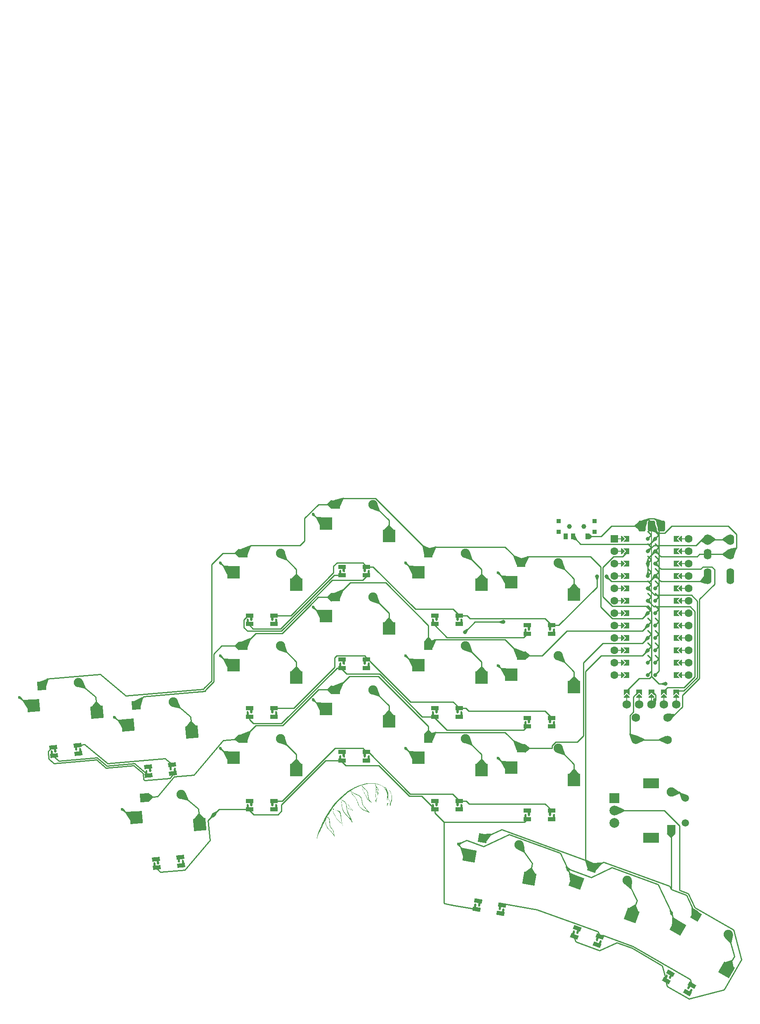
<source format=gbr>
%TF.GenerationSoftware,KiCad,Pcbnew,7.0.6-0*%
%TF.CreationDate,2023-08-12T20:04:25+02:00*%
%TF.ProjectId,jwe,6a77652e-6b69-4636-9164-5f7063625858,v1.0.0*%
%TF.SameCoordinates,Original*%
%TF.FileFunction,Copper,L1,Top*%
%TF.FilePolarity,Positive*%
%FSLAX46Y46*%
G04 Gerber Fmt 4.6, Leading zero omitted, Abs format (unit mm)*
G04 Created by KiCad (PCBNEW 7.0.6-0) date 2023-08-12 20:04:25*
%MOMM*%
%LPD*%
G01*
G04 APERTURE LIST*
G04 Aperture macros list*
%AMRoundRect*
0 Rectangle with rounded corners*
0 $1 Rounding radius*
0 $2 $3 $4 $5 $6 $7 $8 $9 X,Y pos of 4 corners*
0 Add a 4 corners polygon primitive as box body*
4,1,4,$2,$3,$4,$5,$6,$7,$8,$9,$2,$3,0*
0 Add four circle primitives for the rounded corners*
1,1,$1+$1,$2,$3*
1,1,$1+$1,$4,$5*
1,1,$1+$1,$6,$7*
1,1,$1+$1,$8,$9*
0 Add four rect primitives between the rounded corners*
20,1,$1+$1,$2,$3,$4,$5,0*
20,1,$1+$1,$4,$5,$6,$7,0*
20,1,$1+$1,$6,$7,$8,$9,0*
20,1,$1+$1,$8,$9,$2,$3,0*%
%AMRotRect*
0 Rectangle, with rotation*
0 The origin of the aperture is its center*
0 $1 length*
0 $2 width*
0 $3 Rotation angle, in degrees counterclockwise*
0 Add horizontal line*
21,1,$1,$2,0,0,$3*%
%AMFreePoly0*
4,1,25,-0.157517,0.948358,-0.139944,0.941252,-0.139854,0.941041,-0.139645,0.940955,-0.132426,0.923527,-0.125001,0.906022,-0.125086,0.905809,-0.125000,0.905600,-0.124999,0.425000,0.800000,0.425000,0.800000,-0.425000,-0.800000,-0.425000,-0.800000,0.425000,-0.580600,0.425000,-0.580601,0.902600,-0.573341,0.920123,-0.566252,0.937655,-0.566042,0.937743,-0.565955,0.937955,-0.548426,0.945215,
-0.531022,0.952598,-0.175421,0.955598,-0.175210,0.955513,-0.175000,0.955600,-0.157517,0.948358,-0.157517,0.948358,$1*%
%AMFreePoly1*
4,1,13,-0.190645,0.922356,-0.176000,0.887000,-0.176000,0.425000,0.800000,0.425000,0.800000,-0.425000,-0.800000,-0.425000,-0.800000,0.425000,-0.631600,0.425000,-0.631600,0.887000,-0.616955,0.922355,-0.581600,0.937000,-0.226000,0.937000,-0.190645,0.922356,-0.190645,0.922356,$1*%
%AMFreePoly2*
4,1,13,0.667755,0.904155,0.682400,0.868799,0.682400,0.425000,0.800000,0.425000,0.800000,-0.425000,-0.800000,-0.425000,-0.800000,0.425000,0.226800,0.425000,0.226800,0.868800,0.241445,0.904155,0.276800,0.918800,0.632400,0.918800,0.667755,0.904155,0.667755,0.904155,$1*%
%AMFreePoly3*
4,1,13,0.565955,0.933355,0.580600,0.898000,0.580600,0.425000,0.800000,0.425000,0.800000,-0.425000,-0.800000,-0.425000,-0.800000,0.425000,0.125000,0.425000,0.125000,0.898000,0.139645,0.933355,0.175000,0.948000,0.530600,0.948000,0.565955,0.933355,0.565955,0.933355,$1*%
%AMFreePoly4*
4,1,6,0.600000,-0.250000,-0.600000,-0.250000,-0.600000,1.000000,0.000000,0.400000,0.600000,1.000000,0.600000,-0.250000,0.600000,-0.250000,$1*%
%AMFreePoly5*
4,1,6,0.600000,0.200000,0.000000,-0.400000,-0.600000,0.200000,-0.600000,0.400000,0.600000,0.400000,0.600000,0.200000,0.600000,0.200000,$1*%
%AMFreePoly6*
4,1,49,0.088388,4.152388,0.850389,3.390388,0.863767,3.372517,0.867157,3.369580,0.867925,3.366962,0.871711,3.361906,0.878287,3.331671,0.887000,3.302000,0.887000,0.762000,0.883823,0.739906,0.884144,0.735429,0.882835,0.733032,0.881937,0.726783,0.865213,0.700760,0.850389,0.673612,0.088388,-0.088388,0.064431,-0.106321,0.062500,-0.108253,0.061490,-0.108523,0.059906,-0.109710,
0.044798,-0.112996,0.000000,-0.125000,-0.004652,-0.123753,-0.008917,-0.124682,-0.028634,-0.117327,-0.062500,-0.108253,-0.068172,-0.102580,-0.074910,-0.100068,-0.087486,-0.083266,-0.108253,-0.062500,-0.111163,-0.051638,-0.117119,-0.043683,-0.118510,-0.024217,-0.125000,0.000000,-0.121245,0.014013,-0.122144,0.026571,-0.113772,0.041902,-0.108253,0.062500,-0.095631,0.075121,-0.088388,0.088388,
0.637000,0.813776,0.637000,3.250223,-0.088388,3.975612,-0.109710,4.004094,-0.124682,4.072917,-0.100068,4.138910,-0.043683,4.181119,0.026571,4.186144,0.088388,4.152388,0.088388,4.152388,$1*%
%AMFreePoly7*
4,1,49,0.088388,4.152388,0.854389,3.386388,0.867767,3.368517,0.871157,3.365580,0.871925,3.362962,0.875711,3.357906,0.882287,3.327671,0.891000,3.298000,0.891000,0.766000,0.887823,0.743906,0.888144,0.739429,0.886835,0.737032,0.885937,0.730783,0.869213,0.704760,0.854389,0.677612,0.088388,-0.088388,0.064431,-0.106321,0.062500,-0.108253,0.061490,-0.108523,0.059906,-0.109710,
0.044798,-0.112996,0.000000,-0.125000,-0.004652,-0.123753,-0.008917,-0.124682,-0.028634,-0.117327,-0.062500,-0.108253,-0.068172,-0.102580,-0.074910,-0.100068,-0.087486,-0.083266,-0.108253,-0.062500,-0.111163,-0.051638,-0.117119,-0.043683,-0.118510,-0.024217,-0.125000,0.000000,-0.121245,0.014013,-0.122144,0.026571,-0.113772,0.041902,-0.108253,0.062500,-0.095631,0.075121,-0.088388,0.088388,
0.641000,0.817776,0.641000,3.246223,-0.088388,3.975612,-0.109710,4.004094,-0.124682,4.072917,-0.100068,4.138910,-0.043683,4.181119,0.026571,4.186144,0.088388,4.152388,0.088388,4.152388,$1*%
%AMFreePoly8*
4,1,5,0.125000,-0.500000,-0.125000,-0.500000,-0.125000,0.500000,0.125000,0.500000,0.125000,-0.500000,0.125000,-0.500000,$1*%
G04 Aperture macros list end*
%TA.AperFunction,EtchedComponent*%
%ADD10C,0.200000*%
%TD*%
%TA.AperFunction,WasherPad*%
%ADD11C,1.000000*%
%TD*%
%TA.AperFunction,ComponentPad*%
%ADD12C,1.752600*%
%TD*%
%TA.AperFunction,SMDPad,CuDef*%
%ADD13FreePoly0,170.000000*%
%TD*%
%TA.AperFunction,ComponentPad*%
%ADD14C,0.457200*%
%TD*%
%TA.AperFunction,SMDPad,CuDef*%
%ADD15FreePoly1,350.000000*%
%TD*%
%TA.AperFunction,SMDPad,CuDef*%
%ADD16FreePoly2,350.000000*%
%TD*%
%TA.AperFunction,SMDPad,CuDef*%
%ADD17FreePoly3,170.000000*%
%TD*%
%TA.AperFunction,ComponentPad*%
%ADD18C,1.905000*%
%TD*%
%TA.AperFunction,ComponentPad*%
%ADD19RotRect,1.778000X1.778000X350.000000*%
%TD*%
%TA.AperFunction,SMDPad,CuDef*%
%ADD20R,2.550000X2.500000*%
%TD*%
%TA.AperFunction,ComponentPad*%
%ADD21R,1.778000X1.778000*%
%TD*%
%TA.AperFunction,ComponentPad*%
%ADD22C,0.600000*%
%TD*%
%TA.AperFunction,SMDPad,CuDef*%
%ADD23FreePoly0,185.000000*%
%TD*%
%TA.AperFunction,SMDPad,CuDef*%
%ADD24FreePoly1,5.000000*%
%TD*%
%TA.AperFunction,SMDPad,CuDef*%
%ADD25FreePoly2,5.000000*%
%TD*%
%TA.AperFunction,SMDPad,CuDef*%
%ADD26FreePoly3,185.000000*%
%TD*%
%TA.AperFunction,SMDPad,CuDef*%
%ADD27FreePoly0,180.000000*%
%TD*%
%TA.AperFunction,SMDPad,CuDef*%
%ADD28FreePoly1,0.000000*%
%TD*%
%TA.AperFunction,SMDPad,CuDef*%
%ADD29FreePoly2,0.000000*%
%TD*%
%TA.AperFunction,SMDPad,CuDef*%
%ADD30FreePoly3,180.000000*%
%TD*%
%TA.AperFunction,ComponentPad*%
%ADD31RotRect,1.778000X1.778000X5.000000*%
%TD*%
%TA.AperFunction,SMDPad,CuDef*%
%ADD32RotRect,2.550000X2.500000X350.000000*%
%TD*%
%TA.AperFunction,SMDPad,CuDef*%
%ADD33RotRect,2.550000X2.500000X5.000000*%
%TD*%
%TA.AperFunction,SMDPad,CuDef*%
%ADD34RotRect,2.550000X2.500000X330.000000*%
%TD*%
%TA.AperFunction,ComponentPad*%
%ADD35RoundRect,0.375000X-0.375000X-0.750000X0.375000X-0.750000X0.375000X0.750000X-0.375000X0.750000X0*%
%TD*%
%TA.AperFunction,SMDPad,CuDef*%
%ADD36FreePoly0,150.000000*%
%TD*%
%TA.AperFunction,SMDPad,CuDef*%
%ADD37FreePoly1,330.000000*%
%TD*%
%TA.AperFunction,SMDPad,CuDef*%
%ADD38FreePoly2,330.000000*%
%TD*%
%TA.AperFunction,SMDPad,CuDef*%
%ADD39FreePoly3,150.000000*%
%TD*%
%TA.AperFunction,ComponentPad*%
%ADD40C,2.000000*%
%TD*%
%TA.AperFunction,ComponentPad*%
%ADD41R,2.000000X2.000000*%
%TD*%
%TA.AperFunction,ComponentPad*%
%ADD42C,1.500000*%
%TD*%
%TA.AperFunction,ComponentPad*%
%ADD43R,3.200000X2.000000*%
%TD*%
%TA.AperFunction,ComponentPad*%
%ADD44RotRect,1.778000X1.778000X340.000000*%
%TD*%
%TA.AperFunction,SMDPad,CuDef*%
%ADD45R,0.900000X1.250000*%
%TD*%
%TA.AperFunction,SMDPad,CuDef*%
%ADD46R,0.900000X0.900000*%
%TD*%
%TA.AperFunction,ComponentPad*%
%ADD47O,1.600000X2.200000*%
%TD*%
%TA.AperFunction,SMDPad,CuDef*%
%ADD48FreePoly4,180.000000*%
%TD*%
%TA.AperFunction,SMDPad,CuDef*%
%ADD49FreePoly5,180.000000*%
%TD*%
%TA.AperFunction,SMDPad,CuDef*%
%ADD50RotRect,2.550000X2.500000X340.000000*%
%TD*%
%TA.AperFunction,ComponentPad*%
%ADD51RotRect,1.778000X1.778000X330.000000*%
%TD*%
%TA.AperFunction,SMDPad,CuDef*%
%ADD52FreePoly0,160.000000*%
%TD*%
%TA.AperFunction,SMDPad,CuDef*%
%ADD53FreePoly1,340.000000*%
%TD*%
%TA.AperFunction,SMDPad,CuDef*%
%ADD54FreePoly2,340.000000*%
%TD*%
%TA.AperFunction,SMDPad,CuDef*%
%ADD55FreePoly3,160.000000*%
%TD*%
%TA.AperFunction,SMDPad,CuDef*%
%ADD56FreePoly4,90.000000*%
%TD*%
%TA.AperFunction,ComponentPad*%
%ADD57C,0.800000*%
%TD*%
%TA.AperFunction,SMDPad,CuDef*%
%ADD58FreePoly6,90.000000*%
%TD*%
%TA.AperFunction,SMDPad,CuDef*%
%ADD59FreePoly7,270.000000*%
%TD*%
%TA.AperFunction,SMDPad,CuDef*%
%ADD60FreePoly4,270.000000*%
%TD*%
%TA.AperFunction,ComponentPad*%
%ADD61C,1.600000*%
%TD*%
%TA.AperFunction,SMDPad,CuDef*%
%ADD62FreePoly8,90.000000*%
%TD*%
%TA.AperFunction,SMDPad,CuDef*%
%ADD63FreePoly5,90.000000*%
%TD*%
%TA.AperFunction,SMDPad,CuDef*%
%ADD64FreePoly5,270.000000*%
%TD*%
%TA.AperFunction,SMDPad,CuDef*%
%ADD65FreePoly8,270.000000*%
%TD*%
%TA.AperFunction,ComponentPad*%
%ADD66R,1.600000X1.600000*%
%TD*%
%TA.AperFunction,ViaPad*%
%ADD67C,0.800000*%
%TD*%
%TA.AperFunction,Conductor*%
%ADD68C,0.250000*%
%TD*%
G04 APERTURE END LIST*
D10*
%TO.C,SCREEN1*%
X202477129Y-157637153D02*
X202477129Y-158508853D01*
X199937129Y-157637153D02*
X199937129Y-158508853D01*
X197397129Y-157637153D02*
X197397129Y-158508853D01*
X194857129Y-157637153D02*
X194857129Y-158508853D01*
X192317129Y-157637153D02*
X192317129Y-158508853D01*
%TA.AperFunction,EtchedComponent*%
%TO.C,D20*%
G36*
X140133029Y-175542113D02*
G01*
X140305375Y-175545561D01*
X140458893Y-175550938D01*
X140586017Y-175558243D01*
X140679178Y-175567478D01*
X140704670Y-175571603D01*
X140882476Y-175611835D01*
X141086656Y-175668057D01*
X141303897Y-175736078D01*
X141520887Y-175811713D01*
X141724312Y-175890773D01*
X141739815Y-175897209D01*
X141822545Y-175934893D01*
X141934960Y-175990595D01*
X142068404Y-176059698D01*
X142214226Y-176137580D01*
X142363773Y-176219623D01*
X142508390Y-176301207D01*
X142635827Y-176375565D01*
X142685660Y-176400393D01*
X142715513Y-176405867D01*
X142719307Y-176400852D01*
X142733142Y-176376277D01*
X142766710Y-176378565D01*
X142808101Y-176403255D01*
X142845408Y-176445887D01*
X142847151Y-176448741D01*
X142884917Y-176503221D01*
X142940676Y-176573733D01*
X142996110Y-176637960D01*
X143044566Y-176694728D01*
X143074475Y-176736280D01*
X143080148Y-176754579D01*
X143078862Y-176754832D01*
X143046638Y-176738551D01*
X143042094Y-176732570D01*
X143014740Y-176711179D01*
X143008808Y-176710309D01*
X143007875Y-176728213D01*
X143024387Y-176775070D01*
X143053596Y-176838311D01*
X143175514Y-177096061D01*
X143270779Y-177330357D01*
X143310966Y-177447245D01*
X143329501Y-177508297D01*
X143343088Y-177563371D01*
X143352374Y-177620704D01*
X143358012Y-177688537D01*
X143360650Y-177775109D01*
X143360939Y-177888659D01*
X143359528Y-178037428D01*
X143359258Y-178059427D01*
X143353750Y-178502334D01*
X143457536Y-178747207D01*
X143506325Y-178861470D01*
X143556540Y-178977652D01*
X143601368Y-179080061D01*
X143627028Y-179137658D01*
X143714328Y-179372744D01*
X143762450Y-179609446D01*
X143774945Y-179808823D01*
X143776975Y-179898580D01*
X143781020Y-179966793D01*
X143786415Y-180004776D01*
X143790301Y-180009173D01*
X143800782Y-179978524D01*
X143814026Y-179911948D01*
X143828968Y-179817875D01*
X143844548Y-179704735D01*
X143859703Y-179580959D01*
X143873372Y-179454977D01*
X143884491Y-179335221D01*
X143891999Y-179230119D01*
X143894074Y-179185496D01*
X143899703Y-179073898D01*
X143907709Y-179002964D01*
X143918688Y-178968869D01*
X143928435Y-178964866D01*
X143942630Y-178989388D01*
X143949527Y-179052577D01*
X143949404Y-179157063D01*
X143949290Y-179161020D01*
X143948896Y-179250171D01*
X143953370Y-179297340D01*
X143961410Y-179304640D01*
X143971713Y-179274180D01*
X143982976Y-179208074D01*
X143993895Y-179108431D01*
X143995848Y-179085582D01*
X144005347Y-178997160D01*
X144017423Y-178922500D01*
X144029705Y-178875790D01*
X144031565Y-178871793D01*
X144037201Y-178838677D01*
X144041036Y-178769510D01*
X144043177Y-178672721D01*
X144043732Y-178556741D01*
X144042808Y-178430000D01*
X144040511Y-178300928D01*
X144036949Y-178177954D01*
X144032229Y-178069509D01*
X144026459Y-177984023D01*
X144019745Y-177929926D01*
X144019579Y-177929109D01*
X144017258Y-177883803D01*
X144029938Y-177867890D01*
X144047062Y-177878926D01*
X144060785Y-177914280D01*
X144071390Y-177977327D01*
X144079155Y-178071441D01*
X144084363Y-178199993D01*
X144087292Y-178366359D01*
X144088223Y-178569117D01*
X144087830Y-178744880D01*
X144086266Y-178882877D01*
X144083119Y-178989858D01*
X144077974Y-179072571D01*
X144070416Y-179137768D01*
X144060032Y-179192198D01*
X144047032Y-179240544D01*
X144014474Y-179328773D01*
X143982200Y-179378599D01*
X143967007Y-179387819D01*
X143938621Y-179412111D01*
X143920034Y-179471416D01*
X143914668Y-179506665D01*
X143893737Y-179670097D01*
X143876387Y-179796739D01*
X143861365Y-179894058D01*
X143847416Y-179969521D01*
X143833284Y-180030597D01*
X143817715Y-180084753D01*
X143817318Y-180086014D01*
X143789978Y-180162682D01*
X143767733Y-180201046D01*
X143749992Y-180199961D01*
X143736165Y-180158278D01*
X143725662Y-180074851D01*
X143717894Y-179948532D01*
X143715502Y-179888092D01*
X143704993Y-179703878D01*
X143685611Y-179550060D01*
X143654031Y-179412862D01*
X143606925Y-179278505D01*
X143540971Y-179133211D01*
X143526112Y-179103386D01*
X143483555Y-179013831D01*
X143433205Y-178900238D01*
X143382782Y-178780300D01*
X143356159Y-178713815D01*
X143264705Y-178480073D01*
X143269815Y-178068241D01*
X143271181Y-177918027D01*
X143270605Y-177803856D01*
X143267445Y-177717266D01*
X143261060Y-177649796D01*
X143250806Y-177592986D01*
X143236042Y-177538374D01*
X143227576Y-177511712D01*
X143197406Y-177429365D01*
X143153425Y-177322091D01*
X143099609Y-177198390D01*
X143039936Y-177066759D01*
X142978381Y-176935699D01*
X142918919Y-176813710D01*
X142865527Y-176709290D01*
X142822180Y-176630940D01*
X142798148Y-176593719D01*
X142768838Y-176565241D01*
X142721177Y-176528060D01*
X142667765Y-176490853D01*
X142621199Y-176462297D01*
X142594078Y-176451069D01*
X142592011Y-176451745D01*
X142593088Y-176478875D01*
X142614132Y-176530964D01*
X142649045Y-176596875D01*
X142691727Y-176665471D01*
X142736082Y-176725617D01*
X142751884Y-176743701D01*
X142845912Y-176857639D01*
X142935806Y-176990070D01*
X143015569Y-177129952D01*
X143079205Y-177266241D01*
X143120718Y-177387894D01*
X143131799Y-177443410D01*
X143147454Y-177526621D01*
X143169745Y-177606492D01*
X143175769Y-177623017D01*
X143206500Y-177739009D01*
X143221379Y-177880881D01*
X143219840Y-178032698D01*
X143201318Y-178178526D01*
X143196327Y-178202071D01*
X143174363Y-178316343D01*
X143159232Y-178430449D01*
X143151548Y-178534466D01*
X143151924Y-178618471D01*
X143160975Y-178672540D01*
X143166582Y-178682896D01*
X143174831Y-178714611D01*
X143181721Y-178783318D01*
X143187142Y-178881505D01*
X143190988Y-179001658D01*
X143193149Y-179136264D01*
X143193518Y-179277812D01*
X143191985Y-179418788D01*
X143188443Y-179551679D01*
X143182784Y-179668973D01*
X143181146Y-179693307D01*
X143164371Y-179927049D01*
X143224090Y-179782351D01*
X143266872Y-179687999D01*
X143301613Y-179630672D01*
X143326776Y-179612488D01*
X143338217Y-179625160D01*
X143332767Y-179653478D01*
X143312193Y-179710428D01*
X143280711Y-179784543D01*
X143275061Y-179796971D01*
X143233844Y-179903117D01*
X143203691Y-180011977D01*
X143192892Y-180077312D01*
X143183345Y-180146039D01*
X143171243Y-180192500D01*
X143161862Y-180205314D01*
X143139970Y-180184806D01*
X143126750Y-180122826D01*
X143122141Y-180018682D01*
X143126082Y-179871687D01*
X143128337Y-179829182D01*
X143140057Y-179623518D01*
X143149250Y-179457557D01*
X143155974Y-179326553D01*
X143160291Y-179225763D01*
X143162261Y-179150442D01*
X143161942Y-179095845D01*
X143159396Y-179057228D01*
X143154683Y-179029846D01*
X143147862Y-179008954D01*
X143138993Y-178989808D01*
X143138956Y-178989734D01*
X143121367Y-178928806D01*
X143109115Y-178834589D01*
X143102330Y-178718012D01*
X143101146Y-178590006D01*
X143105695Y-178461497D01*
X143116110Y-178343417D01*
X143130090Y-178257461D01*
X143156862Y-178098634D01*
X143161060Y-177964744D01*
X143142461Y-177842224D01*
X143122197Y-177774077D01*
X143094944Y-177681403D01*
X143069716Y-177573422D01*
X143057098Y-177504808D01*
X143038609Y-177412897D01*
X143014132Y-177325201D01*
X142994602Y-177273754D01*
X142947740Y-177184939D01*
X142883631Y-177078023D01*
X142811694Y-176967488D01*
X142741350Y-176867817D01*
X142682725Y-176794285D01*
X142607080Y-176689921D01*
X142557847Y-176581256D01*
X142541217Y-176486112D01*
X142535442Y-176449379D01*
X142514492Y-176413281D01*
X142472934Y-176372950D01*
X142405334Y-176323518D01*
X142306258Y-176260117D01*
X142251822Y-176226861D01*
X142015727Y-176092178D01*
X141783066Y-175977712D01*
X141541698Y-175878447D01*
X141279483Y-175789366D01*
X141000040Y-175709611D01*
X140884552Y-175680949D01*
X140806518Y-175666756D01*
X140761341Y-175666877D01*
X140744423Y-175681161D01*
X140747565Y-175701212D01*
X140761234Y-175745646D01*
X140778077Y-175811572D01*
X140783323Y-175834291D01*
X140828010Y-175987930D01*
X140889549Y-176112972D01*
X140975410Y-176224343D01*
X140982225Y-176231694D01*
X141041668Y-176296929D01*
X141087223Y-176353487D01*
X141124781Y-176411618D01*
X141160234Y-176481573D01*
X141199475Y-176573601D01*
X141244560Y-176688048D01*
X141303851Y-176856894D01*
X141339761Y-177004810D01*
X141354014Y-177147632D01*
X141348337Y-177301199D01*
X141328340Y-177457067D01*
X141310611Y-177561634D01*
X141292376Y-177654982D01*
X141276117Y-177725082D01*
X141266908Y-177754700D01*
X141248754Y-177813859D01*
X141233018Y-177889845D01*
X141229901Y-177910633D01*
X141214106Y-177983602D01*
X141194460Y-178014208D01*
X141174664Y-178002047D01*
X141158420Y-177946716D01*
X141154464Y-177918861D01*
X141146268Y-177847638D01*
X141135069Y-177749391D01*
X141122827Y-177641340D01*
X141118249Y-177600756D01*
X141096979Y-177413504D01*
X141079594Y-177264971D01*
X141065289Y-177149605D01*
X141053262Y-177061848D01*
X141042708Y-176996148D01*
X141032824Y-176946949D01*
X141022806Y-176908697D01*
X141014372Y-176882859D01*
X140992733Y-176820328D01*
X140985555Y-176789082D01*
X140992884Y-176778283D01*
X141014764Y-176777093D01*
X141014808Y-176777093D01*
X141037629Y-176798575D01*
X141061106Y-176859965D01*
X141084276Y-176956676D01*
X141106179Y-177084123D01*
X141125851Y-177237720D01*
X141138537Y-177367014D01*
X141153578Y-177530638D01*
X141167086Y-177650587D01*
X141179867Y-177727650D01*
X141192725Y-177762613D01*
X141206467Y-177756262D01*
X141221896Y-177709386D01*
X141239818Y-177622770D01*
X141261039Y-177497202D01*
X141262479Y-177488167D01*
X141285038Y-177306316D01*
X141288091Y-177149874D01*
X141269942Y-177003446D01*
X141228895Y-176851636D01*
X141177045Y-176712543D01*
X141120406Y-176582857D01*
X141066431Y-176483344D01*
X141007475Y-176400867D01*
X140971804Y-176359797D01*
X140860499Y-176238559D01*
X140868525Y-176736003D01*
X140870442Y-176903197D01*
X140870077Y-177052729D01*
X140866920Y-177193384D01*
X140860461Y-177333948D01*
X140850188Y-177483208D01*
X140835592Y-177649949D01*
X140816161Y-177842956D01*
X140791385Y-178071017D01*
X140790456Y-178079372D01*
X140776630Y-178207951D01*
X140763331Y-178339214D01*
X140752142Y-178457083D01*
X140745086Y-178539717D01*
X140742237Y-178645379D01*
X140746972Y-178770103D01*
X140757958Y-178901398D01*
X140773862Y-179026772D01*
X140793352Y-179133736D01*
X140815094Y-179209797D01*
X140817112Y-179214691D01*
X140845736Y-179281475D01*
X140847587Y-179214691D01*
X140855350Y-179130490D01*
X140873077Y-179017804D01*
X140897858Y-178890170D01*
X140926788Y-178761126D01*
X140956959Y-178644209D01*
X140985464Y-178552956D01*
X140994921Y-178528611D01*
X141027873Y-178434539D01*
X141038480Y-178363716D01*
X141036210Y-178344957D01*
X141031071Y-178290370D01*
X141037552Y-178233583D01*
X141052453Y-178191433D01*
X141067646Y-178179547D01*
X141082040Y-178199446D01*
X141088836Y-178251206D01*
X141088600Y-178322921D01*
X141081898Y-178402685D01*
X141069299Y-178478591D01*
X141051368Y-178538733D01*
X141050447Y-178540873D01*
X141025403Y-178612783D01*
X140998405Y-178714587D01*
X140971380Y-178835673D01*
X140946260Y-178965429D01*
X140924974Y-179093242D01*
X140909452Y-179208502D01*
X140901624Y-179300596D01*
X140902602Y-179353824D01*
X140906136Y-179418712D01*
X140896186Y-179447027D01*
X140876043Y-179443436D01*
X140848997Y-179412607D01*
X140818339Y-179359208D01*
X140787358Y-179287908D01*
X140759345Y-179203373D01*
X140740048Y-179123202D01*
X140710581Y-178910759D01*
X140699205Y-178673571D01*
X140706231Y-178427709D01*
X140723225Y-178251461D01*
X140757204Y-177968383D01*
X140782345Y-177713674D01*
X140799611Y-177472274D01*
X140809964Y-177229120D01*
X140814368Y-176969154D01*
X140814624Y-176821615D01*
X140813273Y-176276216D01*
X140732699Y-175967969D01*
X140702906Y-175856713D01*
X140675990Y-175761222D01*
X140654347Y-175689630D01*
X140640371Y-175650066D01*
X140637632Y-175645182D01*
X140609112Y-175638330D01*
X140543139Y-175632723D01*
X140446763Y-175628387D01*
X140327038Y-175625349D01*
X140191014Y-175623635D01*
X140045744Y-175623271D01*
X139898279Y-175624285D01*
X139755671Y-175626701D01*
X139624972Y-175630547D01*
X139513234Y-175635849D01*
X139446914Y-175640724D01*
X139274127Y-175657593D01*
X139127729Y-175675217D01*
X138993117Y-175696065D01*
X138855687Y-175722608D01*
X138700834Y-175757314D01*
X138567598Y-175789420D01*
X138258881Y-175872560D01*
X137932843Y-175973691D01*
X137601910Y-176088299D01*
X137278512Y-176211869D01*
X136975075Y-176339887D01*
X136714405Y-176462621D01*
X136585112Y-176529345D01*
X136447188Y-176603848D01*
X136306071Y-176682848D01*
X136167198Y-176763064D01*
X136036006Y-176841213D01*
X135917934Y-176914016D01*
X135818417Y-176978189D01*
X135742895Y-177030452D01*
X135696804Y-177067522D01*
X135684776Y-177084012D01*
X135699583Y-177106668D01*
X135738919Y-177151553D01*
X135795154Y-177210103D01*
X135812777Y-177227669D01*
X135887472Y-177295256D01*
X135967676Y-177353063D01*
X136065911Y-177409140D01*
X136185652Y-177467362D01*
X136304198Y-177523310D01*
X136444430Y-177591184D01*
X136588571Y-177662297D01*
X136715288Y-177726146D01*
X136838216Y-177787245D01*
X136966995Y-177848389D01*
X137086970Y-177902780D01*
X137183482Y-177943627D01*
X137189875Y-177946154D01*
X137392761Y-178042546D01*
X137559248Y-178160239D01*
X137694432Y-178304393D01*
X137803408Y-178480165D01*
X137871025Y-178635901D01*
X137912836Y-178750370D01*
X137943091Y-178842706D01*
X137965413Y-178927698D01*
X137983425Y-179020138D01*
X138000749Y-179134818D01*
X138010078Y-179203561D01*
X138027774Y-179331724D01*
X138043703Y-179430964D01*
X138061151Y-179516591D01*
X138083400Y-179603918D01*
X138113737Y-179708257D01*
X138129452Y-179760090D01*
X138166001Y-179872088D01*
X138204329Y-179968596D01*
X138249404Y-180057343D01*
X138306193Y-180146057D01*
X138379665Y-180242469D01*
X138474785Y-180354307D01*
X138596523Y-180489299D01*
X138601852Y-180495111D01*
X138688916Y-180592541D01*
X138778019Y-180696502D01*
X138857405Y-180793065D01*
X138905233Y-180854576D01*
X138962935Y-180925947D01*
X139043790Y-181017920D01*
X139138642Y-181120462D01*
X139238338Y-181223538D01*
X139278107Y-181263249D01*
X139381592Y-181368234D01*
X139460913Y-181454701D01*
X139513146Y-181519254D01*
X139535370Y-181558496D01*
X139535959Y-181562771D01*
X139528744Y-181594511D01*
X139503153Y-181604729D01*
X139453262Y-181592844D01*
X139373150Y-181558278D01*
X139343458Y-181543948D01*
X139183493Y-181465950D01*
X139049004Y-181401455D01*
X138928820Y-181345445D01*
X138811769Y-181292905D01*
X138686678Y-181238819D01*
X138542375Y-181178168D01*
X138371248Y-181107403D01*
X138272902Y-181064124D01*
X138187873Y-181018899D01*
X138105661Y-180964641D01*
X138015771Y-180894264D01*
X137907705Y-180800682D01*
X137879550Y-180775468D01*
X137717504Y-180627538D01*
X137585296Y-180500214D01*
X137477990Y-180386294D01*
X137390651Y-180278580D01*
X137318344Y-180169869D01*
X137256134Y-180052963D01*
X137199087Y-179920661D01*
X137142266Y-179765763D01*
X137098751Y-179636280D01*
X137061078Y-179522503D01*
X137026913Y-179421059D01*
X136999290Y-179340834D01*
X136981247Y-179290718D01*
X136977558Y-179281475D01*
X136958807Y-179236602D01*
X136930858Y-179167964D01*
X136909395Y-179114516D01*
X136859828Y-179001562D01*
X136795561Y-178871156D01*
X136723612Y-178736213D01*
X136651002Y-178609648D01*
X136584749Y-178504375D01*
X136554421Y-178461374D01*
X136495013Y-178388362D01*
X136418281Y-178302547D01*
X136339732Y-178221195D01*
X136331316Y-178212939D01*
X136252700Y-178129180D01*
X136166819Y-178026521D01*
X136089510Y-177924119D01*
X136073701Y-177901282D01*
X136005976Y-177808996D01*
X135930745Y-177718544D01*
X135861139Y-177645402D01*
X135841229Y-177627348D01*
X135784159Y-177575521D01*
X135743833Y-177533253D01*
X135729298Y-177510477D01*
X135741930Y-177490724D01*
X135776807Y-177502175D01*
X135829404Y-177540461D01*
X135895193Y-177601212D01*
X135969648Y-177680059D01*
X136048241Y-177772632D01*
X136126447Y-177874562D01*
X136168775Y-177934674D01*
X136237528Y-178026749D01*
X136324854Y-178131125D01*
X136416029Y-178230549D01*
X136453250Y-178267971D01*
X136608012Y-178442862D01*
X136756699Y-178659496D01*
X136897928Y-178915340D01*
X137030315Y-179207862D01*
X137152478Y-179534531D01*
X137164475Y-179570166D01*
X137258164Y-179826169D01*
X137355849Y-180041768D01*
X137460018Y-180221056D01*
X137573158Y-180368127D01*
X137697757Y-180487072D01*
X137742748Y-180521527D01*
X137799973Y-180566043D01*
X137876846Y-180629999D01*
X137960418Y-180702508D01*
X137997198Y-180735424D01*
X138083458Y-180813140D01*
X138147662Y-180868278D01*
X138200894Y-180907995D01*
X138254237Y-180939448D01*
X138318771Y-180969794D01*
X138405581Y-181006189D01*
X138435566Y-181018511D01*
X138530348Y-181057551D01*
X138616870Y-181093348D01*
X138681810Y-181120385D01*
X138701165Y-181128530D01*
X138756409Y-181151909D01*
X138834903Y-181185071D01*
X138912646Y-181217881D01*
X138993378Y-181253349D01*
X139063663Y-181286700D01*
X139106648Y-181309773D01*
X139159245Y-181338385D01*
X139179893Y-181340408D01*
X139169410Y-181319397D01*
X139128611Y-181278905D01*
X139092649Y-181248904D01*
X139017979Y-181179969D01*
X138939904Y-181093155D01*
X138884911Y-181020727D01*
X138822320Y-180934023D01*
X138752421Y-180845501D01*
X138699167Y-180784104D01*
X138608517Y-180683732D01*
X138511987Y-180571811D01*
X138415422Y-180455644D01*
X138324669Y-180342531D01*
X138245573Y-180239774D01*
X138183980Y-180154673D01*
X138145738Y-180094530D01*
X138143238Y-180089811D01*
X138096313Y-179980206D01*
X138049097Y-179837187D01*
X138004405Y-179671757D01*
X137965051Y-179494916D01*
X137933852Y-179317664D01*
X137920770Y-179220444D01*
X137874106Y-178940825D01*
X137804117Y-178698773D01*
X137710861Y-178494418D01*
X137594392Y-178327889D01*
X137496947Y-178232112D01*
X137436636Y-178183589D01*
X137380886Y-178144134D01*
X137320357Y-178108783D01*
X137245708Y-178072570D01*
X137147600Y-178030532D01*
X137023326Y-177980344D01*
X136920504Y-177937608D01*
X136824253Y-177894485D01*
X136747703Y-177857014D01*
X136713921Y-177838045D01*
X136664206Y-177809649D01*
X136592569Y-177772109D01*
X136509389Y-177730449D01*
X136425048Y-177689693D01*
X136349929Y-177654865D01*
X136294411Y-177630990D01*
X136269623Y-177623017D01*
X136245809Y-177613710D01*
X136191109Y-177588566D01*
X136114410Y-177551753D01*
X136049277Y-177519726D01*
X135931677Y-177453558D01*
X135820964Y-177377119D01*
X135725540Y-177297441D01*
X135653805Y-177221558D01*
X135614161Y-177156501D01*
X135613647Y-177155054D01*
X135599367Y-177142922D01*
X135567332Y-177152196D01*
X135510854Y-177185566D01*
X135470964Y-177212399D01*
X135140635Y-177448115D01*
X134800326Y-177706789D01*
X134462097Y-177978674D01*
X134138004Y-178254022D01*
X133840107Y-178523087D01*
X133783656Y-178576312D01*
X133607777Y-178743469D01*
X133705741Y-178830047D01*
X133813975Y-178916700D01*
X133949223Y-179011328D01*
X134097451Y-179104672D01*
X134244621Y-179187473D01*
X134258685Y-179194789D01*
X134434318Y-179301237D01*
X134567560Y-179417343D01*
X134657864Y-179542584D01*
X134683381Y-179599183D01*
X134737707Y-179768638D01*
X134786504Y-179967410D01*
X134826607Y-180180358D01*
X134854852Y-180392340D01*
X134859585Y-180442209D01*
X134907890Y-180826524D01*
X134984935Y-181182486D01*
X135093095Y-181517620D01*
X135234748Y-181839453D01*
X135388270Y-182116445D01*
X135564093Y-182434537D01*
X135709890Y-182763142D01*
X135782704Y-182961564D01*
X135824884Y-183081435D01*
X135868136Y-183198785D01*
X135907576Y-183300683D01*
X135938317Y-183374202D01*
X135940139Y-183378219D01*
X135974172Y-183466121D01*
X135985309Y-183528298D01*
X135973406Y-183560421D01*
X135946333Y-183561293D01*
X135923169Y-183538653D01*
X135886209Y-183486586D01*
X135842361Y-183415081D01*
X135829473Y-183392367D01*
X135783314Y-183312218D01*
X135741087Y-183243533D01*
X135710516Y-183198770D01*
X135706024Y-183193257D01*
X135674813Y-183153440D01*
X135630456Y-183092077D01*
X135596625Y-183043111D01*
X135485073Y-182893258D01*
X135338605Y-182721265D01*
X135159396Y-182529621D01*
X135062298Y-182431298D01*
X134870187Y-182236042D01*
X134709628Y-182064465D01*
X134577133Y-181912780D01*
X134518964Y-181841510D01*
X134460996Y-181771688D01*
X134386125Y-181685749D01*
X134308322Y-181599652D01*
X134289777Y-181579682D01*
X134179838Y-181447095D01*
X134087905Y-181301036D01*
X134009443Y-181132538D01*
X133939918Y-180932634D01*
X133909951Y-180828627D01*
X133871497Y-180671051D01*
X133834980Y-180490480D01*
X133802336Y-180299531D01*
X133775502Y-180110818D01*
X133756413Y-179936956D01*
X133747007Y-179790560D01*
X133746428Y-179763235D01*
X133742436Y-179664228D01*
X133733836Y-179563524D01*
X133725836Y-179504087D01*
X133710686Y-179414686D01*
X133695505Y-179324352D01*
X133691138Y-179298171D01*
X133685376Y-179236252D01*
X133692465Y-179205401D01*
X133696950Y-179203561D01*
X133717220Y-179224597D01*
X133739675Y-179283127D01*
X133762724Y-179372283D01*
X133784775Y-179485196D01*
X133804237Y-179614998D01*
X133815960Y-179717127D01*
X133826667Y-179818931D01*
X133836584Y-179903647D01*
X133844550Y-179961931D01*
X133849142Y-179984152D01*
X133855634Y-180009711D01*
X133867745Y-180070383D01*
X133883800Y-180157360D01*
X133902126Y-180261833D01*
X133903957Y-180272537D01*
X133961755Y-180558657D01*
X134032905Y-180821485D01*
X134115687Y-181056533D01*
X134208380Y-181259318D01*
X134309264Y-181425353D01*
X134379660Y-181512802D01*
X134441231Y-181580654D01*
X134494751Y-181641093D01*
X134529777Y-181682304D01*
X134532466Y-181685682D01*
X134562977Y-181722993D01*
X134613213Y-181782791D01*
X134673763Y-181853898D01*
X134691789Y-181874902D01*
X134770849Y-181967713D01*
X134859033Y-182072553D01*
X134937395Y-182166892D01*
X134938143Y-182167802D01*
X135010259Y-182250240D01*
X135088224Y-182331230D01*
X135156673Y-182394914D01*
X135164620Y-182401544D01*
X135217121Y-182450884D01*
X135289163Y-182527289D01*
X135373480Y-182622277D01*
X135462807Y-182727365D01*
X135549879Y-182834069D01*
X135627430Y-182933909D01*
X135667848Y-182989071D01*
X135689835Y-183015020D01*
X135693663Y-183006448D01*
X135681708Y-182968340D01*
X135656346Y-182905680D01*
X135619952Y-182823452D01*
X135574902Y-182726641D01*
X135523573Y-182620229D01*
X135468339Y-182509201D01*
X135411577Y-182398541D01*
X135355663Y-182293234D01*
X135302972Y-182198262D01*
X135255880Y-182118610D01*
X135243600Y-182099074D01*
X135082297Y-181808375D01*
X134950580Y-181488908D01*
X134850386Y-181146804D01*
X134783656Y-180788193D01*
X134760862Y-180572623D01*
X134741369Y-180377803D01*
X134713342Y-180181412D01*
X134678761Y-179993516D01*
X134639605Y-179824178D01*
X134597856Y-179683463D01*
X134573252Y-179618974D01*
X134508586Y-179516950D01*
X134405356Y-179417077D01*
X134269407Y-179324666D01*
X134218576Y-179296824D01*
X134016492Y-179184548D01*
X133833710Y-179068322D01*
X133680823Y-178954999D01*
X133649707Y-178928953D01*
X133517969Y-178815564D01*
X133195942Y-179148695D01*
X132966897Y-179389691D01*
X132764186Y-179612265D01*
X132579550Y-179826025D01*
X132404731Y-180040577D01*
X132231471Y-180265528D01*
X132201582Y-180305489D01*
X132021853Y-180553600D01*
X131827900Y-180833780D01*
X131624845Y-181138003D01*
X131417814Y-181458240D01*
X131211930Y-181786462D01*
X131012316Y-182114641D01*
X130824098Y-182434749D01*
X130677458Y-182693491D01*
X130616407Y-182806133D01*
X130574267Y-182892785D01*
X130546509Y-182965306D01*
X130528601Y-183035556D01*
X130516012Y-183115397D01*
X130515876Y-183116454D01*
X130501100Y-183366680D01*
X130521700Y-183621150D01*
X130578609Y-183885293D01*
X130672763Y-184164539D01*
X130713225Y-184263420D01*
X130797195Y-184450693D01*
X130874766Y-184601708D01*
X130949972Y-184723489D01*
X131026845Y-184823061D01*
X131048150Y-184846769D01*
X131102194Y-184908824D01*
X131159735Y-184980295D01*
X131173340Y-184998191D01*
X131214859Y-185044028D01*
X131282939Y-185108551D01*
X131368593Y-185183639D01*
X131462831Y-185261171D01*
X131475564Y-185271258D01*
X131622770Y-185396309D01*
X131757044Y-185530986D01*
X131885680Y-185683815D01*
X132015972Y-185863318D01*
X132126006Y-186031391D01*
X132180567Y-186116143D01*
X132214325Y-186162997D01*
X132229117Y-186172389D01*
X132226780Y-186144757D01*
X132209153Y-186080536D01*
X132199519Y-186048872D01*
X132179330Y-185975824D01*
X132154871Y-185876367D01*
X132130325Y-185767803D01*
X132121498Y-185726085D01*
X132076285Y-185525489D01*
X132029048Y-185359754D01*
X131975156Y-185219295D01*
X131909979Y-185094527D01*
X131828886Y-184975866D01*
X131727249Y-184853725D01*
X131669821Y-184791065D01*
X131566515Y-184677070D01*
X131484827Y-184575269D01*
X131421913Y-184477801D01*
X131374930Y-184376806D01*
X131341032Y-184264422D01*
X131317376Y-184132789D01*
X131301117Y-183974046D01*
X131289410Y-183780333D01*
X131287230Y-183733710D01*
X131274404Y-183521028D01*
X131256357Y-183326890D01*
X131233925Y-183157304D01*
X131207948Y-183018278D01*
X131179265Y-182915820D01*
X131169677Y-182891795D01*
X131113080Y-182802043D01*
X131027394Y-182711189D01*
X130925758Y-182632243D01*
X130880039Y-182604991D01*
X130826561Y-182562816D01*
X130809578Y-182521511D01*
X130813952Y-182489314D01*
X130833049Y-182478591D01*
X130875837Y-182488657D01*
X130934861Y-182511933D01*
X131033133Y-182561015D01*
X131115829Y-182622025D01*
X131184518Y-182699075D01*
X131240773Y-182796277D01*
X131286165Y-182917744D01*
X131322264Y-183067587D01*
X131350642Y-183249918D01*
X131372869Y-183468850D01*
X131388899Y-183700318D01*
X131403044Y-183904730D01*
X131420446Y-184071418D01*
X131443123Y-184207165D01*
X131473099Y-184318750D01*
X131512393Y-184412957D01*
X131563026Y-184496566D01*
X131627021Y-184576360D01*
X131660904Y-184613026D01*
X131779996Y-184741520D01*
X131871067Y-184850093D01*
X131940084Y-184947588D01*
X131993012Y-185042846D01*
X132035817Y-185144707D01*
X132053119Y-185194312D01*
X132090518Y-185316772D01*
X132128622Y-185457718D01*
X132160674Y-185591745D01*
X132167918Y-185625910D01*
X132210158Y-185826405D01*
X132249845Y-186001619D01*
X132285752Y-186146544D01*
X132316658Y-186256171D01*
X132335302Y-186310891D01*
X132364445Y-186397883D01*
X132371644Y-186448685D01*
X132359283Y-186464398D01*
X132329743Y-186446125D01*
X132285405Y-186394965D01*
X132228653Y-186312019D01*
X132186555Y-186242138D01*
X132123855Y-186139440D01*
X132043563Y-186016497D01*
X131955590Y-185888078D01*
X131869842Y-185768951D01*
X131861991Y-185758412D01*
X131770058Y-185638723D01*
X131691975Y-185546119D01*
X131617682Y-185470128D01*
X131537115Y-185400279D01*
X131462460Y-185342586D01*
X131222447Y-185139734D01*
X131005642Y-184909042D01*
X130822359Y-184661526D01*
X130816758Y-184652818D01*
X130767647Y-184565203D01*
X130710839Y-184446706D01*
X130651125Y-184309179D01*
X130593300Y-184164473D01*
X130542158Y-184024440D01*
X130502493Y-183900932D01*
X130484018Y-183830184D01*
X130465893Y-183719998D01*
X130452823Y-183581473D01*
X130446222Y-183430644D01*
X130445770Y-183396181D01*
X130443859Y-183125437D01*
X130401890Y-183194450D01*
X130352392Y-183281927D01*
X130286928Y-183407429D01*
X130206926Y-183567996D01*
X130113817Y-183760671D01*
X130009032Y-183982495D01*
X129894001Y-184230510D01*
X129775217Y-184490590D01*
X129708870Y-184633518D01*
X129627306Y-184803951D01*
X129536303Y-184990130D01*
X129441638Y-185180299D01*
X129349089Y-185362701D01*
X129299359Y-185458951D01*
X129205897Y-185638385D01*
X129130382Y-185783913D01*
X129070364Y-185901205D01*
X129023393Y-185995928D01*
X128987019Y-186073752D01*
X128958792Y-186140345D01*
X128936261Y-186201378D01*
X128916977Y-186262519D01*
X128898490Y-186329436D01*
X128878349Y-186407800D01*
X128862870Y-186468898D01*
X128810963Y-186669454D01*
X128767680Y-186828296D01*
X128732446Y-186947269D01*
X128704689Y-187028220D01*
X128683832Y-187072997D01*
X128671563Y-187084017D01*
X128651996Y-187066283D01*
X128650244Y-187054665D01*
X128656142Y-187017378D01*
X128671176Y-186954963D01*
X128682098Y-186915533D01*
X128696951Y-186854646D01*
X128716479Y-186760643D01*
X128738569Y-186644412D01*
X128761107Y-186516838D01*
X128770843Y-186458566D01*
X128791682Y-186336159D01*
X128812600Y-186227110D01*
X128835634Y-186125445D01*
X128862822Y-186025187D01*
X128896199Y-185920362D01*
X128937803Y-185804993D01*
X128989671Y-185673106D01*
X129053839Y-185518726D01*
X129132345Y-185335875D01*
X129227226Y-185118581D01*
X129228989Y-185114561D01*
X129307001Y-184936111D01*
X129386588Y-184752925D01*
X129463956Y-184573817D01*
X129535313Y-184407598D01*
X129596864Y-184263082D01*
X129644816Y-184149082D01*
X129650911Y-184134411D01*
X129725263Y-183961733D01*
X129815801Y-183762192D01*
X129917763Y-183545481D01*
X130026385Y-183321297D01*
X130136906Y-183099334D01*
X130244563Y-182889288D01*
X130344593Y-182700854D01*
X130432233Y-182543726D01*
X130432805Y-182542737D01*
X130755248Y-181994636D01*
X131064919Y-181488238D01*
X131362353Y-181022761D01*
X131648088Y-180597420D01*
X131922659Y-180211433D01*
X132186604Y-179864017D01*
X132440458Y-179554388D01*
X132615451Y-179356419D01*
X132776070Y-179184896D01*
X132955394Y-179000396D01*
X133147526Y-178808499D01*
X133346574Y-178614784D01*
X133546642Y-178424832D01*
X133741836Y-178244221D01*
X133926261Y-178078531D01*
X134094023Y-177933342D01*
X134239228Y-177814234D01*
X134270289Y-177789976D01*
X134339532Y-177735613D01*
X134407534Y-177680813D01*
X134425318Y-177666136D01*
X134655800Y-177483609D01*
X134919066Y-177291607D01*
X135206081Y-177095933D01*
X135507809Y-176902390D01*
X135815218Y-176716784D01*
X136119271Y-176544916D01*
X136397133Y-176399480D01*
X136785531Y-176220096D01*
X137206204Y-176053057D01*
X137647776Y-175901934D01*
X138098875Y-175770294D01*
X138548125Y-175661705D01*
X138984151Y-175579737D01*
X139035082Y-175571854D01*
X139127339Y-175561840D01*
X139253738Y-175553746D01*
X139406714Y-175547573D01*
X139578698Y-175543322D01*
X139762123Y-175540994D01*
X139949423Y-175540591D01*
X140133029Y-175542113D01*
G37*
%TD.AperFunction*%
%TA.AperFunction,EtchedComponent*%
G36*
X137989092Y-176073511D02*
G01*
X138024974Y-176111487D01*
X138054567Y-176152303D01*
X138094828Y-176204539D01*
X138150631Y-176266224D01*
X138225916Y-176341155D01*
X138324625Y-176433129D01*
X138450696Y-176545943D01*
X138584065Y-176662576D01*
X138723542Y-176787922D01*
X138835742Y-176899662D01*
X138930563Y-177008692D01*
X139017902Y-177125909D01*
X139056058Y-177182202D01*
X139095077Y-177244986D01*
X139122343Y-177302225D01*
X139141941Y-177366889D01*
X139157955Y-177451950D01*
X139171740Y-177549512D01*
X139212784Y-177842441D01*
X139253639Y-178094932D01*
X139295336Y-178311050D01*
X139338904Y-178494861D01*
X139385374Y-178650433D01*
X139435774Y-178781830D01*
X139491136Y-178893121D01*
X139526763Y-178951330D01*
X139566818Y-179015388D01*
X139594348Y-179065898D01*
X139602742Y-179088822D01*
X139617829Y-179112749D01*
X139658581Y-179159707D01*
X139718232Y-179222222D01*
X139769701Y-179273269D01*
X139839228Y-179344396D01*
X139894580Y-179407970D01*
X139928872Y-179455663D01*
X139936660Y-179475259D01*
X139933699Y-179501498D01*
X139920235Y-179510191D01*
X139889391Y-179499244D01*
X139834293Y-179466562D01*
X139769701Y-179424400D01*
X139685850Y-179371608D01*
X139600646Y-179322276D01*
X139540411Y-179290970D01*
X139424637Y-179221202D01*
X139313512Y-179121154D01*
X139201800Y-178985640D01*
X139135229Y-178889590D01*
X139044502Y-178743081D01*
X138947810Y-178572291D01*
X138854089Y-178393971D01*
X138772278Y-178224873D01*
X138732714Y-178135024D01*
X138696469Y-178058283D01*
X138645140Y-177961758D01*
X138588110Y-177862860D01*
X138570775Y-177834499D01*
X138524296Y-177757418D01*
X138478177Y-177675574D01*
X138429341Y-177582794D01*
X138374707Y-177472910D01*
X138311196Y-177339750D01*
X138235729Y-177177144D01*
X138159730Y-177010835D01*
X138107369Y-176889928D01*
X138065708Y-176782262D01*
X138036720Y-176694068D01*
X138022381Y-176631577D01*
X138024665Y-176601020D01*
X138029222Y-176599003D01*
X138046747Y-176617117D01*
X138071466Y-176660340D01*
X138095207Y-176711995D01*
X138109798Y-176755403D01*
X138111244Y-176766402D01*
X138120827Y-176799114D01*
X138148023Y-176866482D01*
X138190496Y-176963354D01*
X138245912Y-177084580D01*
X138311938Y-177225012D01*
X138386238Y-177379498D01*
X138426084Y-177461058D01*
X138483863Y-177571826D01*
X138548593Y-177685104D01*
X138610598Y-177784388D01*
X138642986Y-177831076D01*
X138700380Y-177918848D01*
X138762098Y-178029164D01*
X138817538Y-178142623D01*
X138833715Y-178180015D01*
X138938245Y-178413087D01*
X139049985Y-178627273D01*
X139165869Y-178818114D01*
X139282833Y-178981148D01*
X139397811Y-179111912D01*
X139507739Y-179205946D01*
X139560680Y-179238225D01*
X139632582Y-179275407D01*
X139582965Y-179211657D01*
X139441072Y-178996449D01*
X139322865Y-178747735D01*
X139230356Y-178470899D01*
X139165553Y-178171325D01*
X139147797Y-178045980D01*
X139124983Y-177857993D01*
X139106420Y-177708631D01*
X139090994Y-177592319D01*
X139077593Y-177503486D01*
X139065106Y-177436555D01*
X139052419Y-177385955D01*
X139038421Y-177346111D01*
X139022000Y-177311451D01*
X139002042Y-177276399D01*
X138990333Y-177256890D01*
X138917378Y-177144266D01*
X138838432Y-177041804D01*
X138745134Y-176940189D01*
X138629120Y-176830107D01*
X138525933Y-176739605D01*
X138351168Y-176587482D01*
X138210338Y-176459451D01*
X138101449Y-176353310D01*
X138022509Y-176266857D01*
X137971524Y-176197889D01*
X137946502Y-176144203D01*
X137945450Y-176103596D01*
X137946824Y-176099537D01*
X137964932Y-176070453D01*
X137989092Y-176073511D01*
G37*
%TD.AperFunction*%
%TA.AperFunction,EtchedComponent*%
G36*
X132013380Y-180974739D02*
G01*
X132015825Y-181041343D01*
X132015399Y-181047019D01*
X132018716Y-181117804D01*
X132035535Y-181216908D01*
X132063530Y-181331038D01*
X132067648Y-181345520D01*
X132109809Y-181489569D01*
X132143050Y-181597390D01*
X132169956Y-181675765D01*
X132193112Y-181731478D01*
X132215105Y-181771309D01*
X132238518Y-181802042D01*
X132243989Y-181808118D01*
X132271871Y-181843428D01*
X132307846Y-181898757D01*
X132354437Y-181978511D01*
X132414170Y-182087098D01*
X132489567Y-182228923D01*
X132537290Y-182320125D01*
X132572433Y-182390687D01*
X132616370Y-182483237D01*
X132660166Y-182578920D01*
X132664277Y-182588121D01*
X132716868Y-182693528D01*
X132771164Y-182771193D01*
X132838416Y-182836862D01*
X132847205Y-182844124D01*
X132924319Y-182911625D01*
X133007678Y-182991487D01*
X133056743Y-183042328D01*
X133112083Y-183101459D01*
X133188611Y-183181994D01*
X133276377Y-183273515D01*
X133365432Y-183365604D01*
X133368710Y-183368977D01*
X133461294Y-183468331D01*
X133535761Y-183556499D01*
X133586744Y-183626803D01*
X133606853Y-183665223D01*
X133620054Y-183717434D01*
X133616659Y-183743725D01*
X133613321Y-183744840D01*
X133592651Y-183729857D01*
X133592225Y-183726116D01*
X133577601Y-183704476D01*
X133537164Y-183656643D01*
X133476068Y-183588411D01*
X133399469Y-183505577D01*
X133341787Y-183444528D01*
X133251681Y-183348798D01*
X133167874Y-183257655D01*
X133097332Y-183178826D01*
X133047017Y-183120039D01*
X133030617Y-183099223D01*
X132971148Y-183032781D01*
X132899447Y-182970899D01*
X132882155Y-182958725D01*
X132833262Y-182923244D01*
X132788805Y-182882381D01*
X132745094Y-182830591D01*
X132698439Y-182762331D01*
X132645151Y-182672054D01*
X132581538Y-182554218D01*
X132503912Y-182403277D01*
X132476822Y-182349683D01*
X132411276Y-182221999D01*
X132347956Y-182102918D01*
X132291141Y-182000168D01*
X132245109Y-181921476D01*
X132214138Y-181874570D01*
X132212850Y-181872932D01*
X132174253Y-181810051D01*
X132132529Y-181718266D01*
X132094172Y-181612144D01*
X132088739Y-181594667D01*
X132057856Y-181493518D01*
X132027882Y-181396435D01*
X132003895Y-181319831D01*
X131997855Y-181300899D01*
X131980944Y-181229780D01*
X131970580Y-181148950D01*
X131966850Y-181069294D01*
X131969844Y-181001698D01*
X131979649Y-180957048D01*
X131994986Y-180945668D01*
X132013380Y-180974739D01*
G37*
%TD.AperFunction*%
%TA.AperFunction,EtchedComponent*%
G36*
X132657221Y-181080602D02*
G01*
X132670734Y-181082765D01*
X132800313Y-181108470D01*
X132947679Y-181141767D01*
X133089469Y-181177203D01*
X133166970Y-181198623D01*
X133294687Y-181256859D01*
X133410181Y-181348441D01*
X133501526Y-181462306D01*
X133544560Y-181548934D01*
X133566952Y-181625235D01*
X133591476Y-181736355D01*
X133616623Y-181872739D01*
X133640883Y-182024835D01*
X133662749Y-182183087D01*
X133680709Y-182337942D01*
X133693257Y-182479844D01*
X133694496Y-182498143D01*
X133705755Y-182610525D01*
X133723721Y-182724334D01*
X133745087Y-182819768D01*
X133752103Y-182843191D01*
X133766813Y-182891201D01*
X133778625Y-182939932D01*
X133788223Y-182996040D01*
X133796289Y-183066179D01*
X133803509Y-183157002D01*
X133810566Y-183275164D01*
X133818143Y-183427321D01*
X133823028Y-183533359D01*
X133830523Y-183636309D01*
X133844997Y-183730040D01*
X133869719Y-183829509D01*
X133907964Y-183949672D01*
X133924722Y-183998163D01*
X133966397Y-184122156D01*
X133993685Y-184213579D01*
X134006809Y-184270823D01*
X134005991Y-184292282D01*
X133991454Y-184276347D01*
X133963419Y-184221411D01*
X133922110Y-184125868D01*
X133910876Y-184098283D01*
X133845284Y-183913913D01*
X133786314Y-183707060D01*
X133737951Y-183494544D01*
X133704183Y-183293182D01*
X133691782Y-183173938D01*
X133679100Y-183019027D01*
X133663372Y-182863110D01*
X133646000Y-182718072D01*
X133628388Y-182595801D01*
X133614668Y-182520476D01*
X133602315Y-182460728D01*
X133583821Y-182369082D01*
X133561551Y-182257344D01*
X133537867Y-182137318D01*
X133534426Y-182119775D01*
X133499775Y-181951511D01*
X133467644Y-181819330D01*
X133434660Y-181715183D01*
X133397449Y-181631022D01*
X133352635Y-181558799D01*
X133296845Y-181490466D01*
X133249854Y-181441042D01*
X133177170Y-181372703D01*
X133105331Y-181313591D01*
X133047237Y-181274112D01*
X133035696Y-181268221D01*
X132894483Y-181206033D01*
X132787225Y-181162795D01*
X132708628Y-181136433D01*
X132682094Y-181129718D01*
X132622850Y-181110885D01*
X132597902Y-181092065D01*
X132608833Y-181079793D01*
X132657221Y-181080602D01*
G37*
%TD.AperFunction*%
%TA.AperFunction,EtchedComponent*%
G36*
X134975280Y-179810081D02*
G01*
X135034130Y-179847665D01*
X135088290Y-179888522D01*
X135189415Y-179983623D01*
X135282537Y-180103521D01*
X135372181Y-180254861D01*
X135455630Y-180427925D01*
X135484950Y-180476375D01*
X135534803Y-180541895D01*
X135597811Y-180616508D01*
X135666597Y-180692236D01*
X135733784Y-180761100D01*
X135791995Y-180815124D01*
X135833853Y-180846328D01*
X135846730Y-180850888D01*
X135871683Y-180865496D01*
X135917562Y-180903284D01*
X135974887Y-180955202D01*
X136034179Y-181012197D01*
X136085960Y-181065216D01*
X136120751Y-181105207D01*
X136129999Y-181121410D01*
X136109612Y-181136557D01*
X136048492Y-181133871D01*
X135946697Y-181113358D01*
X135885126Y-181097644D01*
X135812371Y-181073182D01*
X135715834Y-181033676D01*
X135603856Y-180983311D01*
X135484777Y-180926273D01*
X135366935Y-180866749D01*
X135258671Y-180808926D01*
X135168323Y-180756990D01*
X135104232Y-180715127D01*
X135078159Y-180692555D01*
X135048600Y-180639679D01*
X135039800Y-180597983D01*
X135043029Y-180571563D01*
X135056773Y-180573524D01*
X135088619Y-180606728D01*
X135101019Y-180621087D01*
X135153051Y-180667221D01*
X135229269Y-180718094D01*
X135306336Y-180759299D01*
X135403984Y-180808340D01*
X135512597Y-180868096D01*
X135594882Y-180917163D01*
X135700235Y-180978235D01*
X135796478Y-181019988D01*
X135904728Y-181050652D01*
X135975384Y-181065454D01*
X136052085Y-181080297D01*
X136007563Y-181029937D01*
X135964166Y-180989539D01*
X135899756Y-180939042D01*
X135851734Y-180905265D01*
X135663080Y-180752712D01*
X135497892Y-180563063D01*
X135357475Y-180337835D01*
X135347246Y-180318119D01*
X135293532Y-180219119D01*
X135239320Y-180129377D01*
X135191534Y-180059819D01*
X135161638Y-180025177D01*
X135103488Y-179972873D01*
X135034235Y-179911314D01*
X135005885Y-179886325D01*
X134950638Y-179833071D01*
X134929687Y-179802681D01*
X134939183Y-179795052D01*
X134975280Y-179810081D01*
G37*
%TD.AperFunction*%
%TA.AperFunction,EtchedComponent*%
G36*
X143507298Y-176873872D02*
G01*
X143549877Y-176909831D01*
X143613752Y-176980583D01*
X143641733Y-177014048D01*
X143707289Y-177100557D01*
X143764737Y-177193795D01*
X143818995Y-177303463D01*
X143874982Y-177439263D01*
X143922230Y-177567365D01*
X143946858Y-177648379D01*
X143967784Y-177738673D01*
X143983294Y-177827156D01*
X143991672Y-177902738D01*
X143991200Y-177954330D01*
X143984576Y-177970302D01*
X143962356Y-177964382D01*
X143956405Y-177952781D01*
X143948088Y-177917211D01*
X143935056Y-177851768D01*
X143920097Y-177770466D01*
X143919765Y-177768593D01*
X143883223Y-177619071D01*
X143826764Y-177456615D01*
X143756871Y-177296466D01*
X143680027Y-177153862D01*
X143621302Y-177067031D01*
X143569323Y-177002827D01*
X143526004Y-176955380D01*
X143499476Y-176933474D01*
X143497147Y-176932921D01*
X143478545Y-176914871D01*
X143476187Y-176899529D01*
X143483554Y-176871006D01*
X143507298Y-176873872D01*
G37*
%TD.AperFunction*%
%TA.AperFunction,EtchedComponent*%
G36*
X132078071Y-180734639D02*
G01*
X132108061Y-180778660D01*
X132134101Y-180843756D01*
X132150988Y-180918441D01*
X132154344Y-180955052D01*
X132153233Y-181013354D01*
X132145947Y-181047519D01*
X132141517Y-181051238D01*
X132121777Y-181033654D01*
X132089352Y-180988623D01*
X132066704Y-180951996D01*
X132031139Y-180873539D01*
X132016676Y-180801829D01*
X132024139Y-180747676D01*
X132049333Y-180723183D01*
X132078071Y-180734639D01*
G37*
%TD.AperFunction*%
%TD*%
D11*
%TO.P,T1,*%
%TO.N,*%
X183497132Y-122885148D03*
X180497132Y-122885148D03*
%TD*%
D12*
%TO.P,B1,2*%
%TO.N,GND*%
X200647130Y-166635152D03*
X194147130Y-166635152D03*
%TO.P,B1,1*%
%TO.N,RST*%
X200647130Y-162135152D03*
X194147130Y-162135152D03*
%TD*%
D13*
%TO.P,L9,4*%
%TO.N,LED_2*%
X161779595Y-199668681D03*
D14*
X161972335Y-200591165D03*
%TO.P,L9,3*%
%TO.N,GND*%
X161233729Y-200460929D03*
D15*
X161475710Y-201392095D03*
D16*
%TO.P,L9,2*%
%TO.N,LED_3*%
X166399749Y-202260335D03*
D14*
X166994855Y-201476770D03*
%TO.P,L9,1*%
%TO.N,VCC*%
X166207008Y-201337852D03*
D17*
X166703633Y-200536922D03*
%TD*%
D18*
%TO.P,D16,2*%
%TO.N,tuckie_home*%
X170212083Y-188183486D03*
D19*
%TO.P,D16,1*%
%TO.N,r_thumb*%
X162707847Y-186860286D03*
%TD*%
D20*
%TO.P,S5,2*%
%TO.N,c_ring*%
X111555138Y-151305149D03*
%TO.P,S5,1*%
%TO.N,ring_home*%
X124482138Y-153845149D03*
%TD*%
%TO.P,S4,2*%
%TO.N,c_ring*%
X111555138Y-170305156D03*
%TO.P,S4,1*%
%TO.N,ring_bottom*%
X124482138Y-172845156D03*
%TD*%
D18*
%TO.P,D5,2*%
%TO.N,ring_home*%
X121207137Y-147385148D03*
D21*
%TO.P,D5,1*%
%TO.N,r_home*%
X113587137Y-147385148D03*
%TD*%
D20*
%TO.P,S12,2*%
%TO.N,c_index*%
X149555134Y-132305153D03*
%TO.P,S12,1*%
%TO.N,index_top*%
X162482134Y-134845153D03*
%TD*%
D22*
%TO.P,REF\u002A\u002A,1*%
%TO.N,c_inner*%
X165897135Y-132385151D03*
%TD*%
D23*
%TO.P,L9,4*%
%TO.N,LED_16*%
X94029263Y-172184622D03*
D14*
X94454193Y-173025787D03*
%TO.P,L9,3*%
%TO.N,GND*%
X93707047Y-173091154D03*
D24*
X94181786Y-173927962D03*
D25*
%TO.P,L9,2*%
%TO.N,LED_17*%
X99162759Y-173492184D03*
D14*
X99534786Y-172581293D03*
%TO.P,L9,1*%
%TO.N,VCC*%
X98737830Y-172651018D03*
D26*
X99010237Y-171748843D03*
%TD*%
D23*
%TO.P,L9,4*%
%TO.N,LED_15*%
X95685218Y-191112314D03*
D14*
X96110148Y-191953479D03*
%TO.P,L9,3*%
%TO.N,GND*%
X95363002Y-192018846D03*
D24*
X95837741Y-192855654D03*
D25*
%TO.P,L9,2*%
%TO.N,LED_16*%
X100818714Y-192419876D03*
D14*
X101190741Y-191508985D03*
%TO.P,L9,1*%
%TO.N,VCC*%
X100393785Y-191578710D03*
D26*
X100666192Y-190676535D03*
%TD*%
D22*
%TO.P,REF\u002A\u002A,1*%
%TO.N,c_thumb*%
X157741806Y-188015487D03*
%TD*%
%TO.P,REF\u002A\u002A,1*%
%TO.N,c_inner*%
X165897135Y-170385145D03*
%TD*%
D18*
%TO.P,D14,2*%
%TO.N,inner_home*%
X178207136Y-149385156D03*
D21*
%TO.P,D14,1*%
%TO.N,r_home*%
X170587136Y-149385156D03*
%TD*%
D22*
%TO.P,REF\u002A\u002A,1*%
%TO.N,c_middle*%
X127897128Y-158385149D03*
%TD*%
D18*
%TO.P,D4,2*%
%TO.N,ring_bottom*%
X121207134Y-166385156D03*
D21*
%TO.P,D4,1*%
%TO.N,r_bottom*%
X113587134Y-166385156D03*
%TD*%
D18*
%TO.P,D8,2*%
%TO.N,middle_home*%
X140207136Y-137385154D03*
D21*
%TO.P,D8,1*%
%TO.N,r_home*%
X132587136Y-137385154D03*
%TD*%
D22*
%TO.P,REF\u002A\u002A,1*%
%TO.N,c_ring*%
X108897133Y-149385148D03*
%TD*%
D20*
%TO.P,S15,2*%
%TO.N,c_inner*%
X168555139Y-134305155D03*
%TO.P,S15,1*%
%TO.N,inner_top*%
X181482139Y-136845155D03*
%TD*%
D27*
%TO.P,L9,4*%
%TO.N,LED_7*%
X152897134Y-160160151D03*
D14*
X153247134Y-161035151D03*
%TO.P,L9,3*%
%TO.N,GND*%
X152497134Y-161035151D03*
D28*
X152897134Y-161910151D03*
D29*
%TO.P,L9,2*%
%TO.N,LED_8*%
X157897134Y-161910151D03*
D14*
X158347134Y-161035151D03*
%TO.P,L9,1*%
%TO.N,VCC*%
X157547134Y-161035151D03*
D30*
X157897134Y-160160151D03*
%TD*%
D22*
%TO.P,REF\u002A\u002A,1*%
%TO.N,c_index*%
X146897136Y-149385156D03*
%TD*%
%TO.P,REF\u002A\u002A,1*%
%TO.N,c_pinkie*%
X88768954Y-180901250D03*
%TD*%
D18*
%TO.P,D2,2*%
%TO.N,pinkie_home*%
X99201841Y-158908279D03*
D31*
%TO.P,D2,1*%
%TO.N,r_home*%
X91610837Y-159572405D03*
%TD*%
D32*
%TO.P,S16,2*%
%TO.N,c_thumb*%
X160026017Y-190367875D03*
%TO.P,S16,1*%
%TO.N,tuckie_home*%
X172315560Y-195114037D03*
%TD*%
D20*
%TO.P,S7,2*%
%TO.N,c_middle*%
X130555142Y-160305159D03*
%TO.P,S7,1*%
%TO.N,middle_bottom*%
X143482142Y-162845159D03*
%TD*%
D33*
%TO.P,S1,2*%
%TO.N,c_pinkie*%
X91584175Y-182582287D03*
%TO.P,S1,1*%
%TO.N,pinkie_bottom*%
X104683360Y-183985959D03*
%TD*%
D34*
%TO.P,S18,2*%
%TO.N,c_thumb*%
X202822487Y-205143534D03*
%TO.P,S18,1*%
%TO.N,stretchie_home*%
X212747597Y-213806738D03*
%TD*%
D35*
%TO.P,JST1,2*%
%TO.N,GND*%
X197397132Y-122785149D03*
%TO.P,JST1,1*%
%TO.N,bat*%
X199397132Y-122785149D03*
X195397132Y-122785149D03*
%TD*%
D22*
%TO.P,REF\u002A\u002A,1*%
%TO.N,c_inner*%
X165897132Y-151385150D03*
%TD*%
D18*
%TO.P,D7,2*%
%TO.N,middle_bottom*%
X140207137Y-156385151D03*
D21*
%TO.P,D7,1*%
%TO.N,r_bottom*%
X132587137Y-156385151D03*
%TD*%
D20*
%TO.P,S9,1*%
%TO.N,middle_top*%
X143482126Y-124845152D03*
%TO.P,S9,2*%
%TO.N,c_middle*%
X130555126Y-122305152D03*
%TD*%
%TO.P,S11,2*%
%TO.N,c_index*%
X149555131Y-151305154D03*
%TO.P,S11,1*%
%TO.N,index_home*%
X162482131Y-153845154D03*
%TD*%
D22*
%TO.P,REF\u002A\u002A,1*%
%TO.N,c_middle*%
X127897133Y-139385150D03*
%TD*%
D18*
%TO.P,D3,2*%
%TO.N,pinkie_top*%
X79777350Y-154885925D03*
D31*
%TO.P,D3,1*%
%TO.N,r_top*%
X72186346Y-155550051D03*
%TD*%
D20*
%TO.P,S13,2*%
%TO.N,c_inner*%
X168555131Y-172305148D03*
%TO.P,S13,1*%
%TO.N,inner_bottom*%
X181482131Y-174845148D03*
%TD*%
D27*
%TO.P,L9,4*%
%TO.N,LED_9*%
X133897127Y-169160153D03*
D14*
X134247127Y-170035153D03*
%TO.P,L9,3*%
%TO.N,GND*%
X133497127Y-170035153D03*
D28*
X133897127Y-170910153D03*
D29*
%TO.P,L9,2*%
%TO.N,LED_10*%
X138897127Y-170910153D03*
D14*
X139347127Y-170035153D03*
%TO.P,L9,1*%
%TO.N,VCC*%
X138547127Y-170035153D03*
D30*
X138897127Y-169160153D03*
%TD*%
D20*
%TO.P,S8,1*%
%TO.N,middle_home*%
X143482129Y-143845153D03*
%TO.P,S8,2*%
%TO.N,c_middle*%
X130555129Y-141305153D03*
%TD*%
%TO.P,S10,2*%
%TO.N,c_index*%
X149555130Y-170305152D03*
%TO.P,S10,1*%
%TO.N,index_bottom*%
X162482130Y-172845152D03*
%TD*%
D36*
%TO.P,L9,4*%
%TO.N,led*%
X201289241Y-214483184D03*
D14*
X201154850Y-215415956D03*
%TO.P,L9,3*%
%TO.N,GND*%
X200505331Y-215040956D03*
D37*
X200414241Y-215998729D03*
D38*
%TO.P,L9,2*%
%TO.N,LED_1*%
X204744369Y-218498729D03*
D14*
X205571580Y-217965956D03*
%TO.P,L9,1*%
%TO.N,VCC*%
X204878760Y-217565956D03*
D39*
X205619369Y-216983184D03*
%TD*%
D40*
%TO.P,ROT1,C*%
%TO.N,GND*%
X189777133Y-181145147D03*
%TO.P,ROT1,B*%
%TO.N,rot_anticlock*%
X189777133Y-183645147D03*
D41*
%TO.P,ROT1,A*%
%TO.N,rot_clock*%
X189777133Y-178645147D03*
D42*
%TO.P,ROT1,2*%
%TO.N,c_thumb*%
X204277133Y-183645147D03*
%TO.P,ROT1,1*%
%TO.N,rotary_key*%
X204277133Y-178645147D03*
D43*
%TO.P,ROT1,*%
%TO.N,*%
X197277133Y-186745147D03*
X197277133Y-175545147D03*
%TD*%
D33*
%TO.P,S3,2*%
%TO.N,c_pinkie*%
X70503733Y-159632232D03*
%TO.P,S3,1*%
%TO.N,pinkie_top*%
X83602918Y-161035904D03*
%TD*%
D22*
%TO.P,REF\u002A\u002A,1*%
%TO.N,c_thumb*%
X180150279Y-193104890D03*
%TD*%
D27*
%TO.P,L9,4*%
%TO.N,LED_5*%
X171897130Y-143160152D03*
D14*
X172247130Y-144035152D03*
%TO.P,L9,3*%
%TO.N,GND*%
X171497130Y-144035152D03*
D28*
X171897130Y-144910152D03*
D29*
%TO.P,L9,2*%
%TO.N,LED_6*%
X176897130Y-144910152D03*
D14*
X177347130Y-144035152D03*
%TO.P,L9,1*%
%TO.N,VCC*%
X176547130Y-144035152D03*
D30*
X176897130Y-143160152D03*
%TD*%
D18*
%TO.P,D17,2*%
%TO.N,central_home*%
X192401927Y-195435770D03*
D44*
%TO.P,D17,1*%
%TO.N,r_thumb*%
X185241469Y-192829576D03*
%TD*%
D27*
%TO.P,L9,4*%
%TO.N,LED_11*%
X133897128Y-131160158D03*
D14*
X134247128Y-132035158D03*
%TO.P,L9,3*%
%TO.N,GND*%
X133497128Y-132035158D03*
D28*
X133897128Y-132910158D03*
D29*
%TO.P,L9,2*%
%TO.N,LED_12*%
X138897128Y-132910158D03*
D14*
X139347128Y-132035158D03*
%TO.P,L9,1*%
%TO.N,VCC*%
X138547128Y-132035158D03*
D30*
X138897128Y-131160158D03*
%TD*%
D27*
%TO.P,L9,4*%
%TO.N,LED_3*%
X171897129Y-181160150D03*
D14*
X172247129Y-182035150D03*
%TO.P,L9,3*%
%TO.N,GND*%
X171497129Y-182035150D03*
D28*
X171897129Y-182910150D03*
D29*
%TO.P,L9,2*%
%TO.N,LED_4*%
X176897129Y-182910150D03*
D14*
X177347129Y-182035150D03*
%TO.P,L9,1*%
%TO.N,VCC*%
X176547129Y-182035150D03*
D30*
X176897129Y-181160150D03*
%TD*%
D23*
%TO.P,L9,4*%
%TO.N,LED_17*%
X74604785Y-168162267D03*
D14*
X75029715Y-169003432D03*
%TO.P,L9,3*%
%TO.N,GND*%
X74282569Y-169068799D03*
D24*
X74757308Y-169905607D03*
D25*
%TO.P,L9,2*%
%TO.N,LED_18*%
X79738281Y-169469829D03*
D14*
X80110308Y-168558938D03*
%TO.P,L9,1*%
%TO.N,VCC*%
X79313352Y-168628663D03*
D26*
X79585759Y-167726488D03*
%TD*%
D18*
%TO.P,D13,2*%
%TO.N,inner_bottom*%
X178207137Y-168385155D03*
D21*
%TO.P,D13,1*%
%TO.N,r_bottom*%
X170587137Y-168385155D03*
%TD*%
D45*
%TO.P,T2,3*%
%TO.N,N/C*%
X179747132Y-124960148D03*
%TO.P,T2,2*%
%TO.N,RAW*%
X181247132Y-124960148D03*
%TO.P,T2,1*%
%TO.N,bat*%
X184247132Y-124960148D03*
D46*
%TO.P,T2,*%
%TO.N,*%
X185697132Y-123985148D03*
X185697132Y-121785148D03*
D11*
X183497132Y-122885148D03*
X180497132Y-122885148D03*
D46*
X178297132Y-123985148D03*
X178297132Y-121785148D03*
%TD*%
D18*
%TO.P,D19,2*%
%TO.N,rotary_key*%
X201397131Y-177375149D03*
D21*
%TO.P,D19,1*%
%TO.N,r_thumb*%
X201397131Y-184995149D03*
%TD*%
D27*
%TO.P,L9,4*%
%TO.N,LED_4*%
X171897137Y-162160155D03*
D14*
X172247137Y-163035155D03*
%TO.P,L9,3*%
%TO.N,GND*%
X171497137Y-163035155D03*
D28*
X171897137Y-163910155D03*
D29*
%TO.P,L9,2*%
%TO.N,LED_5*%
X176897137Y-163910155D03*
D14*
X177347137Y-163035155D03*
%TO.P,L9,1*%
%TO.N,VCC*%
X176547137Y-163035155D03*
D30*
X176897137Y-162160155D03*
%TD*%
D47*
%TO.P,TRRS1,4*%
%TO.N,data*%
X213497129Y-125585154D03*
X208897129Y-125585154D03*
%TO.P,TRRS1,3*%
%TO.N,GND*%
X213497129Y-128585154D03*
X208897129Y-128585154D03*
%TO.P,TRRS1,2*%
%TO.N,VCC*%
X213497129Y-132585154D03*
X208897129Y-132585154D03*
%TO.P,TRRS1,1*%
X213497129Y-133685154D03*
X208897129Y-133685154D03*
%TD*%
D27*
%TO.P,L9,4*%
%TO.N,LED_8*%
X152897133Y-179160154D03*
D14*
X153247133Y-180035154D03*
%TO.P,L9,3*%
%TO.N,GND*%
X152497133Y-180035154D03*
D28*
X152897133Y-180910154D03*
D29*
%TO.P,L9,2*%
%TO.N,LED_9*%
X157897133Y-180910154D03*
D14*
X158347133Y-180035154D03*
%TO.P,L9,1*%
%TO.N,VCC*%
X157547133Y-180035154D03*
D30*
X157897133Y-179160154D03*
%TD*%
D48*
%TO.P,SCREEN1,5*%
%TO.N,data*%
X192317129Y-156621153D03*
%TO.P,SCREEN1,4*%
%TO.N,mosi*%
X202477129Y-156621153D03*
%TO.P,SCREEN1,3*%
%TO.N,sck*%
X199937129Y-156621153D03*
%TO.P,SCREEN1,2*%
%TO.N,VCC*%
X197397129Y-156621153D03*
%TO.P,SCREEN1,1*%
%TO.N,GND*%
X194857129Y-156621153D03*
D12*
%TO.P,SCREEN1,*%
%TO.N,*%
X202477129Y-159385153D03*
D49*
X202477129Y-157637153D03*
D12*
X199937129Y-159385153D03*
D49*
X199937129Y-157637153D03*
D12*
%TO.N,VCC*%
X197397129Y-159385153D03*
D49*
%TO.N,*%
X197397129Y-157637153D03*
D12*
X194857129Y-159385153D03*
D49*
X194857129Y-157637153D03*
D12*
X192317129Y-159385153D03*
D49*
X192317129Y-157637153D03*
%TD*%
D22*
%TO.P,REF\u002A\u002A,1*%
%TO.N,c_pinkie*%
X67688512Y-157951203D03*
%TD*%
D18*
%TO.P,D1,2*%
%TO.N,pinkie_bottom*%
X100857796Y-177835977D03*
D31*
%TO.P,D1,1*%
%TO.N,r_bottom*%
X93266792Y-178500103D03*
%TD*%
D22*
%TO.P,REF\u002A\u002A,1*%
%TO.N,c_index*%
X146897138Y-130385151D03*
%TD*%
D33*
%TO.P,S2,2*%
%TO.N,c_pinkie*%
X89928222Y-163654584D03*
%TO.P,S2,1*%
%TO.N,pinkie_home*%
X103027407Y-165058256D03*
%TD*%
D22*
%TO.P,REF\u002A\u002A,1*%
%TO.N,c_pinkie*%
X87113006Y-161973553D03*
%TD*%
D18*
%TO.P,D10,2*%
%TO.N,index_bottom*%
X159207135Y-166385146D03*
D21*
%TO.P,D10,1*%
%TO.N,r_bottom*%
X151587135Y-166385146D03*
%TD*%
D22*
%TO.P,REF\u002A\u002A,1*%
%TO.N,c_middle*%
X127897139Y-120385153D03*
%TD*%
%TO.P,REF\u002A\u002A,1*%
%TO.N,c_thumb*%
X201480586Y-202151761D03*
%TD*%
D12*
%TO.P,B2,2*%
%TO.N,GND*%
X200647130Y-166635152D03*
X194147130Y-166635152D03*
%TO.P,B2,1*%
%TO.N,RST*%
X200647130Y-162135152D03*
X194147130Y-162135152D03*
%TD*%
D27*
%TO.P,L9,4*%
%TO.N,LED_12*%
X114897125Y-141160154D03*
D14*
X115247125Y-142035154D03*
%TO.P,L9,3*%
%TO.N,GND*%
X114497125Y-142035154D03*
D28*
X114897125Y-142910154D03*
D29*
%TO.P,L9,2*%
%TO.N,LED_13*%
X119897125Y-142910154D03*
D14*
X120347125Y-142035154D03*
%TO.P,L9,1*%
%TO.N,VCC*%
X119547125Y-142035154D03*
D30*
X119897125Y-141160154D03*
%TD*%
D18*
%TO.P,D6,2*%
%TO.N,ring_top*%
X121207136Y-128385148D03*
D21*
%TO.P,D6,1*%
%TO.N,r_top*%
X113587136Y-128385148D03*
%TD*%
D22*
%TO.P,REF\u002A\u002A,1*%
%TO.N,c_ring*%
X108897137Y-168385157D03*
%TD*%
D27*
%TO.P,L9,4*%
%TO.N,LED_6*%
X152897134Y-141160157D03*
D14*
X153247134Y-142035157D03*
%TO.P,L9,3*%
%TO.N,GND*%
X152497134Y-142035157D03*
D28*
X152897134Y-142910157D03*
D29*
%TO.P,L9,2*%
%TO.N,LED_7*%
X157897134Y-142910157D03*
D14*
X158347134Y-142035157D03*
%TO.P,L9,1*%
%TO.N,VCC*%
X157547134Y-142035157D03*
D30*
X157897134Y-141160157D03*
%TD*%
D27*
%TO.P,L9,4*%
%TO.N,LED_10*%
X133897136Y-150160148D03*
D14*
X134247136Y-151035148D03*
%TO.P,L9,3*%
%TO.N,GND*%
X133497136Y-151035148D03*
D28*
X133897136Y-151910148D03*
D29*
%TO.P,L9,2*%
%TO.N,LED_11*%
X138897136Y-151910148D03*
D14*
X139347136Y-151035148D03*
%TO.P,L9,1*%
%TO.N,VCC*%
X138547136Y-151035148D03*
D30*
X138897136Y-150160148D03*
%TD*%
D18*
%TO.P,D9,2*%
%TO.N,middle_top*%
X140207131Y-118385147D03*
D21*
%TO.P,D9,1*%
%TO.N,r_top*%
X132587131Y-118385147D03*
%TD*%
D18*
%TO.P,D11,2*%
%TO.N,index_home*%
X159207130Y-147385153D03*
D21*
%TO.P,D11,1*%
%TO.N,r_home*%
X151587130Y-147385153D03*
%TD*%
D22*
%TO.P,REF\u002A\u002A,1*%
%TO.N,c_index*%
X146897140Y-168385148D03*
%TD*%
D18*
%TO.P,D12,2*%
%TO.N,index_top*%
X159207132Y-128385150D03*
D21*
%TO.P,D12,1*%
%TO.N,r_top*%
X151587132Y-128385150D03*
%TD*%
D20*
%TO.P,S6,2*%
%TO.N,c_ring*%
X111555132Y-132305152D03*
%TO.P,S6,1*%
%TO.N,ring_top*%
X124482132Y-134845152D03*
%TD*%
D50*
%TO.P,S17,2*%
%TO.N,c_thumb*%
X181991298Y-195818193D03*
%TO.P,S17,1*%
%TO.N,central_home*%
X193269973Y-202626306D03*
%TD*%
D18*
%TO.P,D15,2*%
%TO.N,inner_top*%
X178207137Y-130385153D03*
D21*
%TO.P,D15,1*%
%TO.N,r_top*%
X170587137Y-130385153D03*
%TD*%
D27*
%TO.P,L9,4*%
%TO.N,LED_14*%
X114897140Y-179160150D03*
D14*
X115247140Y-180035150D03*
%TO.P,L9,3*%
%TO.N,GND*%
X114497140Y-180035150D03*
D28*
X114897140Y-180910150D03*
D29*
%TO.P,L9,2*%
%TO.N,LED_15*%
X119897140Y-180910150D03*
D14*
X120347140Y-180035150D03*
%TO.P,L9,1*%
%TO.N,VCC*%
X119547140Y-180035150D03*
D30*
X119897140Y-179160150D03*
%TD*%
D22*
%TO.P,REF\u002A\u002A,1*%
%TO.N,c_ring*%
X108897137Y-130385144D03*
%TD*%
D18*
%TO.P,D18,2*%
%TO.N,stretchie_home*%
X213141362Y-206574710D03*
D51*
%TO.P,D18,1*%
%TO.N,r_thumb*%
X206542248Y-202764710D03*
%TD*%
D52*
%TO.P,L9,4*%
%TO.N,LED_1*%
X182103160Y-205282203D03*
D14*
X182132785Y-206224141D03*
%TO.P,L9,3*%
%TO.N,GND*%
X181428015Y-205967626D03*
D53*
X181504625Y-206926665D03*
D54*
%TO.P,L9,2*%
%TO.N,LED_2*%
X186203088Y-208636766D03*
D14*
X186925217Y-207968444D03*
%TO.P,L9,1*%
%TO.N,VCC*%
X186173463Y-207694828D03*
D55*
X186801623Y-206992304D03*
%TD*%
D56*
%TO.P,_1,24*%
%TO.N,led*%
X192571138Y-125415152D03*
D57*
X196635138Y-125415152D03*
D58*
X196635138Y-125415152D03*
D56*
%TO.P,_1,23*%
%TO.N,data*%
X192571138Y-127955152D03*
D57*
X196635138Y-127955152D03*
D58*
X196635138Y-127955152D03*
D56*
%TO.P,_1,22*%
%TO.N,GND*%
X192571138Y-130495152D03*
D57*
X196635138Y-130495152D03*
D58*
X196635138Y-130495152D03*
D56*
%TO.P,_1,21*%
X192571138Y-133035152D03*
D57*
X196635138Y-133035152D03*
D58*
X196635138Y-133035152D03*
D56*
%TO.P,_1,20*%
%TO.N,mosi*%
X192571138Y-135575152D03*
D57*
X196635138Y-135575152D03*
D58*
X196635138Y-135575152D03*
D56*
%TO.P,_1,19*%
%TO.N,sck*%
X192571138Y-138115152D03*
D57*
X196635138Y-138115152D03*
D58*
X196635138Y-138115152D03*
D56*
%TO.P,_1,18*%
%TO.N,r_top*%
X192571138Y-140655152D03*
D57*
X196635138Y-140655152D03*
D58*
X196635138Y-140655152D03*
D56*
%TO.P,_1,17*%
%TO.N,r_home*%
X192571138Y-143195152D03*
D57*
X196635138Y-143195152D03*
D58*
X196635138Y-143195152D03*
D56*
%TO.P,_1,16*%
%TO.N,r_bottom*%
X192571138Y-145735152D03*
D57*
X196635138Y-145735152D03*
D58*
X196635138Y-145735152D03*
D56*
%TO.P,_1,15*%
%TO.N,r_thumb*%
X192571138Y-148275152D03*
D57*
X196635138Y-148275152D03*
D58*
X196635138Y-148275152D03*
D56*
%TO.P,_1,14*%
%TO.N,rot_clock*%
X192571138Y-150815152D03*
D57*
X196635138Y-150815152D03*
D58*
X196635138Y-150815152D03*
D56*
%TO.P,_1,13*%
%TO.N,rot_anticlock*%
X192571138Y-153355152D03*
D57*
X196635138Y-153355152D03*
D58*
X196635138Y-153355152D03*
D57*
%TO.P,_1,12*%
%TO.N,P10*%
X198159138Y-153355152D03*
D59*
X198159138Y-153355152D03*
D60*
X202223138Y-153355152D03*
D57*
%TO.P,_1,11*%
%TO.N,P16*%
X198159138Y-150815152D03*
D59*
X198159138Y-150815152D03*
D60*
X202223138Y-150815152D03*
D57*
%TO.P,_1,10*%
%TO.N,c_inner*%
X198159138Y-148275152D03*
D59*
X198159138Y-148275152D03*
D60*
X202223138Y-148275152D03*
D57*
%TO.P,_1,9*%
%TO.N,c_index*%
X198159138Y-145735152D03*
D59*
X198159138Y-145735152D03*
D60*
X202223138Y-145735152D03*
D57*
%TO.P,_1,8*%
%TO.N,c_middle*%
X198159138Y-143195152D03*
D59*
X198159138Y-143195152D03*
D60*
X202223138Y-143195152D03*
D57*
%TO.P,_1,7*%
%TO.N,c_ring*%
X198159138Y-140655152D03*
D59*
X198159138Y-140655152D03*
D60*
X202223138Y-140655152D03*
D57*
%TO.P,_1,6*%
%TO.N,c_pinkie*%
X198159138Y-138115152D03*
D59*
X198159138Y-138115152D03*
D60*
X202223138Y-138115152D03*
D57*
%TO.P,_1,5*%
%TO.N,c_thumb*%
X198159138Y-135575152D03*
D59*
X198159138Y-135575152D03*
D60*
X202223138Y-135575152D03*
D57*
%TO.P,_1,4*%
%TO.N,VCC*%
X198159138Y-133035152D03*
D59*
X198159138Y-133035152D03*
D60*
X202223138Y-133035152D03*
D57*
%TO.P,_1,3*%
%TO.N,RST*%
X198159138Y-130495152D03*
D59*
X198159138Y-130495152D03*
D60*
X202223138Y-130495152D03*
D57*
%TO.P,_1,2*%
%TO.N,GND*%
X198159138Y-127955152D03*
D59*
X198159138Y-127955152D03*
D60*
X202223138Y-127955152D03*
D57*
%TO.P,_1,1*%
%TO.N,RAW*%
X198159138Y-125415152D03*
D59*
X198159138Y-125415152D03*
D60*
X202223138Y-125415152D03*
D61*
%TO.P,_1,*%
%TO.N,*%
X189777138Y-153355152D03*
D62*
X191047138Y-153355152D03*
D63*
X191555138Y-153355152D03*
D64*
X203239138Y-153355152D03*
D65*
X203747138Y-153355152D03*
D61*
X205017138Y-153355152D03*
X189777138Y-150815152D03*
D62*
X191047138Y-150815152D03*
D63*
X191555138Y-150815152D03*
D64*
X203239138Y-150815152D03*
D65*
X203747138Y-150815152D03*
D61*
X205017138Y-150815152D03*
X189777138Y-148275152D03*
D62*
X191047138Y-148275152D03*
D63*
X191555138Y-148275152D03*
D64*
X203239138Y-148275152D03*
D65*
X203747138Y-148275152D03*
D61*
X205017138Y-148275152D03*
X189777138Y-145735152D03*
D62*
X191047138Y-145735152D03*
D63*
X191555138Y-145735152D03*
D64*
X203239138Y-145735152D03*
D65*
X203747138Y-145735152D03*
D61*
X205017138Y-145735152D03*
X189777138Y-143195152D03*
D62*
X191047138Y-143195152D03*
D63*
X191555138Y-143195152D03*
D64*
X203239138Y-143195152D03*
D65*
X203747138Y-143195152D03*
D61*
X205017138Y-143195152D03*
X189777138Y-140655152D03*
D62*
X191047138Y-140655152D03*
D63*
X191555138Y-140655152D03*
D64*
X203239138Y-140655152D03*
D65*
X203747138Y-140655152D03*
D61*
X205017138Y-140655152D03*
X189777138Y-138115152D03*
D62*
X191047138Y-138115152D03*
D63*
X191555138Y-138115152D03*
D64*
X203239138Y-138115152D03*
D65*
X203747138Y-138115152D03*
D61*
X205017138Y-138115152D03*
X189777138Y-135575152D03*
D62*
X191047138Y-135575152D03*
D63*
X191555138Y-135575152D03*
D64*
X203239138Y-135575152D03*
D65*
X203747138Y-135575152D03*
D61*
X205017138Y-135575152D03*
X189777138Y-133035152D03*
D62*
X191047138Y-133035152D03*
D63*
X191555138Y-133035152D03*
D64*
X203239138Y-133035152D03*
D65*
X203747138Y-133035152D03*
D61*
X205017138Y-133035152D03*
X189777138Y-130495152D03*
D62*
X191047138Y-130495152D03*
D63*
X191555138Y-130495152D03*
D64*
X203239138Y-130495152D03*
D65*
X203747138Y-130495152D03*
D61*
X205017138Y-130495152D03*
X189777138Y-127955152D03*
D62*
X191047138Y-127955152D03*
D63*
X191555138Y-127955152D03*
D64*
X203239138Y-127955152D03*
D65*
X203747138Y-127955152D03*
D61*
X205017138Y-127955152D03*
D66*
X189777138Y-125415152D03*
D61*
X189777138Y-125415152D03*
D62*
X191047138Y-125415152D03*
D63*
X191555138Y-125415152D03*
D64*
X203239138Y-125415152D03*
D65*
X203747138Y-125415152D03*
D61*
X205017138Y-125415152D03*
%TD*%
D27*
%TO.P,L9,4*%
%TO.N,LED_13*%
X114897138Y-160160149D03*
D14*
X115247138Y-161035149D03*
%TO.P,L9,3*%
%TO.N,GND*%
X114497138Y-161035149D03*
D28*
X114897138Y-161910149D03*
D29*
%TO.P,L9,2*%
%TO.N,LED_14*%
X119897138Y-161910149D03*
D14*
X120347138Y-161035149D03*
%TO.P,L9,1*%
%TO.N,VCC*%
X119547138Y-161035149D03*
D30*
X119897138Y-160160149D03*
%TD*%
D20*
%TO.P,S14,2*%
%TO.N,c_inner*%
X168555134Y-153305150D03*
%TO.P,S14,1*%
%TO.N,inner_home*%
X181482134Y-155845150D03*
%TD*%
D67*
%TO.N,VCC*%
X186200000Y-133150000D03*
X188098912Y-133150000D03*
%TO.N,GND*%
X107546348Y-182003087D03*
%TO.N,LED_6*%
X159077492Y-144567275D03*
X166927495Y-142478550D03*
%TO.N,data*%
X200227491Y-155167271D03*
%TD*%
D68*
%TO.N,VCC*%
X186200000Y-135302293D02*
X178342141Y-143160152D01*
X186200000Y-133150000D02*
X186200000Y-135302293D01*
X178342141Y-143160152D02*
X176897131Y-143160152D01*
X197015926Y-134178364D02*
X198159138Y-133035152D01*
X188098912Y-133150000D02*
X189127276Y-134178364D01*
X189127276Y-134178364D02*
X197015926Y-134178364D01*
%TO.N,r_top*%
X115161860Y-126810426D02*
X125246086Y-126810421D01*
X125246086Y-126810421D02*
X126196086Y-125860427D01*
X126196086Y-125860427D02*
X126196086Y-121202319D01*
X113587143Y-128385154D02*
X115161860Y-126810426D01*
X170587135Y-130385150D02*
X171864632Y-129107653D01*
X132587137Y-118385152D02*
X133864627Y-117107656D01*
X189311148Y-141780152D02*
X195510140Y-141780152D01*
X151587128Y-128385151D02*
X152864636Y-127107655D01*
X167309637Y-127107649D02*
X170587135Y-130385150D01*
X126196086Y-121202319D02*
X129013248Y-118385147D01*
X129013248Y-118385147D02*
X132587137Y-118385152D01*
X152864636Y-127107655D02*
X167309637Y-127107649D01*
X186924412Y-131224412D02*
X186924412Y-139393416D01*
X133864627Y-117107656D02*
X140736293Y-117107650D01*
X186924412Y-139393416D02*
X189311148Y-141780152D01*
X140736293Y-117107650D02*
X151587132Y-127958490D01*
X151587132Y-127958490D02*
X151587128Y-128385151D01*
X171864632Y-129107653D02*
X184807653Y-129107653D01*
X184807653Y-129107653D02*
X186924412Y-131224412D01*
X195510140Y-141780152D02*
X196635139Y-140655153D01*
%TO.N,r_bottom*%
X135372292Y-153600000D02*
X141350000Y-153600000D01*
X182092346Y-167107654D02*
X183400000Y-165800000D01*
X151587130Y-166385152D02*
X152864636Y-165107654D01*
X151587130Y-163837130D02*
X151587130Y-166385152D01*
X152864636Y-165107654D02*
X167309634Y-165107649D01*
X176929638Y-168385160D02*
X176929638Y-167855996D01*
X141350000Y-153600000D02*
X151587130Y-163837130D01*
X167309634Y-165107649D02*
X170587138Y-168385160D01*
X176929638Y-167855996D02*
X177677979Y-167107654D01*
X132587135Y-156385157D02*
X135372292Y-153600000D01*
X177677979Y-167107654D02*
X182092346Y-167107654D01*
X170587138Y-168385160D02*
X176929638Y-168385160D01*
X183400000Y-165800000D02*
X183400000Y-150813351D01*
X183400000Y-150813351D02*
X187353199Y-146860152D01*
X187353199Y-146860152D02*
X195510138Y-146860151D01*
X195510138Y-146860151D02*
X196635139Y-145735154D01*
%TO.N,r_thumb*%
X196635138Y-148275149D02*
X195510141Y-149400156D01*
X195510141Y-149400156D02*
X187063203Y-149400155D01*
X187063203Y-149400155D02*
X183850000Y-152613358D01*
X183850000Y-152613358D02*
X183850000Y-191438106D01*
X183850000Y-191438106D02*
X185241470Y-192829576D01*
%TO.N,GND*%
X134835650Y-153150000D02*
X133897130Y-152211480D01*
X133897130Y-152211480D02*
X133897133Y-151910154D01*
X167498799Y-164660431D02*
X167496029Y-164657653D01*
X152897135Y-162168000D02*
X152897141Y-161910153D01*
X171146862Y-164660425D02*
X167498799Y-164660431D01*
X167496029Y-164657653D02*
X155386788Y-164657649D01*
X171897134Y-163910147D02*
X171146862Y-164660425D01*
X155386788Y-164657649D02*
X152897135Y-162168000D01*
X152897141Y-161910153D02*
X150323757Y-161910153D01*
X150323757Y-161910153D02*
X141563604Y-153150000D01*
X141563604Y-153150000D02*
X134835650Y-153150000D01*
X133897133Y-151910154D02*
X132809958Y-151910151D01*
X132809958Y-151910151D02*
X121441746Y-163278364D01*
X121441746Y-163278364D02*
X115664014Y-163278364D01*
X115664014Y-163278364D02*
X114897127Y-162511478D01*
X114897127Y-162511478D02*
X114897131Y-161910146D01*
%TO.N,VCC*%
X132324412Y-149857871D02*
X132797136Y-149385147D01*
X123923565Y-160160149D02*
X132324411Y-151759302D01*
X147910422Y-158860422D02*
X156655253Y-158860422D01*
X132324411Y-151759302D02*
X132324412Y-149857871D01*
X132797136Y-149385147D02*
X138480044Y-149385147D01*
X156655253Y-158860422D02*
X157897136Y-160102310D01*
X176897131Y-162102309D02*
X176897131Y-162160153D01*
X139900736Y-150805839D02*
X139900736Y-150850736D01*
X139900736Y-150850736D02*
X147910422Y-158860422D01*
X157897136Y-160102310D02*
X157897135Y-160160155D01*
X138480044Y-149385147D02*
X139900736Y-150805839D01*
X119897134Y-160160149D02*
X123923565Y-160160149D01*
X175555250Y-160760427D02*
X176897131Y-162102309D01*
X157897135Y-160160155D02*
X159295806Y-160160157D01*
X159295806Y-160160157D02*
X159896082Y-160760427D01*
X159896082Y-160760427D02*
X175555250Y-160760427D01*
%TO.N,r_home*%
X142800000Y-134400000D02*
X151587130Y-143187130D01*
X179458365Y-144848141D02*
X179986357Y-144320154D01*
X135572284Y-134400000D02*
X142800000Y-134400000D01*
X174921354Y-149385154D02*
X179458365Y-144848141D01*
X179986357Y-144320154D02*
X195510142Y-144320155D01*
X151587130Y-143187130D02*
X151587130Y-147385149D01*
X132587134Y-137385150D02*
X135572284Y-134400000D01*
X152864632Y-146107653D02*
X167309633Y-146107653D01*
X167309633Y-146107653D02*
X170587133Y-149385146D01*
X170587133Y-149385146D02*
X174921354Y-149385154D01*
X151587130Y-147385149D02*
X152864632Y-146107653D01*
X195510142Y-144320155D02*
X196635138Y-143195153D01*
%TO.N,r_top*%
X105602846Y-156009374D02*
X105558528Y-156013251D01*
X105558528Y-156013251D02*
X105371935Y-156235624D01*
%TO.N,r_home*%
X113587138Y-147385151D02*
X109164616Y-147385150D01*
X107524411Y-154724205D02*
X106052846Y-156195771D01*
X109164616Y-147385150D02*
X107524412Y-149025354D01*
X105661635Y-156661997D02*
X93133229Y-157758085D01*
X107524412Y-149025354D02*
X107524411Y-154724205D01*
X93133229Y-157758085D02*
X91610836Y-159572406D01*
X106052846Y-156195771D02*
X105661635Y-156661997D01*
%TO.N,r_top*%
X105371935Y-156235624D02*
X89484569Y-157625587D01*
X89484569Y-157625587D02*
X84227316Y-153214222D01*
X84227316Y-153214222D02*
X73347647Y-154166072D01*
X73347647Y-154166072D02*
X72186348Y-155550049D01*
%TO.N,r_home*%
X105827749Y-156647464D02*
X103857342Y-156819850D01*
%TO.N,r_bottom*%
X113569967Y-166360425D02*
X116202027Y-163728364D01*
X116202027Y-163728364D02*
X121628141Y-163728364D01*
X126178920Y-159177598D02*
X128996084Y-156360423D01*
X121628141Y-163728364D02*
X126178908Y-159177598D01*
X126178908Y-159177598D02*
X126178920Y-159177598D01*
X128996084Y-156360423D02*
X132569960Y-156360431D01*
%TO.N,r_home*%
X113569962Y-147410427D02*
X116195235Y-144785155D01*
X116195235Y-144785155D02*
X121621347Y-144785154D01*
X127272132Y-139126267D02*
X128987968Y-137410431D01*
X128987968Y-137410431D02*
X132569971Y-137410423D01*
X121621347Y-144785154D02*
X127272132Y-139134368D01*
X127272132Y-139134368D02*
X127272132Y-139126267D01*
%TO.N,VCC*%
X176897135Y-143160150D02*
X176897136Y-143102304D01*
X175548878Y-141754049D02*
X160089711Y-141754049D01*
X176897136Y-143102304D02*
X175548878Y-141754049D01*
X132124412Y-131057874D02*
X132124412Y-132364799D01*
X132124412Y-132364799D02*
X123329055Y-141160156D01*
X160089711Y-141754049D02*
X159495811Y-141160146D01*
X157897134Y-141160151D02*
X157897130Y-141102311D01*
X159495811Y-141160146D02*
X157897134Y-141160151D01*
X132821863Y-130360423D02*
X132124412Y-131057874D01*
X157897130Y-141102311D02*
X156655250Y-139860424D01*
X156655250Y-139860424D02*
X148896085Y-139860427D01*
X148896085Y-139860427D02*
X140195811Y-131160149D01*
X140195811Y-131160149D02*
X138897131Y-131160148D01*
X138897131Y-131160148D02*
X138897129Y-131102308D01*
X138897129Y-131102308D02*
X138155250Y-130360424D01*
X138155250Y-130360424D02*
X132821863Y-130360423D01*
X123329055Y-141160156D02*
X119897125Y-141160156D01*
%TO.N,GND*%
X114897124Y-142910154D02*
X114897125Y-143167998D01*
X114897125Y-143167998D02*
X115614282Y-143885154D01*
X115614282Y-143885154D02*
X121248554Y-143885154D01*
X121248554Y-143885154D02*
X122287805Y-142845904D01*
X122287805Y-142845904D02*
X122287806Y-142837801D01*
X122287806Y-142837801D02*
X132215449Y-132910157D01*
X132215449Y-132910157D02*
X133897129Y-132910157D01*
%TO.N,LED_12*%
X131833638Y-133928365D02*
X126822132Y-138939870D01*
X138897129Y-133168000D02*
X138136764Y-133928364D01*
X114447125Y-144335154D02*
X113724412Y-143612441D01*
X138136764Y-133928364D02*
X131833638Y-133928365D01*
X121434950Y-144335154D02*
X114447125Y-144335154D01*
X126822132Y-138939870D02*
X126822133Y-138947972D01*
X138897128Y-132910157D02*
X138897129Y-133168000D01*
X126822133Y-138947972D02*
X121434950Y-144335154D01*
X113724412Y-143612441D02*
X113724412Y-142024959D01*
X113724412Y-142024959D02*
X114589216Y-141160154D01*
X114589216Y-141160154D02*
X114897125Y-141160154D01*
%TO.N,r_top*%
X113587135Y-128385151D02*
X109414610Y-128385149D01*
X109414610Y-128385149D02*
X107074411Y-130725347D01*
X107074411Y-130725347D02*
X107074411Y-154537810D01*
X107074411Y-154537810D02*
X105602846Y-156009374D01*
X107074411Y-152828365D02*
X107074412Y-145278365D01*
X107074412Y-152978364D02*
X107074411Y-152828365D01*
%TO.N,RST*%
X199284141Y-131620151D02*
X207474613Y-131620151D01*
X207934612Y-131160151D02*
X209720379Y-131160150D01*
X209720379Y-131160150D02*
X210277493Y-131717269D01*
X207174412Y-154061662D02*
X203678430Y-157557644D01*
X201426025Y-162135152D02*
X200647129Y-162135152D01*
X210277493Y-131717269D02*
X210277491Y-134717270D01*
X210277491Y-134717270D02*
X207174411Y-137820350D01*
X207174411Y-137820350D02*
X207174412Y-154061662D01*
X207474613Y-131620151D02*
X207934612Y-131160151D01*
X203678430Y-157557644D02*
X203678430Y-159882748D01*
X198159141Y-130495154D02*
X199284141Y-131620151D01*
X203678430Y-159882748D02*
X201426025Y-162135152D01*
%TO.N,mosi*%
X196635141Y-135575153D02*
X198050138Y-136990153D01*
X206724411Y-153875267D02*
X203978528Y-156621150D01*
X198050138Y-136990153D02*
X205536200Y-136990153D01*
X206724412Y-138178364D02*
X206724411Y-153875267D01*
X205536200Y-136990153D02*
X206724412Y-138178364D01*
X203978528Y-156621150D02*
X202477134Y-156621150D01*
%TO.N,sck*%
X200679922Y-155878364D02*
X204084918Y-155878364D01*
X204084918Y-155878364D02*
X206274411Y-153688870D01*
X199937132Y-156621153D02*
X200679922Y-155878364D01*
X206274412Y-140321434D02*
X205284129Y-139331153D01*
X206274411Y-153688870D02*
X206274412Y-140321434D01*
X205284129Y-139331153D02*
X197851140Y-139331156D01*
X197851140Y-139331156D02*
X196635140Y-138115151D01*
%TO.N,pinkie_bottom*%
X104405769Y-180813075D02*
X100857800Y-177835980D01*
X104683365Y-183985960D02*
X104405769Y-180813075D01*
%TO.N,c_pinkie*%
X89928225Y-163654582D02*
X89193031Y-163718909D01*
X69768538Y-159696554D02*
X67688512Y-157951203D01*
X70503730Y-159632237D02*
X69768538Y-159696554D01*
X90849004Y-182646608D02*
X88768954Y-180901250D01*
X89193031Y-163718909D02*
X87113006Y-161973553D01*
X91584178Y-182582292D02*
X90849004Y-182646608D01*
%TO.N,pinkie_home*%
X102749812Y-161885373D02*
X99201845Y-158908273D01*
X103027405Y-165058257D02*
X102749812Y-161885373D01*
%TO.N,pinkie_top*%
X83602921Y-161035911D02*
X83325324Y-157863028D01*
X83325324Y-157863028D02*
X79777350Y-154885924D01*
%TO.N,ring_bottom*%
X124482134Y-169660146D02*
X121207141Y-166385155D01*
X124482139Y-172845158D02*
X124482134Y-169660146D01*
%TO.N,c_ring*%
X111555141Y-170305147D02*
X110817136Y-170305152D01*
X110817136Y-170305152D02*
X108897137Y-168385157D01*
X111555134Y-132305148D02*
X110817137Y-132305151D01*
X111555139Y-151305150D02*
X110817132Y-151305157D01*
X110817132Y-151305157D02*
X108897133Y-149385148D01*
X110817137Y-132305151D02*
X108897137Y-130385144D01*
%TO.N,ring_home*%
X124482135Y-150660151D02*
X121207133Y-147385152D01*
X124482132Y-153845152D02*
X124482135Y-150660151D01*
%TO.N,ring_top*%
X124482137Y-131660148D02*
X121207130Y-128385150D01*
X124482130Y-134845149D02*
X124482137Y-131660148D01*
%TO.N,middle_bottom*%
X143482133Y-162845150D02*
X143482133Y-159660149D01*
X143482133Y-159660149D02*
X140207137Y-156385158D01*
%TO.N,c_middle*%
X129817129Y-122305149D02*
X127897139Y-120385153D01*
X130555138Y-160305153D02*
X129817140Y-160305149D01*
X130555138Y-122305150D02*
X129817129Y-122305149D01*
X130555139Y-141305152D02*
X129817139Y-141305154D01*
X129817140Y-160305149D02*
X127897128Y-158385149D01*
X129817139Y-141305154D02*
X127897133Y-139385150D01*
%TO.N,middle_home*%
X143482140Y-140660147D02*
X140207136Y-137385150D01*
X143482131Y-143845153D02*
X143482140Y-140660147D01*
%TO.N,middle_top*%
X143482137Y-124845151D02*
X143482137Y-121660148D01*
X143482137Y-121660148D02*
X140207129Y-118385151D01*
%TO.N,index_bottom*%
X162482134Y-172845148D02*
X162482139Y-169660153D01*
X162482139Y-169660153D02*
X159207132Y-166385147D01*
%TO.N,c_index*%
X149555131Y-132305152D02*
X148817137Y-132305150D01*
X148817128Y-170305151D02*
X146897140Y-168385148D01*
X149555137Y-170305153D02*
X148817128Y-170305151D01*
X148817137Y-132305150D02*
X146897138Y-130385151D01*
X149555135Y-151305154D02*
X148817140Y-151305159D01*
X148817140Y-151305159D02*
X146897136Y-149385156D01*
%TO.N,index_home*%
X162482133Y-150660151D02*
X159207140Y-147385153D01*
X162482136Y-153845145D02*
X162482133Y-150660151D01*
%TO.N,index_top*%
X162482136Y-134845148D02*
X162482138Y-131660153D01*
X162482138Y-131660153D02*
X159207138Y-128385151D01*
%TO.N,inner_bottom*%
X181482141Y-171660150D02*
X178207138Y-168385149D01*
X181482135Y-174845152D02*
X181482141Y-171660150D01*
%TO.N,c_inner*%
X167817130Y-172305150D02*
X165897135Y-170385145D01*
X167817128Y-153305151D02*
X165897132Y-151385150D01*
X167817130Y-134305148D02*
X165897135Y-132385151D01*
X168555127Y-172305156D02*
X167817130Y-172305150D01*
X168555129Y-153305153D02*
X167817128Y-153305151D01*
X168555136Y-134305155D02*
X167817130Y-134305148D01*
%TO.N,inner_home*%
X181482130Y-155845146D02*
X181482132Y-152660153D01*
X181482132Y-152660153D02*
X178207136Y-149385153D01*
%TO.N,inner_top*%
X181482131Y-133660152D02*
X178207137Y-130385156D01*
X181482133Y-136845151D02*
X181482131Y-133660152D01*
%TO.N,tuckie_home*%
X172868639Y-191977424D02*
X170212079Y-188183479D01*
X172315566Y-195114036D02*
X172868639Y-191977424D01*
%TO.N,c_thumb*%
X189270844Y-192844989D02*
X198749504Y-196294940D01*
X162941136Y-188476229D02*
X168118491Y-186061987D01*
X181991294Y-195818192D02*
X181297803Y-195565786D01*
X198749504Y-196294940D02*
X201480586Y-202151761D01*
X168118491Y-186061987D02*
X178654269Y-189896704D01*
X160026024Y-190367887D02*
X159299236Y-190239723D01*
X157741806Y-188015487D02*
X159466125Y-187211427D01*
X159466125Y-187211427D02*
X162941136Y-188476229D01*
X180150279Y-193104890D02*
X184959621Y-194855348D01*
X181297803Y-195565786D02*
X180150279Y-193104890D01*
X184959621Y-194855348D02*
X189270844Y-192844989D01*
X159299236Y-190239723D02*
X157741806Y-188015487D01*
X202183360Y-204774531D02*
X201480586Y-202151761D01*
X202822487Y-205143531D02*
X202183360Y-204774531D01*
X178654269Y-189896704D02*
X180150279Y-193104890D01*
%TO.N,central_home*%
X193269973Y-202626302D02*
X194359308Y-199633388D01*
X194359308Y-199633388D02*
X192401928Y-195435773D01*
%TO.N,stretchie_home*%
X214340098Y-211048446D02*
X213141365Y-206574713D01*
X212747606Y-213806734D02*
X214340098Y-211048446D01*
%TO.N,VCC*%
X186379418Y-205990101D02*
X173844587Y-201427790D01*
X176897133Y-181160149D02*
X176897131Y-181102305D01*
X176897131Y-181102305D02*
X175548874Y-179754045D01*
X132396087Y-168360421D02*
X121596357Y-179160150D01*
X139255038Y-169160149D02*
X138897134Y-169160153D01*
X198222129Y-158560153D02*
X197397129Y-159385153D01*
X157897133Y-179160154D02*
X157897140Y-179102305D01*
X205333887Y-215759744D02*
X193570635Y-208968224D01*
X208422128Y-134160155D02*
X208897134Y-133685156D01*
X156555249Y-177760427D02*
X147855321Y-177760430D01*
X85744591Y-171520419D02*
X81068551Y-167596760D01*
X159939705Y-179754057D02*
X159345812Y-179160149D01*
X138155254Y-168360430D02*
X132396087Y-168360421D01*
X187389134Y-206718341D02*
X186801624Y-206992298D01*
X121596357Y-179160150D02*
X119897137Y-179160148D01*
X147855321Y-177760430D02*
X139255038Y-169160149D01*
X159345812Y-179160149D02*
X157897133Y-179160154D01*
X197397130Y-156621152D02*
X198222130Y-157446153D01*
X99005208Y-171691218D02*
X97568806Y-170485940D01*
X205619371Y-216983188D02*
X205648286Y-216933090D01*
X186801621Y-206992301D02*
X186821406Y-206937947D01*
X97568806Y-170485940D02*
X85744591Y-171520419D01*
X205648286Y-216933090D02*
X205333887Y-215759744D01*
X138897136Y-169102306D02*
X138155254Y-168360430D01*
X173844587Y-201427790D02*
X173780501Y-201457682D01*
X99010228Y-171748838D02*
X99005208Y-171691218D01*
X173844587Y-201427790D02*
X167123777Y-200242735D01*
X198222130Y-157446153D02*
X198222129Y-158560153D01*
X186821406Y-206937947D02*
X186379418Y-205990101D01*
X208422122Y-134160152D02*
X208897128Y-133685148D01*
X138897134Y-169160153D02*
X138897136Y-169102306D01*
X81068551Y-167596760D02*
X79585747Y-167726483D01*
X199284135Y-134160153D02*
X208422122Y-134160152D01*
X167123777Y-200242735D02*
X166703632Y-200536921D01*
X157897140Y-179102305D02*
X156555249Y-177760427D01*
X175548874Y-179754045D02*
X159939705Y-179754057D01*
X198159137Y-133035155D02*
X199284135Y-134160153D01*
X193570635Y-208968224D02*
X187389134Y-206718341D01*
%TO.N,GND*%
X171296861Y-183510425D02*
X154796081Y-183510420D01*
X108639281Y-180910150D02*
X114897140Y-180910150D01*
X154790541Y-183515959D02*
X154790539Y-200151601D01*
X152897137Y-181611481D02*
X152897135Y-180910149D01*
X121409961Y-181272328D02*
X121409962Y-179982942D01*
X199975135Y-181145152D02*
X203149183Y-184319201D01*
X95837738Y-192855655D02*
X95860210Y-193112519D01*
X154839843Y-200222012D02*
X154790539Y-200151601D01*
X212281078Y-217851867D02*
X205036289Y-219793102D01*
X207217630Y-128585146D02*
X213497131Y-128585147D01*
X189777133Y-181145149D02*
X199975135Y-181145152D01*
X200647126Y-166635152D02*
X194147130Y-166635150D01*
X198159138Y-127955152D02*
X199284138Y-129080152D01*
X198732183Y-124235150D02*
X200062081Y-124235149D01*
X156421246Y-200500856D02*
X154839843Y-200222012D01*
X171146861Y-145660419D02*
X167498806Y-145660422D01*
X150197408Y-178210429D02*
X152897134Y-180910154D01*
X147668925Y-178210430D02*
X150197408Y-178210429D01*
X213124411Y-122828364D02*
X214824411Y-124528364D01*
X181845059Y-208088146D02*
X181416441Y-207168956D01*
X199602836Y-212970538D02*
X193379727Y-209377619D01*
X196635131Y-133035155D02*
X196635137Y-130495149D01*
X193379727Y-209377619D02*
X190218751Y-208227116D01*
X200062081Y-124235149D02*
X201468865Y-122828364D01*
X205036289Y-219793102D02*
X200547506Y-217201504D01*
X74779774Y-170162470D02*
X75763932Y-170988261D01*
X193655832Y-157822452D02*
X193655830Y-160927552D01*
X171897133Y-182910153D02*
X171296861Y-183510425D01*
X130482751Y-170910153D02*
X133897128Y-170910154D01*
X197397131Y-122900098D02*
X198732183Y-124235150D01*
X120703926Y-181978364D02*
X121409961Y-181272328D01*
X106387455Y-183161980D02*
X107546348Y-182003087D01*
X154796081Y-183510420D02*
X154790541Y-183515959D01*
X133897128Y-170910154D02*
X133897127Y-171167997D01*
X154796081Y-183510420D02*
X152897137Y-181611481D01*
X206221015Y-201011033D02*
X214208992Y-205622891D01*
X203149183Y-184319201D02*
X203149183Y-197509088D01*
X201468865Y-122828364D02*
X213124411Y-122828364D01*
X214208992Y-205622891D02*
X215835927Y-211694690D01*
X204882155Y-198139840D02*
X206221015Y-201011033D01*
X133897136Y-133167993D02*
X133897136Y-132910149D01*
X194857126Y-156621151D02*
X193655832Y-157822452D01*
X192927496Y-161655890D02*
X192927494Y-165415515D01*
X167498806Y-145660422D02*
X167496030Y-145657652D01*
X192927494Y-165415515D02*
X194147130Y-166635150D01*
X190218751Y-208227116D02*
X186715345Y-209860784D01*
X133897127Y-171167997D02*
X134626273Y-171897141D01*
X161475712Y-201392097D02*
X156421246Y-200500856D01*
X114897140Y-181167993D02*
X115707511Y-181978364D01*
X199284138Y-129080152D02*
X206722624Y-129080153D01*
X214824411Y-124528364D02*
X214824411Y-127257872D01*
X167496030Y-145657652D02*
X155386791Y-145657654D01*
X96637142Y-193764441D02*
X101624738Y-193328087D01*
X155386791Y-145657654D02*
X152897139Y-143167990D01*
X193655830Y-160927552D02*
X192927496Y-161655890D01*
X95860210Y-193112519D02*
X96637142Y-193764441D01*
X106375024Y-183176793D02*
X106387455Y-183161980D01*
X107546348Y-182003087D02*
X108639281Y-180910150D01*
X106730765Y-187242959D02*
X106375024Y-183176793D01*
X134626273Y-171897141D02*
X141355635Y-171897142D01*
X74757304Y-169905607D02*
X74779774Y-170162470D01*
X197397132Y-122785149D02*
X197397131Y-122900098D01*
X200285140Y-216222337D02*
X200414242Y-215998729D01*
X198159139Y-127955152D02*
X196635139Y-129479152D01*
X156421246Y-200500856D02*
X156294667Y-200478537D01*
X83593926Y-170303235D02*
X85598130Y-171984956D01*
X186715345Y-209860784D02*
X181845059Y-208088146D01*
X200547506Y-217201504D02*
X200285140Y-216222337D01*
X196635139Y-129479152D02*
X196635138Y-130495152D01*
X181416441Y-207168956D02*
X181504625Y-206926659D01*
X85598130Y-171984956D02*
X91274378Y-171488353D01*
X75763932Y-170988261D02*
X83593926Y-170303235D01*
X200414246Y-215998725D02*
X199602836Y-212970538D01*
X91274378Y-171488353D02*
X94181785Y-173927963D01*
X215835927Y-211694690D02*
X212281078Y-217851867D01*
X121409962Y-179982942D02*
X130482751Y-170910153D01*
X206722624Y-129080153D02*
X207217630Y-128585146D01*
X101624738Y-193328087D02*
X106730765Y-187242959D01*
X152897139Y-143167990D02*
X152897139Y-142910154D01*
X141355635Y-171897142D02*
X147668925Y-178210430D01*
X114897139Y-180910151D02*
X114897140Y-181167993D01*
X203149183Y-197509088D02*
X204882155Y-198139840D01*
X171897134Y-144910149D02*
X171146861Y-145660419D01*
X214824411Y-127257872D02*
X213497130Y-128585154D01*
X115707511Y-181978364D02*
X120703926Y-181978364D01*
%TO.N,LED_17*%
X74803268Y-171524039D02*
X83447464Y-170767768D01*
X93370197Y-174977689D02*
X98533317Y-174525977D01*
X73687699Y-170587966D02*
X74803268Y-171524039D01*
X85451664Y-172449491D02*
X91127913Y-171952882D01*
X73555275Y-169074295D02*
X73687699Y-170587966D01*
X91127913Y-171952882D02*
X93018487Y-173539268D01*
X99185237Y-173749042D02*
X99162766Y-173492182D01*
X74604775Y-168162262D02*
X74298041Y-168189100D01*
X93126445Y-174773161D02*
X93370197Y-174977689D01*
X98533317Y-174525977D02*
X99185237Y-173749042D01*
X83447464Y-170767768D02*
X85451664Y-172449491D01*
X74298041Y-168189100D02*
X73555275Y-169074295D01*
X93018487Y-173539268D02*
X93126445Y-174773161D01*
%TO.N,LED_6*%
X161166213Y-142478551D02*
X159077492Y-144567275D01*
X166927495Y-142478550D02*
X161166213Y-142478551D01*
%TO.N,rotary_key*%
X203007132Y-177375152D02*
X204277132Y-178645150D01*
X201397136Y-177375151D02*
X203007132Y-177375152D01*
%TO.N,r_bottom*%
X103481003Y-173867522D02*
X109456198Y-166746567D01*
X95985657Y-178262231D02*
X99371577Y-174227051D01*
X93266794Y-178500103D02*
X95985657Y-178262231D01*
X99371577Y-174227051D02*
X103481003Y-173867522D01*
X109456198Y-166746567D02*
X113587131Y-166385155D01*
%TO.N,r_thumb*%
X187566047Y-191745610D02*
X185241466Y-192829580D01*
X204553093Y-198498948D02*
X206542251Y-202764711D01*
X201081298Y-196664757D02*
X187566047Y-191745610D01*
X184671858Y-191608045D02*
X166617971Y-185036964D01*
X201401740Y-197351951D02*
X201081298Y-196664757D01*
X201397135Y-184995150D02*
X201397138Y-197347347D01*
X201401740Y-197351951D02*
X204553093Y-198498948D01*
X185241466Y-192829580D02*
X184671858Y-191608045D01*
X166617971Y-185036964D02*
X162707846Y-186860285D01*
X201397138Y-197347347D02*
X201401740Y-197351951D01*
%TO.N,RAW*%
X182827135Y-126540151D02*
X181247131Y-124960145D01*
X197034134Y-126540162D02*
X182827135Y-126540151D01*
X198159143Y-125415161D02*
X197034134Y-126540162D01*
%TO.N,data*%
X196935445Y-154080153D02*
X197360140Y-153655457D01*
X198871956Y-155167276D02*
X197360140Y-153655457D01*
X207671360Y-125585150D02*
X208897139Y-125585145D01*
X197360140Y-153655457D02*
X197360140Y-140354849D01*
X189564028Y-129117271D02*
X191409019Y-129117271D01*
X200227491Y-155167271D02*
X198871956Y-155167276D01*
X191409019Y-129117271D02*
X192571143Y-127955152D01*
X197829863Y-126760423D02*
X206496079Y-126760424D01*
X206496079Y-126760424D02*
X207671360Y-125585150D01*
X196245447Y-139240156D02*
X189311145Y-139240152D01*
X208897139Y-125585145D02*
X213497134Y-125585149D01*
X196635134Y-127955151D02*
X197829863Y-126760423D01*
X189311145Y-139240152D02*
X187374412Y-137303417D01*
X197360140Y-140354849D02*
X196245447Y-139240156D01*
X194858130Y-154080153D02*
X196935445Y-154080153D01*
X187374412Y-137303417D02*
X187374412Y-131306888D01*
X187374412Y-131306888D02*
X189564028Y-129117271D01*
X192317135Y-156621152D02*
X194858130Y-154080153D01*
%TO.N,bat*%
X189171355Y-122785148D02*
X195397141Y-122785155D01*
X199397128Y-122670207D02*
X199397131Y-122785148D01*
X195397131Y-122659375D02*
X196796085Y-121260425D01*
X186996360Y-124960149D02*
X189171355Y-122785148D01*
X195397141Y-122785155D02*
X195397131Y-122659375D01*
X196796085Y-121260425D02*
X197987357Y-121260427D01*
X197987357Y-121260427D02*
X199397128Y-122670207D01*
X184247138Y-124960152D02*
X186996360Y-124960149D01*
%TD*%
%TA.AperFunction,Conductor*%
%TO.N,VCC*%
G36*
X186559109Y-133298719D02*
G01*
X186565427Y-133305066D01*
X186565551Y-133313655D01*
X186327859Y-133942437D01*
X186321728Y-133948964D01*
X186316915Y-133950000D01*
X186083085Y-133950000D01*
X186074812Y-133946573D01*
X186072141Y-133942437D01*
X185834448Y-133313655D01*
X185834728Y-133304705D01*
X185840889Y-133298719D01*
X186195500Y-133150875D01*
X186204449Y-133150855D01*
X186559109Y-133298719D01*
G37*
%TD.AperFunction*%
%TD*%
%TA.AperFunction,Conductor*%
%TO.N,VCC*%
G36*
X197800047Y-132886384D02*
G01*
X197942901Y-132945170D01*
X198155333Y-133032588D01*
X198161680Y-133038906D01*
X198161701Y-133038956D01*
X198307905Y-133394242D01*
X198307884Y-133403196D01*
X198301898Y-133409358D01*
X197689209Y-133685899D01*
X197680259Y-133686179D01*
X197676123Y-133683508D01*
X197510781Y-133518166D01*
X197507354Y-133509893D01*
X197508390Y-133505080D01*
X197554376Y-133403196D01*
X197784932Y-132892390D01*
X197791458Y-132886260D01*
X197800047Y-132886384D01*
G37*
%TD.AperFunction*%
%TD*%
%TA.AperFunction,Conductor*%
%TO.N,VCC*%
G36*
X188466956Y-133001253D02*
G01*
X188473118Y-133007239D01*
X188749659Y-133619928D01*
X188749939Y-133628878D01*
X188747268Y-133633014D01*
X188581926Y-133798356D01*
X188573653Y-133801783D01*
X188568840Y-133800747D01*
X187956151Y-133524206D01*
X187950020Y-133517679D01*
X187950144Y-133509090D01*
X188096349Y-133153802D01*
X188102665Y-133147457D01*
X188458002Y-133001232D01*
X188466956Y-133001253D01*
G37*
%TD.AperFunction*%
%TD*%
%TA.AperFunction,Conductor*%
%TO.N,r_top*%
G36*
X115018157Y-126782119D02*
G01*
X115021811Y-126784596D01*
X115187690Y-126950473D01*
X115191117Y-126958746D01*
X115190284Y-126963081D01*
X114480524Y-128742383D01*
X114474276Y-128748798D01*
X114465322Y-128748915D01*
X114465190Y-128748862D01*
X113590920Y-128387710D01*
X113584582Y-128381384D01*
X113584573Y-128381363D01*
X113223422Y-127507093D01*
X113223431Y-127498138D01*
X113229767Y-127491813D01*
X115009204Y-126782002D01*
X115018157Y-126782119D01*
G37*
%TD.AperFunction*%
%TD*%
%TA.AperFunction,Conductor*%
%TO.N,r_top*%
G36*
X172198374Y-128987754D02*
G01*
X172203815Y-128994866D01*
X172204210Y-128997879D01*
X172204211Y-129230090D01*
X172203140Y-129234980D01*
X171481120Y-130804327D01*
X171474549Y-130810411D01*
X171465601Y-130810066D01*
X171465401Y-130809972D01*
X171453717Y-130804327D01*
X171243266Y-130702646D01*
X170590507Y-130387264D01*
X170584549Y-130380579D01*
X170584544Y-130380566D01*
X170281626Y-129508049D01*
X170282150Y-129499112D01*
X170288842Y-129493161D01*
X170289653Y-129492912D01*
X172189498Y-128986574D01*
X172198374Y-128987754D01*
G37*
%TD.AperFunction*%
%TD*%
%TA.AperFunction,Conductor*%
%TO.N,r_top*%
G36*
X134198373Y-116987757D02*
G01*
X134203814Y-116994869D01*
X134204209Y-116997882D01*
X134204209Y-117230092D01*
X134203138Y-117234982D01*
X133481114Y-118804324D01*
X133474543Y-118810408D01*
X133465595Y-118810063D01*
X133465395Y-118809969D01*
X133453711Y-118804324D01*
X133201474Y-118682453D01*
X132590502Y-118387258D01*
X132584544Y-118380573D01*
X132281623Y-117508043D01*
X132282147Y-117499106D01*
X132288839Y-117493155D01*
X132289648Y-117492907D01*
X134189496Y-116986577D01*
X134198373Y-116987757D01*
G37*
%TD.AperFunction*%
%TD*%
%TA.AperFunction,Conductor*%
%TO.N,r_top*%
G36*
X153198375Y-126987756D02*
G01*
X153203816Y-126994868D01*
X153204211Y-126997881D01*
X153204211Y-127230091D01*
X153203140Y-127234981D01*
X152481115Y-128804326D01*
X152474544Y-128810410D01*
X152465596Y-128810065D01*
X152465396Y-128809971D01*
X152453712Y-128804326D01*
X152212550Y-128687807D01*
X151590503Y-128387261D01*
X151584545Y-128380576D01*
X151281623Y-127508046D01*
X151282147Y-127499109D01*
X151288839Y-127493158D01*
X151289649Y-127492910D01*
X153189498Y-126986576D01*
X153198375Y-126987756D01*
G37*
%TD.AperFunction*%
%TD*%
%TA.AperFunction,Conductor*%
%TO.N,r_top*%
G36*
X169165066Y-128782001D02*
G01*
X170944373Y-129491765D01*
X170950787Y-129498012D01*
X170950904Y-129506966D01*
X170950851Y-129507098D01*
X170589699Y-130381368D01*
X170583373Y-130387706D01*
X170583352Y-130387715D01*
X169709082Y-130748866D01*
X169700127Y-130748857D01*
X169693801Y-130742519D01*
X168983988Y-128963081D01*
X168984105Y-128954128D01*
X168986579Y-128950477D01*
X169152461Y-128784595D01*
X169160733Y-128781169D01*
X169165066Y-128782001D01*
G37*
%TD.AperFunction*%
%TD*%
%TA.AperFunction,Conductor*%
%TO.N,r_top*%
G36*
X131705801Y-117503810D02*
G01*
X132286380Y-118083736D01*
X132468369Y-118265521D01*
X132579842Y-118376868D01*
X132583274Y-118385139D01*
X132579852Y-118393414D01*
X132579843Y-118393424D01*
X131705802Y-119266484D01*
X131697526Y-119269906D01*
X131689907Y-119267079D01*
X130813205Y-118513650D01*
X130809164Y-118505659D01*
X130809131Y-118504777D01*
X130809131Y-118393414D01*
X130809131Y-118265518D01*
X130812558Y-118257248D01*
X130813180Y-118256670D01*
X131689908Y-117503214D01*
X131698415Y-117500421D01*
X131705801Y-117503810D01*
G37*
%TD.AperFunction*%
%TD*%
%TA.AperFunction,Conductor*%
%TO.N,r_top*%
G36*
X150592073Y-126782836D02*
G01*
X152032409Y-127490905D01*
X152038321Y-127497629D01*
X152037747Y-127506566D01*
X152037663Y-127506733D01*
X151590053Y-128381529D01*
X151583234Y-128387334D01*
X151583211Y-128387341D01*
X150710988Y-128667166D01*
X150702064Y-128666430D01*
X150696273Y-128659599D01*
X150695880Y-128657986D01*
X150408793Y-126961873D01*
X150410791Y-126953147D01*
X150412050Y-126951656D01*
X150578643Y-126785063D01*
X150586915Y-126781637D01*
X150592073Y-126782836D01*
G37*
%TD.AperFunction*%
%TD*%
%TA.AperFunction,Conductor*%
%TO.N,r_top*%
G36*
X196276047Y-140506384D02*
G01*
X196418901Y-140565170D01*
X196631333Y-140652588D01*
X196637680Y-140658906D01*
X196637701Y-140658956D01*
X196783905Y-141014242D01*
X196783884Y-141023196D01*
X196777898Y-141029358D01*
X196165210Y-141305900D01*
X196156260Y-141306180D01*
X196152124Y-141303509D01*
X195986782Y-141138167D01*
X195983355Y-141129894D01*
X195984391Y-141125081D01*
X196034419Y-141014242D01*
X196260932Y-140512389D01*
X196267458Y-140506260D01*
X196276047Y-140506384D01*
G37*
%TD.AperFunction*%
%TD*%
%TA.AperFunction,Conductor*%
%TO.N,r_bottom*%
G36*
X153198378Y-164987755D02*
G01*
X153203819Y-164994867D01*
X153204214Y-164997880D01*
X153204214Y-165230090D01*
X153203143Y-165234980D01*
X152481118Y-166804323D01*
X152474547Y-166810407D01*
X152465599Y-166810062D01*
X152465399Y-166809968D01*
X152453715Y-166804323D01*
X152201478Y-166682452D01*
X151590506Y-166387257D01*
X151584548Y-166380572D01*
X151281627Y-165508042D01*
X151282151Y-165499105D01*
X151288843Y-165493154D01*
X151289652Y-165492906D01*
X153189501Y-164986575D01*
X153198378Y-164987755D01*
G37*
%TD.AperFunction*%
%TD*%
%TA.AperFunction,Conductor*%
%TO.N,r_bottom*%
G36*
X151715031Y-164610573D02*
G01*
X151715631Y-164611220D01*
X152469064Y-165487922D01*
X152471858Y-165496430D01*
X152468469Y-165503816D01*
X151595412Y-166377858D01*
X151587141Y-166381290D01*
X151578866Y-166377868D01*
X151578856Y-166377858D01*
X150705797Y-165503816D01*
X150702375Y-165495541D01*
X150705201Y-165487923D01*
X151458628Y-164611220D01*
X151466620Y-164607179D01*
X151467502Y-164607146D01*
X151706758Y-164607146D01*
X151715031Y-164610573D01*
G37*
%TD.AperFunction*%
%TD*%
%TA.AperFunction,Conductor*%
%TO.N,r_bottom*%
G36*
X169165065Y-166782005D02*
G01*
X170944373Y-167491767D01*
X170950787Y-167498014D01*
X170950904Y-167506968D01*
X170950851Y-167507100D01*
X170589699Y-168381370D01*
X170583373Y-168387708D01*
X170583352Y-168387717D01*
X169709082Y-168748869D01*
X169700127Y-168748860D01*
X169693801Y-168742522D01*
X168983987Y-166963084D01*
X168984104Y-166954131D01*
X168986578Y-166950480D01*
X169152460Y-166784599D01*
X169160732Y-166781173D01*
X169165065Y-166782005D01*
G37*
%TD.AperFunction*%
%TD*%
%TA.AperFunction,Conductor*%
%TO.N,r_bottom*%
G36*
X134018161Y-154782121D02*
G01*
X134021815Y-154784598D01*
X134187693Y-154950476D01*
X134191120Y-154958749D01*
X134190287Y-154963084D01*
X133480525Y-156742386D01*
X133474277Y-156748801D01*
X133465323Y-156748918D01*
X133465191Y-156748865D01*
X132590921Y-156387713D01*
X132584583Y-156381387D01*
X132584574Y-156381366D01*
X132223423Y-155507096D01*
X132223432Y-155498141D01*
X132229768Y-155491816D01*
X134009208Y-154782004D01*
X134018161Y-154782121D01*
G37*
%TD.AperFunction*%
%TD*%
%TA.AperFunction,Conductor*%
%TO.N,r_bottom*%
G36*
X171484360Y-167503224D02*
G01*
X171647088Y-167643072D01*
X172361063Y-168256659D01*
X172365104Y-168264649D01*
X172365137Y-168265531D01*
X172365137Y-168504788D01*
X172361710Y-168513061D01*
X172361063Y-168513661D01*
X171484360Y-169267087D01*
X171475852Y-169269881D01*
X171468466Y-169266492D01*
X170886826Y-168685507D01*
X170594423Y-168393432D01*
X170590992Y-168385162D01*
X170594414Y-168376887D01*
X170594424Y-168376877D01*
X171468466Y-167503818D01*
X171476741Y-167500397D01*
X171484360Y-167503224D01*
G37*
%TD.AperFunction*%
%TD*%
%TA.AperFunction,Conductor*%
%TO.N,r_bottom*%
G36*
X196276047Y-145586384D02*
G01*
X196418901Y-145645170D01*
X196631333Y-145732588D01*
X196637680Y-145738906D01*
X196637701Y-145738956D01*
X196783905Y-146094242D01*
X196783884Y-146103196D01*
X196777898Y-146109358D01*
X196165209Y-146385899D01*
X196156259Y-146386179D01*
X196152123Y-146383508D01*
X195986782Y-146218166D01*
X195983355Y-146209893D01*
X195984391Y-146205080D01*
X196034418Y-146094242D01*
X196260932Y-145592389D01*
X196267458Y-145586260D01*
X196276047Y-145586384D01*
G37*
%TD.AperFunction*%
%TD*%
%TA.AperFunction,Conductor*%
%TO.N,r_thumb*%
G36*
X196276047Y-148126384D02*
G01*
X196418901Y-148185170D01*
X196631333Y-148272588D01*
X196637680Y-148278906D01*
X196637701Y-148278956D01*
X196783905Y-148634242D01*
X196783884Y-148643196D01*
X196777898Y-148649358D01*
X196165211Y-148925899D01*
X196156261Y-148926179D01*
X196152125Y-148923508D01*
X195986782Y-148758166D01*
X195983355Y-148749893D01*
X195984391Y-148745080D01*
X196027596Y-148649358D01*
X196260932Y-148132389D01*
X196267458Y-148126260D01*
X196276047Y-148126384D01*
G37*
%TD.AperFunction*%
%TD*%
%TA.AperFunction,Conductor*%
%TO.N,r_thumb*%
G36*
X184014680Y-191421592D02*
G01*
X185717191Y-192056548D01*
X185723746Y-192062649D01*
X185724065Y-192071598D01*
X185722977Y-192073786D01*
X185244782Y-192826181D01*
X185237453Y-192831325D01*
X185237431Y-192831330D01*
X184223376Y-193055289D01*
X184214559Y-193053727D01*
X184209532Y-193046818D01*
X183832552Y-191602227D01*
X183833779Y-191593359D01*
X183835596Y-191591006D01*
X184002321Y-191424281D01*
X184010593Y-191420855D01*
X184014680Y-191421592D01*
G37*
%TD.AperFunction*%
%TD*%
%TA.AperFunction,Conductor*%
%TO.N,r_home*%
G36*
X151715031Y-145610580D02*
G01*
X151715631Y-145611227D01*
X152469062Y-146487929D01*
X152471856Y-146496437D01*
X152468467Y-146503823D01*
X151595408Y-147377865D01*
X151587137Y-147381297D01*
X151578862Y-147377875D01*
X151578852Y-147377865D01*
X150705792Y-146503823D01*
X150702370Y-146495548D01*
X150705196Y-146487930D01*
X151458628Y-145611227D01*
X151466620Y-145607186D01*
X151467502Y-145607153D01*
X151706758Y-145607153D01*
X151715031Y-145610580D01*
G37*
%TD.AperFunction*%
%TD*%
%TA.AperFunction,Conductor*%
%TO.N,r_home*%
G36*
X134018154Y-135782120D02*
G01*
X134021808Y-135784597D01*
X134187686Y-135950475D01*
X134191113Y-135958748D01*
X134190280Y-135963083D01*
X133480523Y-137742388D01*
X133474275Y-137748803D01*
X133465321Y-137748920D01*
X133465189Y-137748867D01*
X132590920Y-137387716D01*
X132584582Y-137381390D01*
X132584573Y-137381369D01*
X132223421Y-136507099D01*
X132223430Y-136498144D01*
X132229766Y-136491819D01*
X134009201Y-135782003D01*
X134018154Y-135782120D01*
G37*
%TD.AperFunction*%
%TD*%
%TA.AperFunction,Conductor*%
%TO.N,r_home*%
G36*
X169165067Y-147782005D02*
G01*
X170944373Y-148491768D01*
X170950787Y-148498015D01*
X170950904Y-148506969D01*
X170950851Y-148507101D01*
X170589698Y-149381371D01*
X170583372Y-149387709D01*
X170583351Y-149387718D01*
X169709081Y-149748869D01*
X169700126Y-149748860D01*
X169693800Y-149742522D01*
X168983990Y-147963085D01*
X168984107Y-147954132D01*
X168986581Y-147950481D01*
X169152462Y-147784599D01*
X169160734Y-147781173D01*
X169165067Y-147782005D01*
G37*
%TD.AperFunction*%
%TD*%
%TA.AperFunction,Conductor*%
%TO.N,r_home*%
G36*
X171484359Y-148503223D02*
G01*
X172361061Y-149256648D01*
X172365102Y-149264639D01*
X172365135Y-149265521D01*
X172365135Y-149504777D01*
X172361708Y-149513050D01*
X172361061Y-149513650D01*
X171484359Y-150267084D01*
X171475851Y-150269878D01*
X171468465Y-150266489D01*
X170594424Y-149393434D01*
X170590992Y-149385163D01*
X170594414Y-149376888D01*
X171468466Y-148503817D01*
X171476740Y-148500396D01*
X171484359Y-148503223D01*
G37*
%TD.AperFunction*%
%TD*%
%TA.AperFunction,Conductor*%
%TO.N,r_home*%
G36*
X153198373Y-145987754D02*
G01*
X153203814Y-145994866D01*
X153204209Y-145997879D01*
X153204209Y-146230090D01*
X153203138Y-146234980D01*
X152481113Y-147804328D01*
X152474542Y-147810412D01*
X152465594Y-147810067D01*
X152465394Y-147809973D01*
X152453710Y-147804328D01*
X152230296Y-147696384D01*
X151590500Y-147387264D01*
X151584542Y-147380579D01*
X151281620Y-146508049D01*
X151282144Y-146499112D01*
X151288836Y-146493161D01*
X151289647Y-146492912D01*
X153189496Y-145986574D01*
X153198373Y-145987754D01*
G37*
%TD.AperFunction*%
%TD*%
%TA.AperFunction,Conductor*%
%TO.N,r_home*%
G36*
X196276047Y-143046384D02*
G01*
X196418901Y-143105170D01*
X196631333Y-143192588D01*
X196637680Y-143198906D01*
X196637701Y-143198956D01*
X196783905Y-143554242D01*
X196783884Y-143563196D01*
X196777898Y-143569358D01*
X196165212Y-143845900D01*
X196156262Y-143846180D01*
X196152126Y-143843509D01*
X195986784Y-143678167D01*
X195983357Y-143669894D01*
X195984393Y-143665081D01*
X196027598Y-143569358D01*
X196260932Y-143052389D01*
X196267458Y-143046260D01*
X196276047Y-143046384D01*
G37*
%TD.AperFunction*%
%TD*%
%TA.AperFunction,Conductor*%
%TO.N,r_home*%
G36*
X112705807Y-146503811D02*
G01*
X113286386Y-147083737D01*
X113468375Y-147265522D01*
X113579848Y-147376869D01*
X113583280Y-147385140D01*
X113579858Y-147393415D01*
X113579849Y-147393425D01*
X112705808Y-148266485D01*
X112697532Y-148269907D01*
X112689913Y-148267080D01*
X111813211Y-147513651D01*
X111809170Y-147505660D01*
X111809137Y-147504778D01*
X111809137Y-147393415D01*
X111809137Y-147265519D01*
X111812564Y-147257249D01*
X111813186Y-147256671D01*
X112689914Y-146503215D01*
X112698421Y-146500422D01*
X112705807Y-146503811D01*
G37*
%TD.AperFunction*%
%TD*%
%TA.AperFunction,Conductor*%
%TO.N,r_home*%
G36*
X92900555Y-157852897D02*
G01*
X93080260Y-158003687D01*
X93084394Y-158011630D01*
X93083943Y-158016021D01*
X92531960Y-159850416D01*
X92526294Y-159857351D01*
X92517385Y-159858249D01*
X92517248Y-159858207D01*
X91614829Y-159574627D01*
X91607965Y-159568878D01*
X91171978Y-158729390D01*
X91171207Y-158720470D01*
X91176970Y-158713616D01*
X91177058Y-158713570D01*
X92887771Y-157851411D01*
X92896699Y-157850749D01*
X92900555Y-157852897D01*
G37*
%TD.AperFunction*%
%TD*%
%TA.AperFunction,Conductor*%
%TO.N,r_top*%
G36*
X73669666Y-154017543D02*
G01*
X73675707Y-154024153D01*
X73676362Y-154027120D01*
X73696600Y-154258445D01*
X73695960Y-154263410D01*
X73113461Y-155889715D01*
X73107445Y-155896348D01*
X73098501Y-155896785D01*
X73098294Y-155896708D01*
X72189888Y-155551860D01*
X72183369Y-155545720D01*
X72183364Y-155545708D01*
X71805555Y-154702913D01*
X71805297Y-154693962D01*
X71811445Y-154687451D01*
X71812216Y-154687138D01*
X73660721Y-154017140D01*
X73669666Y-154017543D01*
G37*
%TD.AperFunction*%
%TD*%
%TA.AperFunction,Conductor*%
%TO.N,r_bottom*%
G36*
X114976228Y-164782132D02*
G01*
X114979954Y-164784639D01*
X115145904Y-164950589D01*
X115149331Y-164958862D01*
X115148578Y-164962990D01*
X114480363Y-166734892D01*
X114474238Y-166741424D01*
X114465288Y-166741711D01*
X114465025Y-166741609D01*
X113590931Y-166387686D01*
X113584549Y-166381404D01*
X113584540Y-166381384D01*
X113526797Y-166244335D01*
X113216170Y-165507071D01*
X113216117Y-165498118D01*
X113222410Y-165491748D01*
X113222415Y-165491745D01*
X114967275Y-164782074D01*
X114976228Y-164782132D01*
G37*
%TD.AperFunction*%
%TD*%
%TA.AperFunction,Conductor*%
%TO.N,r_bottom*%
G36*
X131705683Y-155503690D02*
G01*
X132579790Y-156376815D01*
X132583222Y-156385086D01*
X132579800Y-156393361D01*
X132579733Y-156393428D01*
X131705869Y-157254251D01*
X131697570Y-157257616D01*
X131689962Y-157254728D01*
X130813141Y-156488924D01*
X130809164Y-156480901D01*
X130809137Y-156480112D01*
X130809137Y-156376815D01*
X130809137Y-156240912D01*
X130812564Y-156232642D01*
X130813339Y-156231934D01*
X131689934Y-155502971D01*
X131698486Y-155500317D01*
X131705683Y-155503690D01*
G37*
%TD.AperFunction*%
%TD*%
%TA.AperFunction,Conductor*%
%TO.N,r_home*%
G36*
X115018179Y-145790214D02*
G01*
X115021794Y-145792674D01*
X115187685Y-145958565D01*
X115191112Y-145966838D01*
X115190274Y-145971187D01*
X114480539Y-147743786D01*
X114474282Y-147750193D01*
X114465328Y-147750299D01*
X114465220Y-147750255D01*
X113590917Y-147387715D01*
X113584589Y-147381381D01*
X113584587Y-147381377D01*
X113224815Y-146507124D01*
X113224836Y-146498170D01*
X113231182Y-146491852D01*
X115009226Y-145790064D01*
X115018179Y-145790214D01*
G37*
%TD.AperFunction*%
%TD*%
%TA.AperFunction,Conductor*%
%TO.N,r_home*%
G36*
X131705869Y-136516323D02*
G01*
X132579729Y-137376876D01*
X132583220Y-137385122D01*
X132579856Y-137393421D01*
X132579789Y-137393490D01*
X131705681Y-138266617D01*
X131697405Y-138270039D01*
X131689934Y-138267338D01*
X131288259Y-137933560D01*
X130813357Y-137538933D01*
X130809186Y-137531011D01*
X130809136Y-137529956D01*
X130809136Y-137290740D01*
X130812563Y-137282468D01*
X130813130Y-137281936D01*
X131689965Y-136515846D01*
X131698447Y-136512985D01*
X131705869Y-136516323D01*
G37*
%TD.AperFunction*%
%TD*%
%TA.AperFunction,Conductor*%
%TO.N,r_top*%
G36*
X112705806Y-127503811D02*
G01*
X113286385Y-128083737D01*
X113468374Y-128265522D01*
X113579847Y-128376869D01*
X113583279Y-128385140D01*
X113579857Y-128393415D01*
X113579848Y-128393425D01*
X112705807Y-129266485D01*
X112697531Y-129269907D01*
X112689912Y-129267080D01*
X111813210Y-128513651D01*
X111809169Y-128505660D01*
X111809136Y-128504778D01*
X111809136Y-128393415D01*
X111809136Y-128265519D01*
X111812563Y-128257249D01*
X111813185Y-128256671D01*
X112689913Y-127503215D01*
X112698420Y-127500422D01*
X112705806Y-127503811D01*
G37*
%TD.AperFunction*%
%TD*%
%TA.AperFunction,Conductor*%
%TO.N,RST*%
G36*
X198527182Y-130346405D02*
G01*
X198533344Y-130352391D01*
X198809886Y-130965078D01*
X198810166Y-130974028D01*
X198807495Y-130978164D01*
X198642153Y-131143506D01*
X198633880Y-131146933D01*
X198629067Y-131145897D01*
X198016377Y-130869358D01*
X198010246Y-130862831D01*
X198010370Y-130854242D01*
X198156575Y-130498954D01*
X198162891Y-130492609D01*
X198518228Y-130346384D01*
X198527182Y-130346405D01*
G37*
%TD.AperFunction*%
%TD*%
%TA.AperFunction,Conductor*%
%TO.N,RST*%
G36*
X200659523Y-161259627D02*
G01*
X202034105Y-161345605D01*
X202041646Y-161349009D01*
X202208029Y-161515392D01*
X202211456Y-161523665D01*
X202209027Y-161530802D01*
X201274884Y-162744246D01*
X201267122Y-162748711D01*
X201258476Y-162746380D01*
X201257349Y-162745392D01*
X201039355Y-162527895D01*
X200649861Y-162139289D01*
X200646426Y-162131023D01*
X200647119Y-161271293D01*
X200650553Y-161263025D01*
X200658828Y-161259605D01*
X200659523Y-161259627D01*
G37*
%TD.AperFunction*%
%TD*%
%TA.AperFunction,Conductor*%
%TO.N,RST*%
G36*
X200659523Y-161259627D02*
G01*
X202034105Y-161345605D01*
X202041646Y-161349009D01*
X202208029Y-161515392D01*
X202211456Y-161523665D01*
X202209027Y-161530802D01*
X201274884Y-162744246D01*
X201267122Y-162748711D01*
X201258476Y-162746380D01*
X201257349Y-162745392D01*
X201039355Y-162527895D01*
X200649861Y-162139289D01*
X200646426Y-162131023D01*
X200647119Y-161271293D01*
X200650553Y-161263025D01*
X200658828Y-161259605D01*
X200659523Y-161259627D01*
G37*
%TD.AperFunction*%
%TD*%
%TA.AperFunction,Conductor*%
%TO.N,mosi*%
G36*
X197003182Y-135426405D02*
G01*
X197009344Y-135432391D01*
X197285885Y-136045079D01*
X197286165Y-136054029D01*
X197283494Y-136058165D01*
X197118152Y-136223507D01*
X197109879Y-136226934D01*
X197105066Y-136225898D01*
X196492377Y-135949358D01*
X196486246Y-135942831D01*
X196486370Y-135934242D01*
X196632575Y-135578954D01*
X196638891Y-135572609D01*
X196994228Y-135426384D01*
X197003182Y-135426405D01*
G37*
%TD.AperFunction*%
%TD*%
%TA.AperFunction,Conductor*%
%TO.N,sck*%
G36*
X197003182Y-137966405D02*
G01*
X197009344Y-137972391D01*
X197285885Y-138585080D01*
X197286165Y-138594030D01*
X197283494Y-138598166D01*
X197118152Y-138763507D01*
X197109879Y-138766934D01*
X197105066Y-138765898D01*
X196492377Y-138489358D01*
X196486246Y-138482831D01*
X196486370Y-138474242D01*
X196632575Y-138118954D01*
X196638891Y-138112609D01*
X196994228Y-137966384D01*
X197003182Y-137966405D01*
G37*
%TD.AperFunction*%
%TD*%
%TA.AperFunction,Conductor*%
%TO.N,pinkie_bottom*%
G36*
X101736153Y-177475855D02*
G01*
X101742385Y-177481969D01*
X102384807Y-178949905D01*
X102384984Y-178958858D01*
X102383051Y-178962117D01*
X102231719Y-179142467D01*
X102223776Y-179146601D01*
X102219927Y-179146299D01*
X100506454Y-178719252D01*
X100499255Y-178713926D01*
X100497930Y-178705070D01*
X100498466Y-178703438D01*
X100855175Y-177839824D01*
X100861499Y-177833488D01*
X101727200Y-177475846D01*
X101736153Y-177475855D01*
G37*
%TD.AperFunction*%
%TD*%
%TA.AperFunction,Conductor*%
%TO.N,pinkie_bottom*%
G36*
X104615036Y-181736780D02*
G01*
X104615604Y-181737290D01*
X105147772Y-182247871D01*
X105563548Y-182646783D01*
X105567145Y-182654984D01*
X105565189Y-182661707D01*
X104691555Y-183974768D01*
X104684119Y-183979758D01*
X104675333Y-183978028D01*
X104673346Y-183976361D01*
X103584974Y-182834953D01*
X103581745Y-182826601D01*
X103583998Y-182819973D01*
X104359603Y-181759699D01*
X104367253Y-181755046D01*
X104368018Y-181754953D01*
X104606497Y-181734088D01*
X104615036Y-181736780D01*
G37*
%TD.AperFunction*%
%TD*%
%TA.AperFunction,Conductor*%
%TO.N,c_pinkie*%
G36*
X70282657Y-158400144D02*
G01*
X70286249Y-158406700D01*
X70502823Y-159623460D01*
X70500899Y-159632205D01*
X70495607Y-159636390D01*
X69275751Y-160118897D01*
X69266798Y-160118753D01*
X69261567Y-160114282D01*
X68344972Y-158668598D01*
X68343437Y-158659777D01*
X68345889Y-158654815D01*
X68497767Y-158473815D01*
X68505709Y-158469682D01*
X68506246Y-158469647D01*
X70274250Y-158397060D01*
X70282657Y-158400144D01*
G37*
%TD.AperFunction*%
%TD*%
%TA.AperFunction,Conductor*%
%TO.N,c_pinkie*%
G36*
X67965634Y-157840120D02*
G01*
X67970952Y-157844567D01*
X68038231Y-157948731D01*
X68220732Y-158231290D01*
X68222342Y-158240099D01*
X68219867Y-158245159D01*
X68070218Y-158423504D01*
X68062275Y-158427638D01*
X68056810Y-158426806D01*
X67584528Y-158232811D01*
X67578177Y-158226497D01*
X67578149Y-158217545D01*
X67685890Y-157955081D01*
X67692201Y-157948731D01*
X67956680Y-157840093D01*
X67965634Y-157840120D01*
G37*
%TD.AperFunction*%
%TD*%
%TA.AperFunction,Conductor*%
%TO.N,c_pinkie*%
G36*
X89046076Y-180790167D02*
G01*
X89051395Y-180794615D01*
X89301176Y-181181335D01*
X89302786Y-181190144D01*
X89300311Y-181195204D01*
X89150662Y-181373550D01*
X89142719Y-181377684D01*
X89137254Y-181376852D01*
X88664970Y-181182858D01*
X88658619Y-181176544D01*
X88658591Y-181167592D01*
X88766332Y-180905128D01*
X88772643Y-180898778D01*
X89037122Y-180790140D01*
X89046076Y-180790167D01*
G37*
%TD.AperFunction*%
%TD*%
%TA.AperFunction,Conductor*%
%TO.N,c_pinkie*%
G36*
X91363108Y-181350199D02*
G01*
X91366700Y-181356754D01*
X91583265Y-182573515D01*
X91581341Y-182582260D01*
X91576049Y-182586445D01*
X90356193Y-183068948D01*
X90347240Y-183068804D01*
X90342009Y-183064333D01*
X90036366Y-182582260D01*
X89425411Y-181618638D01*
X89423876Y-181609817D01*
X89426328Y-181604855D01*
X89578205Y-181423854D01*
X89586147Y-181419721D01*
X89586682Y-181419686D01*
X91354701Y-181347114D01*
X91363108Y-181350199D01*
G37*
%TD.AperFunction*%
%TD*%
%TA.AperFunction,Conductor*%
%TO.N,c_pinkie*%
G36*
X89707148Y-162422495D02*
G01*
X89710740Y-162429051D01*
X89927312Y-163645812D01*
X89925388Y-163654557D01*
X89920096Y-163658742D01*
X88700240Y-164141248D01*
X88691287Y-164141104D01*
X88686056Y-164136633D01*
X88383064Y-163658742D01*
X87769462Y-162690947D01*
X87767927Y-162682126D01*
X87770379Y-162677164D01*
X87922257Y-162496164D01*
X87930199Y-162492031D01*
X87930735Y-162491996D01*
X89698741Y-162419411D01*
X89707148Y-162422495D01*
G37*
%TD.AperFunction*%
%TD*%
%TA.AperFunction,Conductor*%
%TO.N,c_pinkie*%
G36*
X87390128Y-161862470D02*
G01*
X87395447Y-161866918D01*
X87645226Y-162253641D01*
X87646836Y-162262450D01*
X87644361Y-162267510D01*
X87494712Y-162445855D01*
X87486769Y-162449989D01*
X87481303Y-162449157D01*
X87009021Y-162255161D01*
X87002671Y-162248847D01*
X87002643Y-162239895D01*
X87110384Y-161977431D01*
X87116695Y-161971081D01*
X87381174Y-161862443D01*
X87390128Y-161862470D01*
G37*
%TD.AperFunction*%
%TD*%
%TA.AperFunction,Conductor*%
%TO.N,pinkie_home*%
G36*
X100080199Y-158548157D02*
G01*
X100086430Y-158554271D01*
X100728855Y-160022202D01*
X100729033Y-160031155D01*
X100727100Y-160034414D01*
X100575767Y-160214765D01*
X100567824Y-160218899D01*
X100563975Y-160218597D01*
X98850499Y-159791554D01*
X98843300Y-159786228D01*
X98841975Y-159777372D01*
X98842511Y-159775740D01*
X99199220Y-158912126D01*
X99205544Y-158905790D01*
X100071245Y-158548148D01*
X100080199Y-158548157D01*
G37*
%TD.AperFunction*%
%TD*%
%TA.AperFunction,Conductor*%
%TO.N,pinkie_home*%
G36*
X102959078Y-162809078D02*
G01*
X102959646Y-162809588D01*
X103497742Y-163325856D01*
X103907592Y-163719080D01*
X103911189Y-163727281D01*
X103909233Y-163734004D01*
X103035601Y-165047065D01*
X103028165Y-165052055D01*
X103019379Y-165050325D01*
X103017392Y-165048658D01*
X101929018Y-163907250D01*
X101925789Y-163898898D01*
X101928042Y-163892270D01*
X102703646Y-162831996D01*
X102711296Y-162827343D01*
X102712060Y-162827250D01*
X102950539Y-162806386D01*
X102959078Y-162809078D01*
G37*
%TD.AperFunction*%
%TD*%
%TA.AperFunction,Conductor*%
%TO.N,pinkie_top*%
G36*
X83534591Y-158786726D02*
G01*
X83535159Y-158787236D01*
X84071268Y-159301597D01*
X84483104Y-159696728D01*
X84486701Y-159704929D01*
X84484745Y-159711652D01*
X83611112Y-161024713D01*
X83603676Y-161029703D01*
X83594890Y-161027973D01*
X83592903Y-161026306D01*
X82504530Y-159884898D01*
X82501301Y-159876546D01*
X82503554Y-159869918D01*
X83279158Y-158809645D01*
X83286808Y-158804992D01*
X83287573Y-158804899D01*
X83526052Y-158784034D01*
X83534591Y-158786726D01*
G37*
%TD.AperFunction*%
%TD*%
%TA.AperFunction,Conductor*%
%TO.N,pinkie_top*%
G36*
X80655707Y-154525803D02*
G01*
X80661939Y-154531917D01*
X81304360Y-155999854D01*
X81304537Y-156008807D01*
X81302604Y-156012066D01*
X81151272Y-156192416D01*
X81143329Y-156196550D01*
X81139480Y-156196248D01*
X79426008Y-155769200D01*
X79418809Y-155763874D01*
X79417484Y-155755018D01*
X79418020Y-155753386D01*
X79774729Y-154889772D01*
X79781053Y-154883436D01*
X80646754Y-154525794D01*
X80655707Y-154525803D01*
G37*
%TD.AperFunction*%
%TD*%
%TA.AperFunction,Conductor*%
%TO.N,ring_bottom*%
G36*
X122084577Y-166025411D02*
G01*
X122090903Y-166031749D01*
X122091159Y-166032428D01*
X122640201Y-167636897D01*
X122639637Y-167645834D01*
X122637404Y-167648958D01*
X122470945Y-167815418D01*
X122462672Y-167818845D01*
X122458884Y-167818215D01*
X122450710Y-167815418D01*
X121929007Y-167636897D01*
X120854407Y-167269181D01*
X120847689Y-167263260D01*
X120847125Y-167254323D01*
X120847381Y-167253644D01*
X121204572Y-166388938D01*
X121210896Y-166382602D01*
X122075625Y-166025402D01*
X122084577Y-166025411D01*
G37*
%TD.AperFunction*%
%TD*%
%TA.AperFunction,Conductor*%
%TO.N,ring_bottom*%
G36*
X124610098Y-170598583D02*
G01*
X124610630Y-170599151D01*
X125475692Y-171587790D01*
X125478561Y-171596273D01*
X125476026Y-171602800D01*
X124491276Y-172834722D01*
X124483434Y-172839045D01*
X124474832Y-172836556D01*
X124473002Y-172834726D01*
X123488246Y-171602799D01*
X123485758Y-171594198D01*
X123488579Y-171587792D01*
X124353642Y-170599149D01*
X124361667Y-170595182D01*
X124362415Y-170595156D01*
X124601825Y-170595156D01*
X124610098Y-170598583D01*
G37*
%TD.AperFunction*%
%TD*%
%TA.AperFunction,Conductor*%
%TO.N,c_ring*%
G36*
X109666544Y-168972898D02*
G01*
X111434182Y-169054683D01*
X111442287Y-169058488D01*
X111445294Y-169065331D01*
X111554996Y-170296339D01*
X111552317Y-170304884D01*
X111546681Y-170308591D01*
X110289416Y-170682944D01*
X110280509Y-170682021D01*
X110275687Y-170677111D01*
X109488578Y-169157038D01*
X109487817Y-169148116D01*
X109490693Y-169143387D01*
X109657767Y-168976312D01*
X109666039Y-168972886D01*
X109666544Y-168972898D01*
G37*
%TD.AperFunction*%
%TD*%
%TA.AperFunction,Conductor*%
%TO.N,c_ring*%
G36*
X109173384Y-168274432D02*
G01*
X109179243Y-168279810D01*
X109405810Y-168713417D01*
X109406604Y-168722336D01*
X109403713Y-168727108D01*
X109239088Y-168891733D01*
X109230815Y-168895160D01*
X109225398Y-168893830D01*
X108791789Y-168667262D01*
X108786044Y-168660394D01*
X108786384Y-168652450D01*
X108894573Y-168388971D01*
X108900883Y-168382621D01*
X109164430Y-168274405D01*
X109173384Y-168274432D01*
G37*
%TD.AperFunction*%
%TD*%
%TA.AperFunction,Conductor*%
%TO.N,c_ring*%
G36*
X109666548Y-149972901D02*
G01*
X111434179Y-150054676D01*
X111442284Y-150058481D01*
X111445291Y-150065324D01*
X111554996Y-151296332D01*
X111552317Y-151304877D01*
X111546681Y-151308584D01*
X110289416Y-151682939D01*
X110280509Y-151682016D01*
X110275687Y-151677106D01*
X109488580Y-150157040D01*
X109487819Y-150148118D01*
X109490695Y-150143389D01*
X109657770Y-149976315D01*
X109666042Y-149972889D01*
X109666548Y-149972901D01*
G37*
%TD.AperFunction*%
%TD*%
%TA.AperFunction,Conductor*%
%TO.N,c_ring*%
G36*
X109173380Y-149274423D02*
G01*
X109179238Y-149279800D01*
X109381688Y-149667254D01*
X109405805Y-149713408D01*
X109406599Y-149722327D01*
X109403708Y-149727099D01*
X109239082Y-149891724D01*
X109230809Y-149895151D01*
X109225391Y-149893821D01*
X108791786Y-149667254D01*
X108786040Y-149660385D01*
X108786380Y-149652441D01*
X108894569Y-149388962D01*
X108900879Y-149382612D01*
X109164426Y-149274396D01*
X109173380Y-149274423D01*
G37*
%TD.AperFunction*%
%TD*%
%TA.AperFunction,Conductor*%
%TO.N,c_ring*%
G36*
X109666540Y-130972885D02*
G01*
X111434183Y-131054679D01*
X111442288Y-131058484D01*
X111445295Y-131065328D01*
X111554990Y-132296336D01*
X111552311Y-132304880D01*
X111546675Y-132308587D01*
X110289410Y-132682936D01*
X110280503Y-132682013D01*
X110275681Y-132677103D01*
X109488573Y-131157025D01*
X109487812Y-131148102D01*
X109490688Y-131143374D01*
X109657764Y-130976299D01*
X109666036Y-130972873D01*
X109666540Y-130972885D01*
G37*
%TD.AperFunction*%
%TD*%
%TA.AperFunction,Conductor*%
%TO.N,c_ring*%
G36*
X109173384Y-130274419D02*
G01*
X109179242Y-130279796D01*
X109381693Y-130667250D01*
X109405810Y-130713404D01*
X109406604Y-130722323D01*
X109403713Y-130727095D01*
X109239088Y-130891720D01*
X109230815Y-130895147D01*
X109225397Y-130893817D01*
X108791790Y-130667250D01*
X108786044Y-130660381D01*
X108786384Y-130652437D01*
X108894573Y-130388958D01*
X108900883Y-130382608D01*
X109164430Y-130274392D01*
X109173384Y-130274419D01*
G37*
%TD.AperFunction*%
%TD*%
%TA.AperFunction,Conductor*%
%TO.N,ring_home*%
G36*
X122084580Y-147025404D02*
G01*
X122090906Y-147031742D01*
X122091162Y-147032421D01*
X122640197Y-148636897D01*
X122639633Y-148645834D01*
X122637400Y-148648958D01*
X122470941Y-148815418D01*
X122462668Y-148818845D01*
X122458880Y-148818215D01*
X122450706Y-148815418D01*
X121929013Y-148636897D01*
X120854409Y-148269173D01*
X120847691Y-148263252D01*
X120847127Y-148254315D01*
X120847369Y-148253671D01*
X121204575Y-147388930D01*
X121210899Y-147382594D01*
X122075625Y-147025395D01*
X122084580Y-147025404D01*
G37*
%TD.AperFunction*%
%TD*%
%TA.AperFunction,Conductor*%
%TO.N,ring_home*%
G36*
X124610097Y-151598576D02*
G01*
X124610629Y-151599144D01*
X125475691Y-152587783D01*
X125478560Y-152596266D01*
X125476025Y-152602793D01*
X124491276Y-153834715D01*
X124483434Y-153839038D01*
X124474832Y-153836549D01*
X124473002Y-153834719D01*
X123488245Y-152602792D01*
X123485757Y-152594191D01*
X123488580Y-152587784D01*
X123488581Y-152587783D01*
X124353638Y-151599144D01*
X124361665Y-151595175D01*
X124362442Y-151595149D01*
X124601826Y-151595149D01*
X124610097Y-151598576D01*
G37*
%TD.AperFunction*%
%TD*%
%TA.AperFunction,Conductor*%
%TO.N,ring_top*%
G36*
X122084579Y-128025404D02*
G01*
X122090905Y-128031742D01*
X122091161Y-128032421D01*
X122640197Y-129636895D01*
X122639633Y-129645832D01*
X122637400Y-129648956D01*
X122470940Y-129815416D01*
X122462667Y-129818843D01*
X122458879Y-129818213D01*
X122450705Y-129815416D01*
X121964256Y-129648956D01*
X120854409Y-129269173D01*
X120847691Y-129263252D01*
X120847127Y-129254315D01*
X120847383Y-129253636D01*
X121204574Y-128388930D01*
X121210898Y-128382594D01*
X122075624Y-128025395D01*
X122084579Y-128025404D01*
G37*
%TD.AperFunction*%
%TD*%
%TA.AperFunction,Conductor*%
%TO.N,ring_top*%
G36*
X124610098Y-132598579D02*
G01*
X124610630Y-132599147D01*
X125475689Y-133587786D01*
X125478558Y-133596269D01*
X125476023Y-133602796D01*
X124491271Y-134834718D01*
X124483429Y-134839041D01*
X124474827Y-134836552D01*
X124472993Y-134834718D01*
X123488244Y-133602796D01*
X123485755Y-133594194D01*
X123488576Y-133587788D01*
X124353640Y-132599146D01*
X124361667Y-132595178D01*
X124362444Y-132595152D01*
X124601827Y-132595152D01*
X124610098Y-132598579D01*
G37*
%TD.AperFunction*%
%TD*%
%TA.AperFunction,Conductor*%
%TO.N,middle_bottom*%
G36*
X143610097Y-160598586D02*
G01*
X143610629Y-160599154D01*
X144475692Y-161587793D01*
X144478561Y-161596276D01*
X144476026Y-161602803D01*
X143491280Y-162834726D01*
X143483438Y-162839049D01*
X143474836Y-162836560D01*
X143473006Y-162834730D01*
X142488246Y-161602802D01*
X142485758Y-161594201D01*
X142488581Y-161587794D01*
X143353637Y-160599155D01*
X143361664Y-160595185D01*
X143362442Y-160595159D01*
X143601824Y-160595159D01*
X143610097Y-160598586D01*
G37*
%TD.AperFunction*%
%TD*%
%TA.AperFunction,Conductor*%
%TO.N,middle_bottom*%
G36*
X141084580Y-156025407D02*
G01*
X141090906Y-156031745D01*
X141091162Y-156032424D01*
X141640198Y-157636899D01*
X141639634Y-157645836D01*
X141637401Y-157648960D01*
X141470941Y-157815420D01*
X141462668Y-157818847D01*
X141458880Y-157818217D01*
X141450706Y-157815420D01*
X140964258Y-157648960D01*
X139854410Y-157269176D01*
X139847692Y-157263255D01*
X139847128Y-157254318D01*
X139847384Y-157253639D01*
X140204575Y-156388933D01*
X140210899Y-156382597D01*
X141075625Y-156025398D01*
X141084580Y-156025407D01*
G37*
%TD.AperFunction*%
%TD*%
%TA.AperFunction,Conductor*%
%TO.N,c_middle*%
G36*
X128666533Y-120972885D02*
G01*
X130434177Y-121054679D01*
X130442282Y-121058484D01*
X130445289Y-121065328D01*
X130554984Y-122296336D01*
X130552305Y-122304880D01*
X130546669Y-122308587D01*
X129289404Y-122682936D01*
X129280497Y-122682013D01*
X129275675Y-122677103D01*
X128488567Y-121157025D01*
X128487806Y-121148102D01*
X128490682Y-121143374D01*
X128657757Y-120976299D01*
X128666029Y-120972873D01*
X128666533Y-120972885D01*
G37*
%TD.AperFunction*%
%TD*%
%TA.AperFunction,Conductor*%
%TO.N,c_middle*%
G36*
X128173386Y-120274428D02*
G01*
X128179244Y-120279805D01*
X128381695Y-120667259D01*
X128405812Y-120713413D01*
X128406606Y-120722332D01*
X128403715Y-120727104D01*
X128239090Y-120891729D01*
X128230817Y-120895156D01*
X128225399Y-120893826D01*
X127791792Y-120667259D01*
X127786046Y-120660390D01*
X127786386Y-120652446D01*
X127894575Y-120388967D01*
X127900885Y-120382617D01*
X128164432Y-120274401D01*
X128173386Y-120274428D01*
G37*
%TD.AperFunction*%
%TD*%
%TA.AperFunction,Conductor*%
%TO.N,c_middle*%
G36*
X128173375Y-158274424D02*
G01*
X128179234Y-158279802D01*
X128405802Y-158713407D01*
X128406596Y-158722326D01*
X128403705Y-158727098D01*
X128239080Y-158891724D01*
X128230807Y-158895151D01*
X128225390Y-158893821D01*
X127791780Y-158667254D01*
X127786035Y-158660386D01*
X127786375Y-158652442D01*
X127894564Y-158388963D01*
X127900874Y-158382613D01*
X128164421Y-158274397D01*
X128173375Y-158274424D01*
G37*
%TD.AperFunction*%
%TD*%
%TA.AperFunction,Conductor*%
%TO.N,c_middle*%
G36*
X128666546Y-158972898D02*
G01*
X130434187Y-159054686D01*
X130442292Y-159058491D01*
X130445299Y-159065334D01*
X130555000Y-160296342D01*
X130552321Y-160304887D01*
X130546685Y-160308594D01*
X129289420Y-160682946D01*
X129280513Y-160682023D01*
X129275691Y-160677113D01*
X128488580Y-159157039D01*
X128487819Y-159148117D01*
X128490695Y-159143388D01*
X128657769Y-158976312D01*
X128666041Y-158972886D01*
X128666546Y-158972898D01*
G37*
%TD.AperFunction*%
%TD*%
%TA.AperFunction,Conductor*%
%TO.N,c_middle*%
G36*
X128173380Y-139274425D02*
G01*
X128179238Y-139279802D01*
X128379107Y-139662314D01*
X128405806Y-139713409D01*
X128406600Y-139722328D01*
X128403709Y-139727100D01*
X128239083Y-139891726D01*
X128230810Y-139895153D01*
X128225393Y-139893823D01*
X127791785Y-139667255D01*
X127786040Y-139660387D01*
X127786380Y-139652443D01*
X127894569Y-139388964D01*
X127900879Y-139382614D01*
X128164426Y-139274398D01*
X128173380Y-139274425D01*
G37*
%TD.AperFunction*%
%TD*%
%TA.AperFunction,Conductor*%
%TO.N,c_middle*%
G36*
X128666535Y-139972888D02*
G01*
X130434179Y-140054680D01*
X130442284Y-140058485D01*
X130445291Y-140065329D01*
X130554987Y-141296337D01*
X130552308Y-141304881D01*
X130546672Y-141308588D01*
X129289407Y-141682938D01*
X129280500Y-141682015D01*
X129275678Y-141677105D01*
X128488569Y-140157027D01*
X128487808Y-140148105D01*
X128490684Y-140143376D01*
X128657759Y-139976302D01*
X128666031Y-139972876D01*
X128666535Y-139972888D01*
G37*
%TD.AperFunction*%
%TD*%
%TA.AperFunction,Conductor*%
%TO.N,middle_home*%
G36*
X141084579Y-137025409D02*
G01*
X141090905Y-137031747D01*
X141091161Y-137032426D01*
X141640203Y-138636896D01*
X141639639Y-138645833D01*
X141637406Y-138648957D01*
X141470946Y-138815417D01*
X141462673Y-138818844D01*
X141458885Y-138818214D01*
X141450711Y-138815417D01*
X141187437Y-138725327D01*
X139854409Y-138269179D01*
X139847691Y-138263258D01*
X139847127Y-138254321D01*
X139847383Y-138253642D01*
X140204574Y-137388936D01*
X140210898Y-137382600D01*
X141075627Y-137025400D01*
X141084579Y-137025409D01*
G37*
%TD.AperFunction*%
%TD*%
%TA.AperFunction,Conductor*%
%TO.N,middle_home*%
G36*
X143610101Y-141598580D02*
G01*
X143610633Y-141599149D01*
X144475689Y-142587788D01*
X144478558Y-142596270D01*
X144476023Y-142602797D01*
X143491268Y-143834719D01*
X143483426Y-143839042D01*
X143474824Y-143836553D01*
X143472990Y-143834719D01*
X142488244Y-142602797D01*
X142485755Y-142594195D01*
X142488578Y-142587788D01*
X143353642Y-141599147D01*
X143361669Y-141595179D01*
X143362446Y-141595153D01*
X143601830Y-141595153D01*
X143610101Y-141598580D01*
G37*
%TD.AperFunction*%
%TD*%
%TA.AperFunction,Conductor*%
%TO.N,middle_top*%
G36*
X143610101Y-122598579D02*
G01*
X143610633Y-122599148D01*
X144475687Y-123587786D01*
X144478556Y-123596268D01*
X144476021Y-123602795D01*
X143491265Y-124834719D01*
X143483423Y-124839042D01*
X143474821Y-124836553D01*
X143472987Y-124834719D01*
X142488242Y-123602796D01*
X142485753Y-123594194D01*
X142488574Y-123587788D01*
X143353641Y-122599146D01*
X143361668Y-122595178D01*
X143362446Y-122595152D01*
X143601828Y-122595152D01*
X143610101Y-122598579D01*
G37*
%TD.AperFunction*%
%TD*%
%TA.AperFunction,Conductor*%
%TO.N,middle_top*%
G36*
X141084574Y-118025403D02*
G01*
X141090900Y-118031741D01*
X141091156Y-118032420D01*
X141640194Y-119636893D01*
X141639630Y-119645830D01*
X141637397Y-119648954D01*
X141470938Y-119815414D01*
X141462665Y-119818841D01*
X141458877Y-119818211D01*
X141450703Y-119815414D01*
X140929006Y-119636893D01*
X139854404Y-119269172D01*
X139847686Y-119263251D01*
X139847122Y-119254314D01*
X139847378Y-119253635D01*
X140204569Y-118388929D01*
X140210893Y-118382593D01*
X141075619Y-118025394D01*
X141084574Y-118025403D01*
G37*
%TD.AperFunction*%
%TD*%
%TA.AperFunction,Conductor*%
%TO.N,index_bottom*%
G36*
X162610101Y-170598579D02*
G01*
X162610633Y-170599148D01*
X163475689Y-171587787D01*
X163478558Y-171596269D01*
X163476023Y-171602796D01*
X162491269Y-172834718D01*
X162483427Y-172839041D01*
X162474825Y-172836552D01*
X162472991Y-172834718D01*
X161488244Y-171602796D01*
X161485755Y-171594194D01*
X161488578Y-171587787D01*
X162353642Y-170599146D01*
X162361669Y-170595178D01*
X162362446Y-170595152D01*
X162601830Y-170595152D01*
X162610101Y-170598579D01*
G37*
%TD.AperFunction*%
%TD*%
%TA.AperFunction,Conductor*%
%TO.N,index_bottom*%
G36*
X160084578Y-166025402D02*
G01*
X160090904Y-166031740D01*
X160091160Y-166032419D01*
X160640197Y-167636894D01*
X160639633Y-167645831D01*
X160637400Y-167648955D01*
X160470941Y-167815415D01*
X160462668Y-167818842D01*
X160458880Y-167818212D01*
X160450706Y-167815415D01*
X159929011Y-167636894D01*
X158854408Y-167269171D01*
X158847690Y-167263250D01*
X158847126Y-167254313D01*
X158847382Y-167253634D01*
X159204573Y-166388928D01*
X159210897Y-166382592D01*
X160075623Y-166025393D01*
X160084578Y-166025402D01*
G37*
%TD.AperFunction*%
%TD*%
%TA.AperFunction,Conductor*%
%TO.N,c_index*%
G36*
X147666539Y-168972889D02*
G01*
X149434179Y-169054679D01*
X149442284Y-169058484D01*
X149445291Y-169065328D01*
X149554988Y-170296336D01*
X149552309Y-170304880D01*
X149546673Y-170308587D01*
X148289408Y-170682937D01*
X148280501Y-170682014D01*
X148275679Y-170677104D01*
X147488573Y-169157028D01*
X147487812Y-169148105D01*
X147490688Y-169143377D01*
X147657763Y-168976303D01*
X147666035Y-168972877D01*
X147666539Y-168972889D01*
G37*
%TD.AperFunction*%
%TD*%
%TA.AperFunction,Conductor*%
%TO.N,c_index*%
G36*
X147173387Y-168274423D02*
G01*
X147179245Y-168279800D01*
X147233921Y-168384441D01*
X147405811Y-168713409D01*
X147406605Y-168722328D01*
X147403714Y-168727100D01*
X147239089Y-168891725D01*
X147230816Y-168895152D01*
X147225398Y-168893822D01*
X146791793Y-168667254D01*
X146786047Y-168660385D01*
X146786387Y-168652441D01*
X146894576Y-168388962D01*
X146900886Y-168382612D01*
X147164433Y-168274396D01*
X147173387Y-168274423D01*
G37*
%TD.AperFunction*%
%TD*%
%TA.AperFunction,Conductor*%
%TO.N,c_index*%
G36*
X147666540Y-130972889D02*
G01*
X149434182Y-131054680D01*
X149442287Y-131058485D01*
X149445294Y-131065329D01*
X149554992Y-132296337D01*
X149552313Y-132304881D01*
X149546677Y-132308588D01*
X148289412Y-132682938D01*
X148280505Y-132682015D01*
X148275683Y-132677105D01*
X147488574Y-131157029D01*
X147487813Y-131148107D01*
X147490689Y-131143378D01*
X147657764Y-130976303D01*
X147666036Y-130972877D01*
X147666540Y-130972889D01*
G37*
%TD.AperFunction*%
%TD*%
%TA.AperFunction,Conductor*%
%TO.N,c_index*%
G36*
X147173385Y-130274426D02*
G01*
X147179243Y-130279803D01*
X147379112Y-130662315D01*
X147405811Y-130713410D01*
X147406605Y-130722329D01*
X147403714Y-130727101D01*
X147239088Y-130891727D01*
X147230815Y-130895154D01*
X147225398Y-130893824D01*
X146791790Y-130667256D01*
X146786045Y-130660388D01*
X146786385Y-130652444D01*
X146894574Y-130388965D01*
X146900884Y-130382615D01*
X147164431Y-130274399D01*
X147173385Y-130274426D01*
G37*
%TD.AperFunction*%
%TD*%
%TA.AperFunction,Conductor*%
%TO.N,c_index*%
G36*
X147173383Y-149274431D02*
G01*
X147179241Y-149279808D01*
X147379110Y-149662320D01*
X147405809Y-149713415D01*
X147406603Y-149722334D01*
X147403712Y-149727106D01*
X147239086Y-149891732D01*
X147230813Y-149895159D01*
X147225396Y-149893829D01*
X146791788Y-149667261D01*
X146786043Y-149660393D01*
X146786383Y-149652449D01*
X146894572Y-149388970D01*
X146900882Y-149382620D01*
X147164429Y-149274404D01*
X147173383Y-149274431D01*
G37*
%TD.AperFunction*%
%TD*%
%TA.AperFunction,Conductor*%
%TO.N,c_index*%
G36*
X147666538Y-149972893D02*
G01*
X149434178Y-150054681D01*
X149442283Y-150058486D01*
X149445290Y-150065329D01*
X149554989Y-151296337D01*
X149552310Y-151304882D01*
X149546674Y-151308589D01*
X148289409Y-151682940D01*
X148280502Y-151682017D01*
X148275680Y-151677107D01*
X147488571Y-150157032D01*
X147487810Y-150148110D01*
X147490686Y-150143381D01*
X147657761Y-149976307D01*
X147666033Y-149972881D01*
X147666538Y-149972893D01*
G37*
%TD.AperFunction*%
%TD*%
%TA.AperFunction,Conductor*%
%TO.N,index_home*%
G36*
X160084573Y-147025408D02*
G01*
X160090899Y-147031746D01*
X160091155Y-147032425D01*
X160640198Y-148636895D01*
X160639634Y-148645832D01*
X160637401Y-148648956D01*
X160470941Y-148815416D01*
X160462668Y-148818843D01*
X160458880Y-148818213D01*
X160450706Y-148815416D01*
X159949177Y-148643798D01*
X158854403Y-148269178D01*
X158847685Y-148263257D01*
X158847121Y-148254320D01*
X158847377Y-148253641D01*
X159204568Y-147388935D01*
X159210892Y-147382599D01*
X160075621Y-147025399D01*
X160084573Y-147025408D01*
G37*
%TD.AperFunction*%
%TD*%
%TA.AperFunction,Conductor*%
%TO.N,index_home*%
G36*
X162610096Y-151598581D02*
G01*
X162610628Y-151599149D01*
X163475688Y-152587788D01*
X163478557Y-152596271D01*
X163476022Y-152602798D01*
X162491270Y-153834720D01*
X162483428Y-153839043D01*
X162474826Y-153836554D01*
X162472992Y-153834720D01*
X161488243Y-152602798D01*
X161485754Y-152594196D01*
X161488575Y-152587790D01*
X162353640Y-151599147D01*
X162361665Y-151595180D01*
X162362413Y-151595154D01*
X162601823Y-151595154D01*
X162610096Y-151598581D01*
G37*
%TD.AperFunction*%
%TD*%
%TA.AperFunction,Conductor*%
%TO.N,index_top*%
G36*
X162610100Y-132598580D02*
G01*
X162610632Y-132599148D01*
X163475691Y-133587787D01*
X163478560Y-133596270D01*
X163476025Y-133602797D01*
X162491273Y-134834719D01*
X162483431Y-134839042D01*
X162474829Y-134836553D01*
X162472995Y-134834719D01*
X161488246Y-133602797D01*
X161485757Y-133594195D01*
X161488578Y-133587789D01*
X162353642Y-132599147D01*
X162361669Y-132595179D01*
X162362446Y-132595153D01*
X162601829Y-132595153D01*
X162610100Y-132598580D01*
G37*
%TD.AperFunction*%
%TD*%
%TA.AperFunction,Conductor*%
%TO.N,index_top*%
G36*
X160084575Y-128025406D02*
G01*
X160090901Y-128031744D01*
X160091157Y-128032423D01*
X160640198Y-129636894D01*
X160639634Y-129645831D01*
X160637401Y-129648955D01*
X160470941Y-129815414D01*
X160462668Y-129818841D01*
X160458880Y-129818211D01*
X160450706Y-129815414D01*
X159929008Y-129636894D01*
X158854405Y-129269175D01*
X158847687Y-129263254D01*
X158847123Y-129254317D01*
X158847379Y-129253638D01*
X159204570Y-128388932D01*
X159210894Y-128382596D01*
X160075620Y-128025397D01*
X160084575Y-128025406D01*
G37*
%TD.AperFunction*%
%TD*%
%TA.AperFunction,Conductor*%
%TO.N,inner_bottom*%
G36*
X179084580Y-168025410D02*
G01*
X179090906Y-168031748D01*
X179091162Y-168032427D01*
X179640204Y-169636897D01*
X179639640Y-169645834D01*
X179637407Y-169648958D01*
X179470948Y-169815418D01*
X179462675Y-169818845D01*
X179458887Y-169818215D01*
X179450713Y-169815418D01*
X178949184Y-169643800D01*
X177854410Y-169269180D01*
X177847692Y-169263259D01*
X177847128Y-169254322D01*
X177847384Y-169253643D01*
X178204575Y-168388937D01*
X178210899Y-168382601D01*
X179075628Y-168025401D01*
X179084580Y-168025410D01*
G37*
%TD.AperFunction*%
%TD*%
%TA.AperFunction,Conductor*%
%TO.N,inner_bottom*%
G36*
X181610103Y-172598575D02*
G01*
X181610635Y-172599144D01*
X182475691Y-173587783D01*
X182478560Y-173596265D01*
X182476025Y-173602792D01*
X181491270Y-174834714D01*
X181483428Y-174839037D01*
X181474826Y-174836548D01*
X181472992Y-174834714D01*
X180488246Y-173602792D01*
X180485757Y-173594190D01*
X180488580Y-173587783D01*
X181353644Y-172599142D01*
X181361671Y-172595174D01*
X181362448Y-172595148D01*
X181601832Y-172595148D01*
X181610103Y-172598575D01*
G37*
%TD.AperFunction*%
%TD*%
%TA.AperFunction,Conductor*%
%TO.N,c_inner*%
G36*
X166173382Y-170274420D02*
G01*
X166179240Y-170279797D01*
X166381690Y-170667251D01*
X166405807Y-170713405D01*
X166406601Y-170722324D01*
X166403710Y-170727096D01*
X166239084Y-170891721D01*
X166230811Y-170895148D01*
X166225393Y-170893818D01*
X165791788Y-170667251D01*
X165786042Y-170660382D01*
X165786382Y-170652438D01*
X165894571Y-170388959D01*
X165900881Y-170382609D01*
X166164428Y-170274393D01*
X166173382Y-170274420D01*
G37*
%TD.AperFunction*%
%TD*%
%TA.AperFunction,Conductor*%
%TO.N,c_inner*%
G36*
X166666540Y-170972889D02*
G01*
X168434178Y-171054675D01*
X168442283Y-171058480D01*
X168445290Y-171065323D01*
X168554989Y-172296331D01*
X168552310Y-172304876D01*
X168546674Y-172308583D01*
X167289409Y-172682934D01*
X167280502Y-172682011D01*
X167275680Y-172677101D01*
X166488573Y-171157028D01*
X166487812Y-171148106D01*
X166490688Y-171143377D01*
X166657763Y-170976303D01*
X166666035Y-170972877D01*
X166666540Y-170972889D01*
G37*
%TD.AperFunction*%
%TD*%
%TA.AperFunction,Conductor*%
%TO.N,c_inner*%
G36*
X166173379Y-151274425D02*
G01*
X166179237Y-151279802D01*
X166381688Y-151667256D01*
X166405805Y-151713410D01*
X166406599Y-151722329D01*
X166403708Y-151727101D01*
X166239083Y-151891726D01*
X166230810Y-151895153D01*
X166225392Y-151893823D01*
X165791785Y-151667256D01*
X165786039Y-151660387D01*
X165786379Y-151652443D01*
X165894568Y-151388964D01*
X165900878Y-151382614D01*
X166164425Y-151274398D01*
X166173379Y-151274425D01*
G37*
%TD.AperFunction*%
%TD*%
%TA.AperFunction,Conductor*%
%TO.N,c_inner*%
G36*
X166666543Y-151972897D02*
G01*
X168434177Y-152054677D01*
X168442282Y-152058482D01*
X168445289Y-152065325D01*
X168554992Y-153296333D01*
X168552313Y-153304878D01*
X168546677Y-153308585D01*
X167289412Y-153682939D01*
X167280505Y-153682016D01*
X167275683Y-153677106D01*
X166488575Y-152157037D01*
X166487814Y-152148115D01*
X166490690Y-152143386D01*
X166657765Y-151976311D01*
X166666037Y-151972885D01*
X166666543Y-151972897D01*
G37*
%TD.AperFunction*%
%TD*%
%TA.AperFunction,Conductor*%
%TO.N,c_inner*%
G36*
X166173382Y-132274426D02*
G01*
X166179240Y-132279803D01*
X166379109Y-132662315D01*
X166405808Y-132713410D01*
X166406602Y-132722329D01*
X166403711Y-132727101D01*
X166239085Y-132891727D01*
X166230812Y-132895154D01*
X166225395Y-132893824D01*
X165791787Y-132667256D01*
X165786042Y-132660388D01*
X165786382Y-132652444D01*
X165894571Y-132388965D01*
X165900881Y-132382615D01*
X166164428Y-132274399D01*
X166173382Y-132274426D01*
G37*
%TD.AperFunction*%
%TD*%
%TA.AperFunction,Conductor*%
%TO.N,c_inner*%
G36*
X166666546Y-132972898D02*
G01*
X168434184Y-133054682D01*
X168442289Y-133058487D01*
X168445296Y-133065330D01*
X168554997Y-134296338D01*
X168552318Y-134304883D01*
X168546682Y-134308590D01*
X167289417Y-134682943D01*
X167280510Y-134682020D01*
X167275688Y-134677110D01*
X166488580Y-133157038D01*
X166487819Y-133148116D01*
X166490695Y-133143387D01*
X166657769Y-132976312D01*
X166666041Y-132972886D01*
X166666546Y-132972898D01*
G37*
%TD.AperFunction*%
%TD*%
%TA.AperFunction,Conductor*%
%TO.N,inner_home*%
G36*
X181610094Y-153598577D02*
G01*
X181610626Y-153599145D01*
X182475688Y-154587784D01*
X182478557Y-154596267D01*
X182476022Y-154602794D01*
X181491272Y-155834716D01*
X181483430Y-155839039D01*
X181474828Y-155836550D01*
X181472998Y-155834720D01*
X180488242Y-154602793D01*
X180485754Y-154594192D01*
X180488577Y-154587785D01*
X180488578Y-154587784D01*
X181353635Y-153599145D01*
X181361662Y-153595176D01*
X181362439Y-153595150D01*
X181601823Y-153595150D01*
X181610094Y-153598577D01*
G37*
%TD.AperFunction*%
%TD*%
%TA.AperFunction,Conductor*%
%TO.N,inner_home*%
G36*
X179084579Y-149025412D02*
G01*
X179090905Y-149031750D01*
X179091161Y-149032429D01*
X179640201Y-150636902D01*
X179639637Y-150645839D01*
X179637404Y-150648963D01*
X179470944Y-150815422D01*
X179462671Y-150818849D01*
X179458883Y-150818219D01*
X179450709Y-150815422D01*
X178964260Y-150648963D01*
X177854409Y-150269181D01*
X177847691Y-150263260D01*
X177847127Y-150254323D01*
X177847383Y-150253644D01*
X178204574Y-149388938D01*
X178210898Y-149382602D01*
X179075624Y-149025403D01*
X179084579Y-149025412D01*
G37*
%TD.AperFunction*%
%TD*%
%TA.AperFunction,Conductor*%
%TO.N,inner_top*%
G36*
X179084580Y-130025409D02*
G01*
X179090906Y-130031747D01*
X179091162Y-130032426D01*
X179640199Y-131636901D01*
X179639635Y-131645838D01*
X179637402Y-131648962D01*
X179470942Y-131815421D01*
X179462669Y-131818848D01*
X179458881Y-131818218D01*
X179450707Y-131815421D01*
X179158374Y-131715386D01*
X177854410Y-131269178D01*
X177847692Y-131263257D01*
X177847128Y-131254320D01*
X177847384Y-131253641D01*
X178204575Y-130388935D01*
X178210899Y-130382599D01*
X179075625Y-130025400D01*
X179084580Y-130025409D01*
G37*
%TD.AperFunction*%
%TD*%
%TA.AperFunction,Conductor*%
%TO.N,inner_top*%
G36*
X181610094Y-134598582D02*
G01*
X181610626Y-134599150D01*
X182475690Y-135587789D01*
X182478559Y-135596272D01*
X182476024Y-135602799D01*
X181491277Y-136834721D01*
X181483435Y-136839044D01*
X181474833Y-136836555D01*
X181473003Y-136834725D01*
X180488244Y-135602798D01*
X180485756Y-135594197D01*
X180488579Y-135587790D01*
X180488580Y-135587789D01*
X181353637Y-134599149D01*
X181361662Y-134595181D01*
X181362410Y-134595155D01*
X181601821Y-134595155D01*
X181610094Y-134598582D01*
G37*
%TD.AperFunction*%
%TD*%
%TA.AperFunction,Conductor*%
%TO.N,tuckie_home*%
G36*
X171154590Y-188183477D02*
G01*
X171162860Y-188186911D01*
X171166137Y-188193356D01*
X171395636Y-189650244D01*
X171393539Y-189658950D01*
X171390790Y-189661649D01*
X171197943Y-189796682D01*
X171189200Y-189798620D01*
X171185606Y-189797356D01*
X169856766Y-189068520D01*
X169851160Y-189061537D01*
X169851579Y-189053794D01*
X170207094Y-188193356D01*
X170208519Y-188189904D01*
X170214845Y-188183568D01*
X170219338Y-188182673D01*
X171154590Y-188183477D01*
G37*
%TD.AperFunction*%
%TD*%
%TA.AperFunction,Conductor*%
%TO.N,tuckie_home*%
G36*
X172588378Y-192877433D02*
G01*
X172824149Y-192919006D01*
X172831701Y-192923817D01*
X172832126Y-192924470D01*
X173512364Y-194048303D01*
X173513717Y-194057155D01*
X173510087Y-194063142D01*
X172326372Y-195105348D01*
X172317898Y-195108243D01*
X172309859Y-195104299D01*
X172308374Y-195102178D01*
X171552505Y-193717966D01*
X171551549Y-193709065D01*
X171555440Y-193703247D01*
X172579039Y-192879842D01*
X172587632Y-192877327D01*
X172588378Y-192877433D01*
G37*
%TD.AperFunction*%
%TD*%
%TA.AperFunction,Conductor*%
%TO.N,c_thumb*%
G36*
X201347069Y-201563539D02*
G01*
X201438377Y-201662888D01*
X201685151Y-201931396D01*
X201688227Y-201939806D01*
X201684836Y-201947560D01*
X201484454Y-202149199D01*
X201476192Y-202152652D01*
X201476120Y-202152652D01*
X201190783Y-202151791D01*
X201182520Y-202148339D01*
X201179224Y-202141656D01*
X201115848Y-201671415D01*
X201118139Y-201662760D01*
X201122494Y-201659253D01*
X201333514Y-201560852D01*
X201342459Y-201560463D01*
X201347069Y-201563539D01*
G37*
%TD.AperFunction*%
%TD*%
%TA.AperFunction,Conductor*%
%TO.N,c_thumb*%
G36*
X158230805Y-187653041D02*
G01*
X158234315Y-187657400D01*
X158332713Y-187868415D01*
X158333103Y-187877362D01*
X158330026Y-187881974D01*
X157962171Y-188220052D01*
X157953761Y-188223128D01*
X157946007Y-188219737D01*
X157861791Y-188136046D01*
X157744366Y-188019353D01*
X157740914Y-188011094D01*
X157741775Y-187725683D01*
X157745227Y-187717421D01*
X157751909Y-187714125D01*
X158222149Y-187650750D01*
X158230805Y-187653041D01*
G37*
%TD.AperFunction*%
%TD*%
%TA.AperFunction,Conductor*%
%TO.N,c_thumb*%
G36*
X180370520Y-192898941D02*
G01*
X180439342Y-192951415D01*
X180747842Y-193186637D01*
X180752343Y-193194377D01*
X180751742Y-193199942D01*
X180672110Y-193418728D01*
X180666061Y-193425330D01*
X180660623Y-193426416D01*
X180161451Y-193405361D01*
X180153330Y-193401588D01*
X180150244Y-193393708D01*
X180149613Y-193191855D01*
X180149355Y-193109435D01*
X180152755Y-193101152D01*
X180355178Y-192899946D01*
X180363461Y-192896545D01*
X180370520Y-192898941D01*
G37*
%TD.AperFunction*%
%TD*%
%TA.AperFunction,Conductor*%
%TO.N,c_thumb*%
G36*
X180440081Y-193104859D02*
G01*
X180448344Y-193108311D01*
X180451641Y-193114996D01*
X180515015Y-193585233D01*
X180512724Y-193593890D01*
X180508365Y-193597400D01*
X180297349Y-193695798D01*
X180288402Y-193696188D01*
X180283791Y-193693111D01*
X179945712Y-193325254D01*
X179942637Y-193316845D01*
X179946027Y-193309092D01*
X180146412Y-193107449D01*
X180154670Y-193103998D01*
X180440081Y-193104859D01*
G37*
%TD.AperFunction*%
%TD*%
%TA.AperFunction,Conductor*%
%TO.N,c_thumb*%
G36*
X180672278Y-193920348D02*
G01*
X182305327Y-194601766D01*
X182311641Y-194608114D01*
X182312126Y-194615573D01*
X181994179Y-195809859D01*
X181988739Y-195816972D01*
X181982175Y-195818528D01*
X180672696Y-195740294D01*
X180664642Y-195736380D01*
X180661791Y-195730117D01*
X180517523Y-194615573D01*
X180442050Y-194032507D01*
X180444386Y-194023864D01*
X180448703Y-194020406D01*
X180662847Y-193920549D01*
X180671793Y-193920160D01*
X180672278Y-193920348D01*
G37*
%TD.AperFunction*%
%TD*%
%TA.AperFunction,Conductor*%
%TO.N,c_thumb*%
G36*
X158016131Y-187905551D02*
G01*
X158022442Y-187911904D01*
X158022782Y-187912846D01*
X158182518Y-188422443D01*
X158181723Y-188431363D01*
X158178065Y-188435527D01*
X157987326Y-188569084D01*
X157978583Y-188571022D01*
X157973484Y-188568776D01*
X157540206Y-188235715D01*
X157535736Y-188227956D01*
X157538061Y-188219308D01*
X157539026Y-188218204D01*
X157739566Y-188016345D01*
X157743419Y-188013770D01*
X158007176Y-187905522D01*
X158016131Y-187905551D01*
G37*
%TD.AperFunction*%
%TD*%
%TA.AperFunction,Conductor*%
%TO.N,c_thumb*%
G36*
X158397488Y-188727906D02*
G01*
X160124043Y-189115396D01*
X160131365Y-189120551D01*
X160133138Y-189127813D01*
X160027407Y-190359167D01*
X160023285Y-190367117D01*
X160017091Y-190369789D01*
X158713921Y-190520131D01*
X158705310Y-190517675D01*
X158701414Y-190512002D01*
X158190222Y-188878339D01*
X158191022Y-188869420D01*
X158194675Y-188865263D01*
X158388223Y-188729739D01*
X158396964Y-188727802D01*
X158397488Y-188727906D01*
G37*
%TD.AperFunction*%
%TD*%
%TA.AperFunction,Conductor*%
%TO.N,c_thumb*%
G36*
X201852612Y-203045209D02*
G01*
X201853074Y-203045490D01*
X202402059Y-203397241D01*
X203342970Y-204000114D01*
X203348087Y-204007461D01*
X203347270Y-204014892D01*
X202826771Y-205135827D01*
X202820178Y-205141887D01*
X202813444Y-205142280D01*
X201537444Y-204837848D01*
X201530192Y-204832594D01*
X201528471Y-204825931D01*
X201566072Y-204005626D01*
X201606851Y-203115956D01*
X201610653Y-203107850D01*
X201615508Y-203105193D01*
X201843734Y-203044040D01*
X201852612Y-203045209D01*
G37*
%TD.AperFunction*%
%TD*%
%TA.AperFunction,Conductor*%
%TO.N,c_thumb*%
G36*
X201768368Y-202151721D02*
G01*
X201776629Y-202155174D01*
X201780029Y-202163459D01*
X201780016Y-202163966D01*
X201755688Y-202685463D01*
X201751880Y-202693568D01*
X201747029Y-202696219D01*
X201522135Y-202756480D01*
X201513257Y-202755312D01*
X201509212Y-202751421D01*
X201210800Y-202278265D01*
X201209286Y-202269441D01*
X201214456Y-202262129D01*
X201216179Y-202261232D01*
X201478148Y-202151707D01*
X201482692Y-202150803D01*
X201768368Y-202151721D01*
G37*
%TD.AperFunction*%
%TD*%
%TA.AperFunction,Conductor*%
%TO.N,c_thumb*%
G36*
X180016762Y-192516668D02*
G01*
X180108071Y-192616018D01*
X180354844Y-192884525D01*
X180357920Y-192892935D01*
X180354529Y-192900689D01*
X180154147Y-193102328D01*
X180145885Y-193105781D01*
X180145813Y-193105781D01*
X179860476Y-193104920D01*
X179852213Y-193101468D01*
X179848917Y-193094785D01*
X179785540Y-192624545D01*
X179787831Y-192615890D01*
X179792186Y-192612382D01*
X180003207Y-192513981D01*
X180012152Y-192513592D01*
X180016762Y-192516668D01*
G37*
%TD.AperFunction*%
%TD*%
%TA.AperFunction,Conductor*%
%TO.N,central_home*%
G36*
X193927023Y-200471053D02*
G01*
X194151991Y-200552935D01*
X194158593Y-200558984D01*
X194158898Y-200559701D01*
X194633654Y-201784584D01*
X194633449Y-201793536D01*
X194628834Y-201798803D01*
X193282128Y-202619627D01*
X193273280Y-202621006D01*
X193266048Y-202615725D01*
X193264953Y-202613375D01*
X192990226Y-201798803D01*
X192760933Y-201118941D01*
X192761536Y-201110009D01*
X192766378Y-201104954D01*
X193917407Y-200471803D01*
X193926305Y-200470819D01*
X193927023Y-200471053D01*
G37*
%TD.AperFunction*%
%TD*%
%TA.AperFunction,Conductor*%
%TO.N,central_home*%
G36*
X193342475Y-195435758D02*
G01*
X193350744Y-195439193D01*
X193354163Y-195447469D01*
X193354160Y-195447719D01*
X193317379Y-197095570D01*
X193313768Y-197103765D01*
X193310627Y-197105913D01*
X193097252Y-197205412D01*
X193088305Y-197205802D01*
X193084960Y-197203913D01*
X191738527Y-196117454D01*
X191734240Y-196109592D01*
X191736769Y-196101002D01*
X191737576Y-196100102D01*
X192398073Y-195438302D01*
X192406339Y-195434868D01*
X193342475Y-195435758D01*
G37*
%TD.AperFunction*%
%TD*%
%TA.AperFunction,Conductor*%
%TO.N,stretchie_home*%
G36*
X214079726Y-206574695D02*
G01*
X214087995Y-206578130D01*
X214091413Y-206586407D01*
X214091204Y-206588594D01*
X213752314Y-208359499D01*
X213747394Y-208366981D01*
X213743851Y-208368601D01*
X213516467Y-208429528D01*
X213507589Y-208428359D01*
X213504657Y-208425958D01*
X212475091Y-207256462D01*
X212472197Y-207247988D01*
X212475591Y-207240466D01*
X213137673Y-206577182D01*
X213145938Y-206573749D01*
X214079726Y-206574695D01*
G37*
%TD.AperFunction*%
%TD*%
%TA.AperFunction,Conductor*%
%TO.N,stretchie_home*%
G36*
X213768256Y-211797969D02*
G01*
X213768927Y-211798327D01*
X213921327Y-211886315D01*
X213976252Y-211918027D01*
X213981703Y-211925131D01*
X213981880Y-211925889D01*
X214236724Y-213214605D01*
X214234967Y-213223386D01*
X214229508Y-213227771D01*
X212760728Y-213802272D01*
X212751775Y-213802094D01*
X212745570Y-213795638D01*
X212744900Y-213793139D01*
X212508041Y-212233879D01*
X212510186Y-212225187D01*
X212515832Y-212221051D01*
X213759322Y-211797393D01*
X213768256Y-211797969D01*
G37*
%TD.AperFunction*%
%TD*%
%TA.AperFunction,Conductor*%
%TO.N,VCC*%
G36*
X198343074Y-157977705D02*
G01*
X198346501Y-157985978D01*
X198346485Y-157986588D01*
X198274007Y-159374075D01*
X198270153Y-159382158D01*
X198262336Y-159385165D01*
X197404959Y-159386143D01*
X197396682Y-159382726D01*
X197394135Y-159378916D01*
X197392132Y-159374075D01*
X197065694Y-158585008D01*
X197065698Y-158576054D01*
X197070626Y-158570421D01*
X197085440Y-158561818D01*
X197094312Y-158560627D01*
X197101430Y-158566060D01*
X197102814Y-158569786D01*
X197102933Y-158570421D01*
X197112068Y-158619286D01*
X197171210Y-158714805D01*
X197260865Y-158782509D01*
X197260866Y-158782509D01*
X197260867Y-158782510D01*
X197314893Y-158797881D01*
X197368922Y-158813254D01*
X197480789Y-158802888D01*
X197581357Y-158752811D01*
X197657045Y-158669786D01*
X197697629Y-158565026D01*
X197697629Y-158213023D01*
X197701056Y-158204750D01*
X197703444Y-158202911D01*
X197809699Y-158141203D01*
X197815575Y-158139622D01*
X197997128Y-158139622D01*
X197997129Y-158139622D01*
X198036342Y-158131822D01*
X198069586Y-158109610D01*
X198091798Y-158076366D01*
X198099598Y-158037153D01*
X198099598Y-157985978D01*
X198103025Y-157977705D01*
X198111297Y-157974278D01*
X198334803Y-157974278D01*
X198343074Y-157977705D01*
G37*
%TD.AperFunction*%
%TD*%
%TA.AperFunction,Conductor*%
%TO.N,VCC*%
G36*
X208904211Y-132594350D02*
G01*
X208904963Y-132595376D01*
X209293568Y-133191301D01*
X209457144Y-133442144D01*
X209458793Y-133450946D01*
X209454857Y-133457504D01*
X208518728Y-134241664D01*
X208510185Y-134244350D01*
X208502942Y-134240968D01*
X208336248Y-134074272D01*
X208333047Y-134068289D01*
X208159398Y-133198182D01*
X208161140Y-133189400D01*
X208163447Y-133186853D01*
X208887745Y-132592723D01*
X208896315Y-132590127D01*
X208904211Y-132594350D01*
G37*
%TD.AperFunction*%
%TD*%
%TA.AperFunction,Conductor*%
%TO.N,VCC*%
G36*
X208171363Y-133079625D02*
G01*
X208172980Y-133080973D01*
X208891382Y-133679533D01*
X208895545Y-133687462D01*
X208894617Y-133693201D01*
X208481997Y-134638959D01*
X208475548Y-134645171D01*
X208467735Y-134645432D01*
X207660942Y-134389513D01*
X207340099Y-134287740D01*
X207333251Y-134281973D01*
X207331938Y-134276592D01*
X207331938Y-134039500D01*
X207334779Y-134031859D01*
X208155018Y-133080971D01*
X208163014Y-133076947D01*
X208171363Y-133079625D01*
G37*
%TD.AperFunction*%
%TD*%
%TA.AperFunction,Conductor*%
%TO.N,VCC*%
G36*
X198527182Y-132886405D02*
G01*
X198533344Y-132892391D01*
X198809883Y-133505082D01*
X198810163Y-133514032D01*
X198807492Y-133518168D01*
X198642150Y-133683510D01*
X198633877Y-133686937D01*
X198629064Y-133685901D01*
X198016377Y-133409358D01*
X198010246Y-133402831D01*
X198010370Y-133394242D01*
X198156575Y-133038954D01*
X198162891Y-133032609D01*
X198518228Y-132886384D01*
X198527182Y-132886405D01*
G37*
%TD.AperFunction*%
%TD*%
%TA.AperFunction,Conductor*%
%TO.N,GND*%
G36*
X212894283Y-127793965D02*
G01*
X213492710Y-128578055D01*
X213495005Y-128586710D01*
X213492710Y-128592251D01*
X212894279Y-129376336D01*
X212886535Y-129380834D01*
X212878389Y-129378906D01*
X211902240Y-128713629D01*
X211897333Y-128706138D01*
X211897129Y-128703961D01*
X211897129Y-128585154D01*
X211897129Y-128466328D01*
X211900556Y-128458058D01*
X211902230Y-128456671D01*
X212878394Y-127791394D01*
X212887159Y-127789567D01*
X212894283Y-127793965D01*
G37*
%TD.AperFunction*%
%TD*%
%TA.AperFunction,Conductor*%
%TO.N,GND*%
G36*
X190170318Y-180226482D02*
G01*
X190170992Y-180226787D01*
X191601202Y-180933247D01*
X191770614Y-181016930D01*
X191776514Y-181023666D01*
X191777132Y-181027420D01*
X191777132Y-181262878D01*
X191773705Y-181271151D01*
X191770614Y-181273368D01*
X190171013Y-182063496D01*
X190162077Y-182064088D01*
X190155341Y-182058188D01*
X190155026Y-182057493D01*
X189829383Y-181273368D01*
X189777996Y-181149632D01*
X189777988Y-181140682D01*
X190155026Y-180232799D01*
X190161364Y-180226473D01*
X190170318Y-180226482D01*
G37*
%TD.AperFunction*%
%TD*%
%TA.AperFunction,Conductor*%
%TO.N,GND*%
G36*
X200316263Y-165836385D02*
G01*
X200316533Y-165836985D01*
X200594871Y-166506958D01*
X200646264Y-166630662D01*
X200646273Y-166639617D01*
X200646264Y-166639640D01*
X200316533Y-167433318D01*
X200310194Y-167439643D01*
X200301239Y-167439634D01*
X200300639Y-167439364D01*
X198901141Y-166763344D01*
X198895182Y-166756660D01*
X198894530Y-166752809D01*
X198894530Y-166635152D01*
X198894530Y-166517490D01*
X198897957Y-166509220D01*
X198901136Y-166506961D01*
X200300641Y-165830938D01*
X200309579Y-165830426D01*
X200316263Y-165836385D01*
G37*
%TD.AperFunction*%
%TD*%
%TA.AperFunction,Conductor*%
%TO.N,GND*%
G36*
X194493020Y-165830669D02*
G01*
X194493604Y-165830932D01*
X195893118Y-166506957D01*
X195899077Y-166513641D01*
X195899729Y-166517492D01*
X195899729Y-166752808D01*
X195896302Y-166761081D01*
X195893118Y-166763343D01*
X194493620Y-167439364D01*
X194484680Y-167439877D01*
X194477996Y-167433918D01*
X194477726Y-167433318D01*
X194147994Y-166639638D01*
X194147986Y-166630686D01*
X194477727Y-165836983D01*
X194484065Y-165830660D01*
X194493020Y-165830669D01*
G37*
%TD.AperFunction*%
%TD*%
%TA.AperFunction,Conductor*%
%TO.N,GND*%
G36*
X200316263Y-165836385D02*
G01*
X200316533Y-165836985D01*
X200594871Y-166506958D01*
X200646264Y-166630662D01*
X200646273Y-166639617D01*
X200646264Y-166639640D01*
X200316533Y-167433318D01*
X200310194Y-167439643D01*
X200301239Y-167439634D01*
X200300639Y-167439364D01*
X198901141Y-166763344D01*
X198895182Y-166756660D01*
X198894530Y-166752809D01*
X198894530Y-166635152D01*
X198894530Y-166517490D01*
X198897957Y-166509220D01*
X198901136Y-166506961D01*
X200300641Y-165830938D01*
X200309579Y-165830426D01*
X200316263Y-165836385D01*
G37*
%TD.AperFunction*%
%TD*%
%TA.AperFunction,Conductor*%
%TO.N,GND*%
G36*
X194493020Y-165830669D02*
G01*
X194493604Y-165830932D01*
X195893118Y-166506957D01*
X195899077Y-166513641D01*
X195899729Y-166517492D01*
X195899729Y-166752808D01*
X195896302Y-166761081D01*
X195893118Y-166763343D01*
X194493620Y-167439364D01*
X194484680Y-167439877D01*
X194477996Y-167433918D01*
X194477726Y-167433318D01*
X194147994Y-166639638D01*
X194147986Y-166630686D01*
X194477727Y-165836983D01*
X194484065Y-165830660D01*
X194493020Y-165830669D01*
G37*
%TD.AperFunction*%
%TD*%
%TA.AperFunction,Conductor*%
%TO.N,GND*%
G36*
X198527182Y-127806405D02*
G01*
X198533344Y-127812391D01*
X198809885Y-128425080D01*
X198810165Y-128434030D01*
X198807494Y-128438166D01*
X198642152Y-128603508D01*
X198633879Y-128606935D01*
X198629066Y-128605899D01*
X198016377Y-128329358D01*
X198010246Y-128322831D01*
X198010370Y-128314242D01*
X198156575Y-127958954D01*
X198162891Y-127952609D01*
X198518228Y-127806384D01*
X198527182Y-127806405D01*
G37*
%TD.AperFunction*%
%TD*%
%TA.AperFunction,Conductor*%
%TO.N,GND*%
G36*
X196994247Y-130643871D02*
G01*
X197000565Y-130650218D01*
X197000689Y-130658807D01*
X196762994Y-131287588D01*
X196756863Y-131294115D01*
X196752050Y-131295151D01*
X196518221Y-131295151D01*
X196509948Y-131291724D01*
X196507277Y-131287588D01*
X196269586Y-130658807D01*
X196269866Y-130649857D01*
X196276026Y-130643871D01*
X196630638Y-130496028D01*
X196639587Y-130496008D01*
X196994247Y-130643871D01*
G37*
%TD.AperFunction*%
%TD*%
%TA.AperFunction,Conductor*%
%TO.N,GND*%
G36*
X196760320Y-132238580D02*
G01*
X196762991Y-132242716D01*
X197000689Y-132871496D01*
X197000409Y-132880446D01*
X196994247Y-132886432D01*
X196639640Y-133034274D01*
X196630686Y-133034295D01*
X196630636Y-133034274D01*
X196276028Y-132886432D01*
X196269710Y-132880085D01*
X196269586Y-132871497D01*
X196507274Y-132242715D01*
X196513405Y-132236189D01*
X196518217Y-132235153D01*
X196752049Y-132235153D01*
X196760320Y-132238580D01*
G37*
%TD.AperFunction*%
%TD*%
%TA.AperFunction,Conductor*%
%TO.N,GND*%
G36*
X198145100Y-122497972D02*
G01*
X198151284Y-122504448D01*
X198151313Y-122504523D01*
X198445870Y-123280379D01*
X198446632Y-123284532D01*
X198446632Y-123572868D01*
X198461444Y-123685382D01*
X198461447Y-123685391D01*
X198519429Y-123825373D01*
X198519433Y-123825379D01*
X198519434Y-123825382D01*
X198611681Y-123945600D01*
X198717142Y-124026523D01*
X198731444Y-124037498D01*
X198735259Y-124042627D01*
X198744092Y-124065894D01*
X198743825Y-124074845D01*
X198741427Y-124078320D01*
X198574907Y-124244840D01*
X198566634Y-124248267D01*
X198563345Y-124247795D01*
X197419103Y-123912580D01*
X197412127Y-123906966D01*
X197410693Y-123901503D01*
X197396528Y-122792562D01*
X197399849Y-122784248D01*
X197403996Y-122781507D01*
X198136147Y-122497767D01*
X198145100Y-122497972D01*
G37*
%TD.AperFunction*%
%TD*%
%TA.AperFunction,Conductor*%
%TO.N,GND*%
G36*
X107187257Y-181854319D02*
G01*
X107330111Y-181913105D01*
X107542543Y-182000523D01*
X107548890Y-182006841D01*
X107548911Y-182006891D01*
X107695115Y-182362177D01*
X107695094Y-182371131D01*
X107689108Y-182377293D01*
X107076419Y-182653834D01*
X107067469Y-182654114D01*
X107063333Y-182651443D01*
X106897991Y-182486101D01*
X106894564Y-182477828D01*
X106895600Y-182473015D01*
X106941586Y-182371131D01*
X107172142Y-181860325D01*
X107178668Y-181854195D01*
X107187257Y-181854319D01*
G37*
%TD.AperFunction*%
%TD*%
%TA.AperFunction,Conductor*%
%TO.N,GND*%
G36*
X193054163Y-165388253D02*
G01*
X194470169Y-165821788D01*
X194477077Y-165827486D01*
X194477931Y-165836400D01*
X194477555Y-165837448D01*
X194148986Y-166631663D01*
X194142657Y-166637997D01*
X194142641Y-166638004D01*
X193349082Y-166965727D01*
X193340127Y-166965718D01*
X193333802Y-166959379D01*
X193333537Y-166958675D01*
X192807716Y-165403186D01*
X192808313Y-165394253D01*
X192815053Y-165388357D01*
X192818799Y-165387741D01*
X193050750Y-165387741D01*
X193054163Y-165388253D01*
G37*
%TD.AperFunction*%
%TD*%
%TA.AperFunction,Conductor*%
%TO.N,GND*%
G36*
X193054163Y-165388253D02*
G01*
X194470169Y-165821788D01*
X194477077Y-165827486D01*
X194477931Y-165836400D01*
X194477555Y-165837448D01*
X194148986Y-166631663D01*
X194142657Y-166637997D01*
X194142641Y-166638004D01*
X193349082Y-166965727D01*
X193340127Y-166965718D01*
X193333802Y-166959379D01*
X193333537Y-166958675D01*
X192807716Y-165403186D01*
X192808313Y-165394253D01*
X192815053Y-165388357D01*
X192818799Y-165387741D01*
X193050750Y-165387741D01*
X193054163Y-165388253D01*
G37*
%TD.AperFunction*%
%TD*%
%TA.AperFunction,Conductor*%
%TO.N,GND*%
G36*
X108029360Y-181354730D02*
G01*
X108194702Y-181520072D01*
X108198129Y-181528345D01*
X108197093Y-181533158D01*
X107920554Y-182145847D01*
X107914027Y-182151978D01*
X107905438Y-182151854D01*
X107550152Y-182005650D01*
X107543805Y-181999332D01*
X107543784Y-181999282D01*
X107397580Y-181643996D01*
X107397601Y-181635042D01*
X107403585Y-181628881D01*
X108016274Y-181352338D01*
X108025224Y-181352059D01*
X108029360Y-181354730D01*
G37*
%TD.AperFunction*%
%TD*%
%TA.AperFunction,Conductor*%
%TO.N,GND*%
G36*
X197800047Y-127806384D02*
G01*
X197942901Y-127865170D01*
X198155333Y-127952588D01*
X198161680Y-127958906D01*
X198161701Y-127958956D01*
X198307905Y-128314242D01*
X198307884Y-128323196D01*
X198301898Y-128329358D01*
X197689210Y-128605899D01*
X197680260Y-128606179D01*
X197676124Y-128603508D01*
X197510782Y-128438166D01*
X197507355Y-128429893D01*
X197508391Y-128425080D01*
X197558418Y-128314242D01*
X197784932Y-127812389D01*
X197791458Y-127806260D01*
X197800047Y-127806384D01*
G37*
%TD.AperFunction*%
%TD*%
%TA.AperFunction,Conductor*%
%TO.N,GND*%
G36*
X196760325Y-129698579D02*
G01*
X196762996Y-129702715D01*
X197000689Y-130331496D01*
X197000409Y-130340446D01*
X196994247Y-130346432D01*
X196639640Y-130494274D01*
X196630686Y-130494295D01*
X196630636Y-130494274D01*
X196276028Y-130346432D01*
X196269710Y-130340085D01*
X196269586Y-130331497D01*
X196507280Y-129702714D01*
X196513411Y-129696188D01*
X196518223Y-129695152D01*
X196752054Y-129695152D01*
X196760325Y-129698579D01*
G37*
%TD.AperFunction*%
%TD*%
%TA.AperFunction,Conductor*%
%TO.N,GND*%
G36*
X214662893Y-127248191D02*
G01*
X214664732Y-127249690D01*
X214831777Y-127416735D01*
X214835204Y-127425008D01*
X214834496Y-127429016D01*
X214293568Y-128912713D01*
X214287515Y-128919311D01*
X214278568Y-128919697D01*
X214277983Y-128919466D01*
X213686906Y-128667168D01*
X213503259Y-128588779D01*
X213496996Y-128582380D01*
X213496160Y-128578433D01*
X213458316Y-127502816D01*
X213461450Y-127494430D01*
X213467645Y-127490949D01*
X214654099Y-127246504D01*
X214662893Y-127248191D01*
G37*
%TD.AperFunction*%
%TD*%
%TA.AperFunction,Conductor*%
%TO.N,LED_6*%
G36*
X159560506Y-143918918D02*
G01*
X159725847Y-144084260D01*
X159729274Y-144092533D01*
X159728238Y-144097346D01*
X159451698Y-144710035D01*
X159445171Y-144716166D01*
X159436582Y-144716042D01*
X159081296Y-144569838D01*
X159074949Y-144563520D01*
X159074928Y-144563470D01*
X158928724Y-144208184D01*
X158928745Y-144199230D01*
X158934729Y-144193069D01*
X159547420Y-143916526D01*
X159556370Y-143916247D01*
X159560506Y-143918918D01*
G37*
%TD.AperFunction*%
%TD*%
%TA.AperFunction,Conductor*%
%TO.N,LED_6*%
G36*
X166772789Y-142113278D02*
G01*
X166778775Y-142119440D01*
X166926617Y-142474048D01*
X166926638Y-142483002D01*
X166926617Y-142483052D01*
X166778775Y-142837659D01*
X166772428Y-142843977D01*
X166763839Y-142844101D01*
X166135058Y-142606408D01*
X166128531Y-142600277D01*
X166127495Y-142595468D01*
X166127495Y-142361635D01*
X166130922Y-142353363D01*
X166135058Y-142350692D01*
X166763840Y-142112998D01*
X166772789Y-142113278D01*
G37*
%TD.AperFunction*%
%TD*%
%TA.AperFunction,Conductor*%
%TO.N,rotary_key*%
G36*
X203311854Y-177498636D02*
G01*
X203907773Y-177714487D01*
X204552651Y-177948073D01*
X204559262Y-177954113D01*
X204559667Y-177963059D01*
X204559481Y-177963538D01*
X204279695Y-178641358D01*
X204273371Y-178647698D01*
X204273344Y-178647709D01*
X203595524Y-178927495D01*
X203586569Y-178927484D01*
X203580245Y-178921144D01*
X203580059Y-178920665D01*
X203480516Y-178645854D01*
X203229273Y-177952237D01*
X203130617Y-177679874D01*
X203131022Y-177670928D01*
X203133342Y-177667619D01*
X203299597Y-177501363D01*
X203307869Y-177497937D01*
X203311854Y-177498636D01*
G37*
%TD.AperFunction*%
%TD*%
%TA.AperFunction,Conductor*%
%TO.N,rotary_key*%
G36*
X201771542Y-176501807D02*
G01*
X201773420Y-176502795D01*
X202317938Y-176855881D01*
X203291984Y-177487492D01*
X203297061Y-177494868D01*
X203295435Y-177503674D01*
X203293891Y-177505581D01*
X203128938Y-177670534D01*
X203125259Y-177673022D01*
X201772510Y-178250502D01*
X201763555Y-178250598D01*
X201757155Y-178244335D01*
X201757108Y-178244223D01*
X201520240Y-177673022D01*
X201398282Y-177378924D01*
X201398280Y-177369973D01*
X201756250Y-176508122D01*
X201762587Y-176501798D01*
X201771542Y-176501807D01*
G37*
%TD.AperFunction*%
%TD*%
%TA.AperFunction,Conductor*%
%TO.N,r_bottom*%
G36*
X94083735Y-177543327D02*
G01*
X95022767Y-178217482D01*
X95027489Y-178225090D01*
X95027599Y-178225966D01*
X95048451Y-178464310D01*
X95045759Y-178472851D01*
X95045166Y-178473505D01*
X94237466Y-179300480D01*
X94229234Y-179304004D01*
X94221580Y-179301272D01*
X93274772Y-178507713D01*
X93270633Y-178499772D01*
X93273319Y-178491233D01*
X94067955Y-177545304D01*
X94075899Y-177541175D01*
X94083735Y-177543327D01*
G37*
%TD.AperFunction*%
%TD*%
%TA.AperFunction,Conductor*%
%TO.N,r_bottom*%
G36*
X112706151Y-165577874D02*
G01*
X113579103Y-166376808D01*
X113582893Y-166384922D01*
X113579835Y-166393338D01*
X113579473Y-166393716D01*
X112705058Y-167267238D01*
X112696783Y-167270661D01*
X112690102Y-167268562D01*
X111827902Y-166668066D01*
X111823072Y-166660526D01*
X111822936Y-166659503D01*
X111802116Y-166421533D01*
X111804808Y-166412995D01*
X111805734Y-166412014D01*
X112690228Y-165577991D01*
X112698595Y-165574810D01*
X112706151Y-165577874D01*
G37*
%TD.AperFunction*%
%TD*%
%TA.AperFunction,Conductor*%
%TO.N,r_thumb*%
G36*
X187134461Y-191812659D02*
G01*
X187137047Y-191816234D01*
X187166817Y-191880077D01*
X187236188Y-192028844D01*
X187236578Y-192037791D01*
X187234313Y-192041579D01*
X185958796Y-193470823D01*
X185950731Y-193474714D01*
X185942277Y-193471762D01*
X185942171Y-193471667D01*
X185941248Y-193470823D01*
X185244147Y-192833276D01*
X185240356Y-192825166D01*
X185200002Y-191880076D01*
X185203072Y-191871665D01*
X185211192Y-191867889D01*
X185211249Y-191867886D01*
X187126089Y-191809486D01*
X187134461Y-191812659D01*
G37*
%TD.AperFunction*%
%TD*%
%TA.AperFunction,Conductor*%
%TO.N,r_thumb*%
G36*
X205825665Y-200933401D02*
G01*
X205907251Y-201108363D01*
X205908169Y-201111276D01*
X205910425Y-201124073D01*
X205910426Y-201124075D01*
X205910427Y-201124078D01*
X205925141Y-201149565D01*
X205931890Y-201161254D01*
X205932126Y-201161707D01*
X205938046Y-201174402D01*
X205946086Y-201185885D01*
X205946352Y-201186303D01*
X205967820Y-201223488D01*
X205967822Y-201223489D01*
X205977779Y-201231843D01*
X205979842Y-201234094D01*
X205987301Y-201244747D01*
X206022473Y-201269375D01*
X206022873Y-201269682D01*
X206033605Y-201278687D01*
X206045742Y-201285694D01*
X206046155Y-201285956D01*
X206081331Y-201310587D01*
X206093889Y-201313951D01*
X206096709Y-201315120D01*
X206643645Y-201630894D01*
X206645428Y-201632159D01*
X206977253Y-201917816D01*
X207219521Y-202126376D01*
X207223555Y-202134371D01*
X207220755Y-202142876D01*
X207219801Y-202143861D01*
X206546248Y-202762329D01*
X206537837Y-202765400D01*
X206537814Y-202765399D01*
X205552497Y-202721505D01*
X205544385Y-202717714D01*
X205541324Y-202709448D01*
X205594371Y-201035431D01*
X205598058Y-201027272D01*
X205601120Y-201025199D01*
X205810119Y-200927741D01*
X205819063Y-200927352D01*
X205825665Y-200933401D01*
G37*
%TD.AperFunction*%
%TD*%
%TA.AperFunction,Conductor*%
%TO.N,r_thumb*%
G36*
X201405398Y-185002427D02*
G01*
X201405408Y-185002436D01*
X202278468Y-185876477D01*
X202281890Y-185884753D01*
X202279063Y-185892372D01*
X201525636Y-186769074D01*
X201517645Y-186773115D01*
X201516763Y-186773148D01*
X201277507Y-186773148D01*
X201269234Y-186769721D01*
X201268634Y-186769074D01*
X200515201Y-185892372D01*
X200512407Y-185883864D01*
X200515796Y-185876478D01*
X200515797Y-185876477D01*
X201388854Y-185002436D01*
X201397123Y-184999005D01*
X201405398Y-185002427D01*
G37*
%TD.AperFunction*%
%TD*%
%TA.AperFunction,Conductor*%
%TO.N,r_thumb*%
G36*
X183975958Y-191223039D02*
G01*
X185746596Y-192065991D01*
X185752593Y-192072641D01*
X185752131Y-192081584D01*
X185751236Y-192083143D01*
X185245140Y-192825908D01*
X185237649Y-192830815D01*
X185237639Y-192830817D01*
X184236658Y-193019528D01*
X184227893Y-193017694D01*
X184223065Y-193010555D01*
X184183356Y-192830815D01*
X183879567Y-191455752D01*
X183879998Y-191449228D01*
X183959936Y-191229598D01*
X183965984Y-191222999D01*
X183974931Y-191222609D01*
X183975958Y-191223039D01*
G37*
%TD.AperFunction*%
%TD*%
%TA.AperFunction,Conductor*%
%TO.N,r_thumb*%
G36*
X164445071Y-185916052D02*
G01*
X164447507Y-185919484D01*
X164546927Y-186132689D01*
X164547317Y-186141636D01*
X164545519Y-186144867D01*
X163510119Y-187461331D01*
X163502311Y-187465715D01*
X163493809Y-187463387D01*
X162710798Y-186863662D01*
X162706314Y-186855912D01*
X162587880Y-185949164D01*
X162590206Y-185940518D01*
X162597966Y-185936049D01*
X162599320Y-185935951D01*
X164436756Y-185912730D01*
X164445071Y-185916052D01*
G37*
%TD.AperFunction*%
%TD*%
%TA.AperFunction,Conductor*%
%TO.N,RAW*%
G36*
X181695777Y-124778015D02*
G01*
X181701870Y-124783845D01*
X182100227Y-125632520D01*
X182100640Y-125641465D01*
X182097909Y-125645764D01*
X181932063Y-125811610D01*
X181923790Y-125815037D01*
X181920073Y-125814431D01*
X181243863Y-125587871D01*
X181237107Y-125581993D01*
X181235882Y-125576577D01*
X181246293Y-124967127D01*
X181249860Y-124958916D01*
X181253529Y-124956514D01*
X181686823Y-124777998D01*
X181695777Y-124778015D01*
G37*
%TD.AperFunction*%
%TD*%
%TA.AperFunction,Conductor*%
%TO.N,RAW*%
G36*
X197800047Y-125266384D02*
G01*
X197942901Y-125325170D01*
X198155333Y-125412588D01*
X198161680Y-125418906D01*
X198161701Y-125418956D01*
X198307905Y-125774242D01*
X198307884Y-125783196D01*
X198301898Y-125789358D01*
X197689215Y-126065903D01*
X197680265Y-126066183D01*
X197676129Y-126063512D01*
X197510787Y-125898169D01*
X197507360Y-125889896D01*
X197508394Y-125885088D01*
X197784932Y-125272389D01*
X197791458Y-125266260D01*
X197800047Y-125266384D01*
G37*
%TD.AperFunction*%
%TD*%
%TA.AperFunction,Conductor*%
%TO.N,data*%
G36*
X208223405Y-124901573D02*
G01*
X208582862Y-125265529D01*
X208891625Y-125578159D01*
X208895001Y-125586454D01*
X208893485Y-125592140D01*
X208392921Y-126477343D01*
X208385866Y-126482858D01*
X208376978Y-126481768D01*
X208376597Y-126481544D01*
X207496289Y-125938875D01*
X207494156Y-125937188D01*
X207326759Y-125769790D01*
X207323332Y-125761517D01*
X207326759Y-125753244D01*
X207326833Y-125753170D01*
X208206947Y-124901388D01*
X208215274Y-124898098D01*
X208223405Y-124901573D01*
G37*
%TD.AperFunction*%
%TD*%
%TA.AperFunction,Conductor*%
%TO.N,data*%
G36*
X200072785Y-154801999D02*
G01*
X200078771Y-154808161D01*
X200226613Y-155162769D01*
X200226634Y-155171723D01*
X200226613Y-155171773D01*
X200078771Y-155526380D01*
X200072424Y-155532698D01*
X200063835Y-155532822D01*
X199435054Y-155295131D01*
X199428527Y-155289000D01*
X199427491Y-155284191D01*
X199427491Y-155050357D01*
X199430918Y-155042085D01*
X199435050Y-155039416D01*
X200063836Y-154801719D01*
X200072785Y-154801999D01*
G37*
%TD.AperFunction*%
%TD*%
%TA.AperFunction,Conductor*%
%TO.N,data*%
G36*
X212894281Y-124793964D02*
G01*
X213407441Y-125466332D01*
X213492710Y-125578055D01*
X213495005Y-125586710D01*
X213492710Y-125592251D01*
X212894279Y-126376336D01*
X212886535Y-126380834D01*
X212878389Y-126378906D01*
X211902240Y-125713630D01*
X211897333Y-125706139D01*
X211897129Y-125703962D01*
X211897129Y-125585154D01*
X211897129Y-125466329D01*
X211900556Y-125458059D01*
X211902230Y-125456672D01*
X212878393Y-124791394D01*
X212887158Y-124789567D01*
X212894281Y-124793964D01*
G37*
%TD.AperFunction*%
%TD*%
%TA.AperFunction,Conductor*%
%TO.N,data*%
G36*
X209515863Y-124791395D02*
G01*
X210492017Y-125456663D01*
X210496924Y-125464154D01*
X210497128Y-125466331D01*
X210497128Y-125703961D01*
X210493701Y-125712234D01*
X210492017Y-125713629D01*
X209515867Y-126378906D01*
X209507101Y-126380734D01*
X209499977Y-126376336D01*
X208901547Y-125592251D01*
X208899252Y-125583596D01*
X208901545Y-125578057D01*
X209499974Y-124793963D01*
X209507717Y-124789467D01*
X209515863Y-124791395D01*
G37*
%TD.AperFunction*%
%TD*%
%TA.AperFunction,Conductor*%
%TO.N,data*%
G36*
X197118149Y-127306794D02*
G01*
X197283491Y-127472136D01*
X197286918Y-127480409D01*
X197285882Y-127485222D01*
X197009344Y-128097912D01*
X197002817Y-128104043D01*
X196994228Y-128103919D01*
X196638942Y-127957715D01*
X196632595Y-127951397D01*
X196632574Y-127951347D01*
X196486370Y-127596061D01*
X196486391Y-127587107D01*
X196492376Y-127580946D01*
X197105063Y-127304402D01*
X197114013Y-127304123D01*
X197118149Y-127306794D01*
G37*
%TD.AperFunction*%
%TD*%
%TA.AperFunction,Conductor*%
%TO.N,bat*%
G36*
X194654686Y-122042695D02*
G01*
X195389840Y-122776870D01*
X195393272Y-122785141D01*
X195389851Y-122793417D01*
X195389840Y-122793428D01*
X194654686Y-123527606D01*
X194646410Y-123531027D01*
X194638929Y-123528315D01*
X193901342Y-122913661D01*
X193897180Y-122905732D01*
X193897132Y-122904673D01*
X193897132Y-122793417D01*
X193897132Y-122665630D01*
X193900559Y-122657360D01*
X193901323Y-122656661D01*
X194638931Y-122041984D01*
X194647477Y-122039322D01*
X194654686Y-122042695D01*
G37*
%TD.AperFunction*%
%TD*%
%TA.AperFunction,Conductor*%
%TO.N,bat*%
G36*
X196570422Y-121314438D02*
G01*
X196573148Y-121316467D01*
X196739647Y-121482966D01*
X196743074Y-121491239D01*
X196742323Y-121495364D01*
X196728083Y-121533156D01*
X196724257Y-121538313D01*
X196611681Y-121624698D01*
X196519435Y-121744914D01*
X196519429Y-121744924D01*
X196461447Y-121884906D01*
X196461444Y-121884915D01*
X196446632Y-121997429D01*
X196446632Y-122278031D01*
X196445881Y-122282156D01*
X196151287Y-123064040D01*
X196145163Y-123070574D01*
X196136213Y-123070864D01*
X196136132Y-123070833D01*
X195403990Y-122788770D01*
X195397502Y-122782598D01*
X195396496Y-122777749D01*
X195406224Y-121668771D01*
X195409724Y-121660530D01*
X195414558Y-121657671D01*
X196561514Y-121313534D01*
X196570422Y-121314438D01*
G37*
%TD.AperFunction*%
%TD*%
%TA.AperFunction,Conductor*%
%TO.N,bat*%
G36*
X198230919Y-121322507D02*
G01*
X199375158Y-121657717D01*
X199382134Y-121663331D01*
X199383568Y-121668796D01*
X199397735Y-122777733D01*
X199394414Y-122786049D01*
X199390264Y-122788791D01*
X198658116Y-123072530D01*
X198649163Y-123072325D01*
X198642979Y-123065849D01*
X198642950Y-123065774D01*
X198537792Y-122788791D01*
X198348394Y-122289919D01*
X198347632Y-122285766D01*
X198347632Y-121997429D01*
X198332819Y-121884915D01*
X198332819Y-121884913D01*
X198325410Y-121867026D01*
X198274834Y-121744924D01*
X198274831Y-121744920D01*
X198274830Y-121744916D01*
X198182583Y-121624698D01*
X198062816Y-121532797D01*
X198059002Y-121527670D01*
X198050170Y-121504405D01*
X198050437Y-121495457D01*
X198052832Y-121491985D01*
X198219358Y-121325461D01*
X198227630Y-121322035D01*
X198230919Y-121322507D01*
G37*
%TD.AperFunction*%
%TD*%
%TA.AperFunction,Conductor*%
%TO.N,bat*%
G36*
X184705200Y-124515977D02*
G01*
X185142281Y-124831649D01*
X185146982Y-124839271D01*
X185147131Y-124841134D01*
X185147131Y-125079168D01*
X185143704Y-125087441D01*
X185142281Y-125088653D01*
X184705200Y-125404322D01*
X184696487Y-125406388D01*
X184690086Y-125403119D01*
X184254433Y-124968430D01*
X184250997Y-124960161D01*
X184254415Y-124951884D01*
X184254433Y-124951866D01*
X184365412Y-124841134D01*
X184690086Y-124517179D01*
X184698363Y-124513762D01*
X184705200Y-124515977D01*
G37*
%TD.AperFunction*%
%TD*%
M02*

</source>
